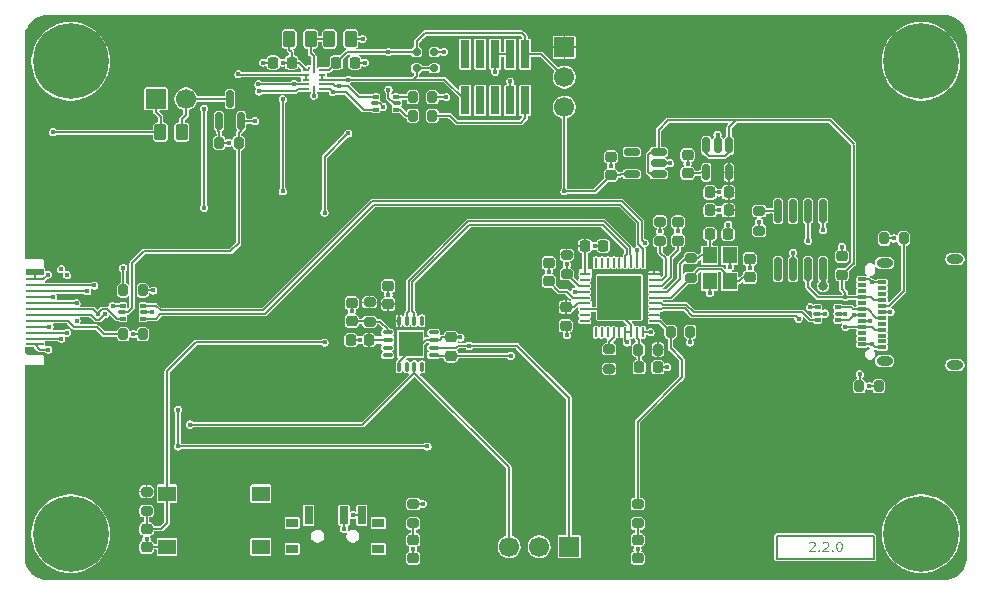
<source format=gbr>
%TF.GenerationSoftware,KiCad,Pcbnew,9.0.1+1*%
%TF.CreationDate,2025-09-07T18:59:13+00:00*%
%TF.ProjectId,ZSWatch-Dock,5a535761-7463-4682-9d44-6f636b2e6b69,2.2.0*%
%TF.SameCoordinates,Original*%
%TF.FileFunction,Copper,L1,Top*%
%TF.FilePolarity,Positive*%
%FSLAX46Y46*%
G04 Gerber Fmt 4.6, Leading zero omitted, Abs format (unit mm)*
G04 Created by KiCad (PCBNEW 9.0.1+1) date 2025-09-07 18:59:13*
%MOMM*%
%LPD*%
G01*
G04 APERTURE LIST*
G04 Aperture macros list*
%AMRoundRect*
0 Rectangle with rounded corners*
0 $1 Rounding radius*
0 $2 $3 $4 $5 $6 $7 $8 $9 X,Y pos of 4 corners*
0 Add a 4 corners polygon primitive as box body*
4,1,4,$2,$3,$4,$5,$6,$7,$8,$9,$2,$3,0*
0 Add four circle primitives for the rounded corners*
1,1,$1+$1,$2,$3*
1,1,$1+$1,$4,$5*
1,1,$1+$1,$6,$7*
1,1,$1+$1,$8,$9*
0 Add four rect primitives between the rounded corners*
20,1,$1+$1,$2,$3,$4,$5,0*
20,1,$1+$1,$4,$5,$6,$7,0*
20,1,$1+$1,$6,$7,$8,$9,0*
20,1,$1+$1,$8,$9,$2,$3,0*%
G04 Aperture macros list end*
%TA.AperFunction,NonConductor*%
%ADD10C,0.200000*%
%TD*%
%ADD11C,0.120000*%
%TA.AperFunction,NonConductor*%
%ADD12C,0.120000*%
%TD*%
%TA.AperFunction,SMDPad,CuDef*%
%ADD13RoundRect,0.075000X0.350000X0.075000X-0.350000X0.075000X-0.350000X-0.075000X0.350000X-0.075000X0*%
%TD*%
%TA.AperFunction,SMDPad,CuDef*%
%ADD14RoundRect,0.075000X0.075000X0.350000X-0.075000X0.350000X-0.075000X-0.350000X0.075000X-0.350000X0*%
%TD*%
%TA.AperFunction,HeatsinkPad*%
%ADD15R,2.100000X2.100000*%
%TD*%
%TA.AperFunction,SMDPad,CuDef*%
%ADD16RoundRect,0.150000X-0.200000X0.150000X-0.200000X-0.150000X0.200000X-0.150000X0.200000X0.150000X0*%
%TD*%
%TA.AperFunction,SMDPad,CuDef*%
%ADD17RoundRect,0.200000X0.275000X-0.200000X0.275000X0.200000X-0.275000X0.200000X-0.275000X-0.200000X0*%
%TD*%
%TA.AperFunction,ComponentPad*%
%ADD18C,0.800000*%
%TD*%
%TA.AperFunction,ComponentPad*%
%ADD19C,6.400000*%
%TD*%
%TA.AperFunction,SMDPad,CuDef*%
%ADD20RoundRect,0.150000X-0.150000X0.512500X-0.150000X-0.512500X0.150000X-0.512500X0.150000X0.512500X0*%
%TD*%
%TA.AperFunction,SMDPad,CuDef*%
%ADD21RoundRect,0.225000X0.250000X-0.225000X0.250000X0.225000X-0.250000X0.225000X-0.250000X-0.225000X0*%
%TD*%
%TA.AperFunction,SMDPad,CuDef*%
%ADD22RoundRect,0.225000X-0.225000X-0.250000X0.225000X-0.250000X0.225000X0.250000X-0.225000X0.250000X0*%
%TD*%
%TA.AperFunction,SMDPad,CuDef*%
%ADD23RoundRect,0.200000X0.200000X0.275000X-0.200000X0.275000X-0.200000X-0.275000X0.200000X-0.275000X0*%
%TD*%
%TA.AperFunction,SMDPad,CuDef*%
%ADD24R,0.700000X0.300000*%
%TD*%
%TA.AperFunction,HeatsinkPad*%
%ADD25O,1.400000X0.800000*%
%TD*%
%TA.AperFunction,ComponentPad*%
%ADD26R,1.700000X1.700000*%
%TD*%
%TA.AperFunction,ComponentPad*%
%ADD27C,1.700000*%
%TD*%
%TA.AperFunction,SMDPad,CuDef*%
%ADD28RoundRect,0.250000X0.262500X0.450000X-0.262500X0.450000X-0.262500X-0.450000X0.262500X-0.450000X0*%
%TD*%
%TA.AperFunction,SMDPad,CuDef*%
%ADD29RoundRect,0.250000X-0.262500X-0.450000X0.262500X-0.450000X0.262500X0.450000X-0.262500X0.450000X0*%
%TD*%
%TA.AperFunction,SMDPad,CuDef*%
%ADD30RoundRect,0.150000X-0.150000X0.825000X-0.150000X-0.825000X0.150000X-0.825000X0.150000X0.825000X0*%
%TD*%
%TA.AperFunction,SMDPad,CuDef*%
%ADD31RoundRect,0.200000X-0.200000X-0.275000X0.200000X-0.275000X0.200000X0.275000X-0.200000X0.275000X0*%
%TD*%
%TA.AperFunction,SMDPad,CuDef*%
%ADD32R,1.500000X1.300000*%
%TD*%
%TA.AperFunction,SMDPad,CuDef*%
%ADD33RoundRect,0.225000X-0.250000X0.225000X-0.250000X-0.225000X0.250000X-0.225000X0.250000X0.225000X0*%
%TD*%
%TA.AperFunction,SMDPad,CuDef*%
%ADD34RoundRect,0.150000X0.200000X-0.150000X0.200000X0.150000X-0.200000X0.150000X-0.200000X-0.150000X0*%
%TD*%
%TA.AperFunction,SMDPad,CuDef*%
%ADD35RoundRect,0.200000X-0.275000X0.200000X-0.275000X-0.200000X0.275000X-0.200000X0.275000X0.200000X0*%
%TD*%
%TA.AperFunction,SMDPad,CuDef*%
%ADD36RoundRect,0.093750X0.156250X0.093750X-0.156250X0.093750X-0.156250X-0.093750X0.156250X-0.093750X0*%
%TD*%
%TA.AperFunction,SMDPad,CuDef*%
%ADD37RoundRect,0.075000X0.250000X0.075000X-0.250000X0.075000X-0.250000X-0.075000X0.250000X-0.075000X0*%
%TD*%
%TA.AperFunction,SMDPad,CuDef*%
%ADD38RoundRect,0.150000X0.150000X-0.587500X0.150000X0.587500X-0.150000X0.587500X-0.150000X-0.587500X0*%
%TD*%
%TA.AperFunction,SMDPad,CuDef*%
%ADD39RoundRect,0.093750X-0.156250X-0.093750X0.156250X-0.093750X0.156250X0.093750X-0.156250X0.093750X0*%
%TD*%
%TA.AperFunction,SMDPad,CuDef*%
%ADD40RoundRect,0.075000X-0.250000X-0.075000X0.250000X-0.075000X0.250000X0.075000X-0.250000X0.075000X0*%
%TD*%
%TA.AperFunction,SMDPad,CuDef*%
%ADD41RoundRect,0.225000X0.225000X0.250000X-0.225000X0.250000X-0.225000X-0.250000X0.225000X-0.250000X0*%
%TD*%
%TA.AperFunction,SMDPad,CuDef*%
%ADD42R,1.200000X1.400000*%
%TD*%
%TA.AperFunction,SMDPad,CuDef*%
%ADD43RoundRect,0.062500X-0.062500X0.350000X-0.062500X-0.350000X0.062500X-0.350000X0.062500X0.350000X0*%
%TD*%
%TA.AperFunction,SMDPad,CuDef*%
%ADD44RoundRect,0.062500X-0.350000X0.062500X-0.350000X-0.062500X0.350000X-0.062500X0.350000X0.062500X0*%
%TD*%
%TA.AperFunction,HeatsinkPad*%
%ADD45R,3.700000X3.700000*%
%TD*%
%TA.AperFunction,SMDPad,CuDef*%
%ADD46RoundRect,0.218750X0.256250X-0.218750X0.256250X0.218750X-0.256250X0.218750X-0.256250X-0.218750X0*%
%TD*%
%TA.AperFunction,SMDPad,CuDef*%
%ADD47R,1.000000X0.800000*%
%TD*%
%TA.AperFunction,SMDPad,CuDef*%
%ADD48R,0.700000X1.500000*%
%TD*%
%TA.AperFunction,SMDPad,CuDef*%
%ADD49R,1.500000X0.250000*%
%TD*%
%TA.AperFunction,SMDPad,CuDef*%
%ADD50R,1.500000X0.500000*%
%TD*%
%TA.AperFunction,SMDPad,CuDef*%
%ADD51R,0.740000X2.400000*%
%TD*%
%TA.AperFunction,SMDPad,CuDef*%
%ADD52R,0.600000X0.200000*%
%TD*%
%TA.AperFunction,SMDPad,CuDef*%
%ADD53R,0.150000X0.250000*%
%TD*%
%TA.AperFunction,SMDPad,CuDef*%
%ADD54R,0.200000X0.600000*%
%TD*%
%TA.AperFunction,SMDPad,CuDef*%
%ADD55RoundRect,0.150000X0.512500X0.150000X-0.512500X0.150000X-0.512500X-0.150000X0.512500X-0.150000X0*%
%TD*%
%TA.AperFunction,ViaPad*%
%ADD56C,0.450000*%
%TD*%
%TA.AperFunction,ViaPad*%
%ADD57C,0.800000*%
%TD*%
%TA.AperFunction,Conductor*%
%ADD58C,0.200000*%
%TD*%
%TA.AperFunction,Conductor*%
%ADD59C,0.170000*%
%TD*%
%TA.AperFunction,Conductor*%
%ADD60C,0.400000*%
%TD*%
G04 APERTURE END LIST*
D10*
X231500000Y-167300000D02*
X239700000Y-167300000D01*
X239700000Y-169200000D01*
X231500000Y-169200000D01*
X231500000Y-167300000D01*
D11*
D12*
X234228571Y-167840045D02*
X234266667Y-167801950D01*
X234266667Y-167801950D02*
X234342857Y-167763855D01*
X234342857Y-167763855D02*
X234533333Y-167763855D01*
X234533333Y-167763855D02*
X234609524Y-167801950D01*
X234609524Y-167801950D02*
X234647619Y-167840045D01*
X234647619Y-167840045D02*
X234685714Y-167916236D01*
X234685714Y-167916236D02*
X234685714Y-167992426D01*
X234685714Y-167992426D02*
X234647619Y-168106712D01*
X234647619Y-168106712D02*
X234190476Y-168563855D01*
X234190476Y-168563855D02*
X234685714Y-168563855D01*
X235028572Y-168487664D02*
X235066667Y-168525760D01*
X235066667Y-168525760D02*
X235028572Y-168563855D01*
X235028572Y-168563855D02*
X234990476Y-168525760D01*
X234990476Y-168525760D02*
X235028572Y-168487664D01*
X235028572Y-168487664D02*
X235028572Y-168563855D01*
X235371428Y-167840045D02*
X235409524Y-167801950D01*
X235409524Y-167801950D02*
X235485714Y-167763855D01*
X235485714Y-167763855D02*
X235676190Y-167763855D01*
X235676190Y-167763855D02*
X235752381Y-167801950D01*
X235752381Y-167801950D02*
X235790476Y-167840045D01*
X235790476Y-167840045D02*
X235828571Y-167916236D01*
X235828571Y-167916236D02*
X235828571Y-167992426D01*
X235828571Y-167992426D02*
X235790476Y-168106712D01*
X235790476Y-168106712D02*
X235333333Y-168563855D01*
X235333333Y-168563855D02*
X235828571Y-168563855D01*
X236171429Y-168487664D02*
X236209524Y-168525760D01*
X236209524Y-168525760D02*
X236171429Y-168563855D01*
X236171429Y-168563855D02*
X236133333Y-168525760D01*
X236133333Y-168525760D02*
X236171429Y-168487664D01*
X236171429Y-168487664D02*
X236171429Y-168563855D01*
X236704762Y-167763855D02*
X236780952Y-167763855D01*
X236780952Y-167763855D02*
X236857143Y-167801950D01*
X236857143Y-167801950D02*
X236895238Y-167840045D01*
X236895238Y-167840045D02*
X236933333Y-167916236D01*
X236933333Y-167916236D02*
X236971428Y-168068617D01*
X236971428Y-168068617D02*
X236971428Y-168259093D01*
X236971428Y-168259093D02*
X236933333Y-168411474D01*
X236933333Y-168411474D02*
X236895238Y-168487664D01*
X236895238Y-168487664D02*
X236857143Y-168525760D01*
X236857143Y-168525760D02*
X236780952Y-168563855D01*
X236780952Y-168563855D02*
X236704762Y-168563855D01*
X236704762Y-168563855D02*
X236628571Y-168525760D01*
X236628571Y-168525760D02*
X236590476Y-168487664D01*
X236590476Y-168487664D02*
X236552381Y-168411474D01*
X236552381Y-168411474D02*
X236514285Y-168259093D01*
X236514285Y-168259093D02*
X236514285Y-168068617D01*
X236514285Y-168068617D02*
X236552381Y-167916236D01*
X236552381Y-167916236D02*
X236590476Y-167840045D01*
X236590476Y-167840045D02*
X236628571Y-167801950D01*
X236628571Y-167801950D02*
X236704762Y-167763855D01*
D13*
%TO.P,IC403,1,VCCIO*%
%TO.N,+1V8*%
X202425000Y-152000000D03*
%TO.P,IC403,2,RXD*%
%TO.N,RxD_{LV}*%
X202425000Y-151350000D03*
%TO.P,IC403,3,GND*%
%TO.N,GND*%
X202425000Y-150700000D03*
%TO.P,IC403,4,~{CTS}*%
%TO.N,unconnected-(IC403-~{CTS}-Pad4)*%
X202425000Y-150050000D03*
D14*
%TO.P,IC403,5,CBUS2*%
%TO.N,unconnected-(IC403-CBUS2-Pad5)*%
X201450000Y-149075000D03*
%TO.P,IC403,6,USBDP*%
%TO.N,USB-1-D+*%
X200800000Y-149075000D03*
%TO.P,IC403,7,USBDM*%
%TO.N,USB-1-D-*%
X200150000Y-149075000D03*
%TO.P,IC403,8,3V3OUT*%
%TO.N,+3V3*%
X199500000Y-149075000D03*
D13*
%TO.P,IC403,9,~{RESET}*%
%TO.N,Net-(IC403-~{RESET})*%
X198525000Y-150050000D03*
%TO.P,IC403,10,VCC*%
%TO.N,+3V3*%
X198525000Y-150700000D03*
%TO.P,IC403,11,CBUS1*%
%TO.N,unconnected-(IC403-CBUS1-Pad11)*%
X198525000Y-151350000D03*
%TO.P,IC403,12,CBUS0*%
%TO.N,unconnected-(IC403-CBUS0-Pad12)*%
X198525000Y-152000000D03*
D14*
%TO.P,IC403,13,GND*%
%TO.N,GND*%
X199500000Y-152975000D03*
%TO.P,IC403,14,CBUS3*%
%TO.N,unconnected-(IC403-CBUS3-Pad14)*%
X200150000Y-152975000D03*
%TO.P,IC403,15,TXD*%
%TO.N,TxD_{LV}*%
X200800000Y-152975000D03*
%TO.P,IC403,16,~{RTS}*%
%TO.N,unconnected-(IC403-~{RTS}-Pad16)*%
X201450000Y-152975000D03*
D15*
%TO.P,IC403,17,GND*%
%TO.N,GND*%
X200475000Y-151025000D03*
%TD*%
D16*
%TO.P,D402,1,K*%
%TO.N,RESETn*%
X202500000Y-127700000D03*
%TO.P,D402,2,A*%
%TO.N,GND*%
X202500000Y-126300000D03*
%TD*%
D17*
%TO.P,R407,1*%
%TO.N,Net-(D403-A)*%
X219700000Y-166225000D03*
%TO.P,R407,2*%
%TO.N,Net-(IC407-SUSP_IND{slash}LOCAL_PWR{slash}NON_REM0)*%
X219700000Y-164575000D03*
%TD*%
D18*
%TO.P,REF\u002A\u002A,1*%
%TO.N,N/C*%
X241300000Y-167100000D03*
X242002944Y-165402944D03*
X242002944Y-168797056D03*
X243700000Y-164700000D03*
D19*
X243700000Y-167100000D03*
D18*
X243700000Y-169500000D03*
X245397056Y-165402944D03*
X245397056Y-168797056D03*
X246100000Y-167100000D03*
%TD*%
D20*
%TO.P,IC404,1,IN*%
%TO.N,V_{BUS}*%
X227425000Y-134225000D03*
%TO.P,IC404,2,GND*%
%TO.N,GND*%
X226475000Y-134225000D03*
%TO.P,IC404,3,EN*%
%TO.N,V_{BUS}*%
X225525000Y-134225000D03*
%TO.P,IC404,4,BP*%
%TO.N,Net-(IC404-BP)*%
X225525000Y-136500000D03*
%TO.P,IC404,5,OUT*%
%TO.N,+3V3*%
X227425000Y-136500000D03*
%TD*%
D21*
%TO.P,C407,1*%
%TO.N,+1V8*%
X203900000Y-152025000D03*
%TO.P,C407,2*%
%TO.N,GND*%
X203900000Y-150475000D03*
%TD*%
D22*
%TO.P,C414,1*%
%TO.N,Net-(IC407-~{RESET})*%
X219850000Y-153000000D03*
%TO.P,C414,2*%
%TO.N,GND*%
X221400000Y-153000000D03*
%TD*%
D23*
%TO.P,R409,1*%
%TO.N,Net-(X403-CC2)*%
X242225000Y-142100000D03*
%TO.P,R409,2*%
%TO.N,GND*%
X240575000Y-142100000D03*
%TD*%
D24*
%TO.P,X403,A1,GND*%
%TO.N,GND*%
X238705000Y-151070000D03*
%TO.P,X403,A2,TX1+*%
%TO.N,unconnected-(X403-TX1+-PadA2)*%
X238705000Y-150570000D03*
%TO.P,X403,A3,TX1-*%
%TO.N,unconnected-(X403-TX1--PadA3)*%
X238705000Y-150070000D03*
%TO.P,X403,A4,VBUS*%
%TO.N,V_{BUS}*%
X238705000Y-149570000D03*
%TO.P,X403,A5,CC1*%
%TO.N,Net-(X403-CC1)*%
X238705000Y-149070000D03*
%TO.P,X403,A6,D+*%
%TO.N,/Project Architecture/Main/D+*%
X238705000Y-148570000D03*
%TO.P,X403,A7,D-*%
%TO.N,/Project Architecture/Main/D-*%
X238705000Y-148070000D03*
%TO.P,X403,A8,SBU1*%
%TO.N,unconnected-(X403-SBU1-PadA8)*%
X238705000Y-147570000D03*
%TO.P,X403,A9,VBUS*%
%TO.N,V_{BUS}*%
X238705000Y-147070000D03*
%TO.P,X403,A10,RX2-*%
%TO.N,unconnected-(X403-RX2--PadA10)*%
X238705000Y-146570000D03*
%TO.P,X403,A11,RX2+*%
%TO.N,unconnected-(X403-RX2+-PadA11)*%
X238705000Y-146070000D03*
%TO.P,X403,A12,GND*%
%TO.N,GND*%
X238705000Y-145570000D03*
%TO.P,X403,B1,GND*%
X240405000Y-145820000D03*
%TO.P,X403,B2,TX2+*%
%TO.N,unconnected-(X403-TX2+-PadB2)*%
X240405000Y-146320000D03*
%TO.P,X403,B3,TX2-*%
%TO.N,unconnected-(X403-TX2--PadB3)*%
X240405000Y-146820000D03*
%TO.P,X403,B4,VBUS*%
%TO.N,V_{BUS}*%
X240405000Y-147320000D03*
%TO.P,X403,B5,CC2*%
%TO.N,Net-(X403-CC2)*%
X240405000Y-147820000D03*
%TO.P,X403,B6,D+*%
%TO.N,/Project Architecture/Main/D+*%
X240405000Y-148320000D03*
%TO.P,X403,B7,D-*%
%TO.N,/Project Architecture/Main/D-*%
X240405000Y-148820000D03*
%TO.P,X403,B8,SBU2*%
%TO.N,unconnected-(X403-SBU2-PadB8)*%
X240405000Y-149320000D03*
%TO.P,X403,B9,VBUS*%
%TO.N,V_{BUS}*%
X240405000Y-149820000D03*
%TO.P,X403,B10,RX1-*%
%TO.N,unconnected-(X403-RX1--PadB10)*%
X240405000Y-150320000D03*
%TO.P,X403,B11,RX1+*%
%TO.N,unconnected-(X403-RX1+-PadB11)*%
X240405000Y-150820000D03*
%TO.P,X403,B12,GND*%
%TO.N,GND*%
X240405000Y-151320000D03*
D25*
%TO.P,X403,S1,SHIELD*%
X246565000Y-152810000D03*
X240615000Y-152450000D03*
X240615000Y-144190000D03*
X246565000Y-143830000D03*
%TD*%
D23*
%TO.P,R410,1*%
%TO.N,GND*%
X240125000Y-154600000D03*
%TO.P,R410,2*%
%TO.N,Net-(X403-CC1)*%
X238475000Y-154600000D03*
%TD*%
D17*
%TO.P,R421,1*%
%TO.N,Net-(D404-A)*%
X200700000Y-166225000D03*
%TO.P,R421,2*%
%TO.N,V_{Watch}*%
X200700000Y-164575000D03*
%TD*%
%TO.P,R413,1*%
%TO.N,+3V3*%
X217300000Y-153125000D03*
%TO.P,R413,2*%
%TO.N,Net-(IC407-SDA{slash}SMBDATA{slash}NON_REM1)*%
X217300000Y-151475000D03*
%TD*%
D26*
%TO.P,X405,1,Pin_1*%
%TO.N,Net-(X405-Pin_1)*%
X178925000Y-130285000D03*
D27*
%TO.P,X405,2,Pin_2*%
%TO.N,Net-(Q401-D)*%
X181465000Y-130285000D03*
%TD*%
D21*
%TO.P,C417,1*%
%TO.N,Net-(IC407-PLLFILT)*%
X223125000Y-142275000D03*
%TO.P,C417,2*%
%TO.N,GND*%
X223125000Y-140725000D03*
%TD*%
D28*
%TO.P,R418,1*%
%TO.N,Net-(Q401-D)*%
X181112500Y-133100000D03*
%TO.P,R418,2*%
%TO.N,Net-(X405-Pin_1)*%
X179287500Y-133100000D03*
%TD*%
D23*
%TO.P,R416,1*%
%TO.N,GND*%
X177800000Y-150200000D03*
%TO.P,R416,2*%
%TO.N,Net-(X404-CC1)*%
X176150000Y-150200000D03*
%TD*%
D29*
%TO.P,R406,1*%
%TO.N,Net-(IC405-OE)*%
X193600000Y-125200000D03*
%TO.P,R406,2*%
%TO.N,GND*%
X195425000Y-125200000D03*
%TD*%
D30*
%TO.P,IC409,1,ENA*%
%TO.N,EN_{OC1}*%
X235405000Y-139750000D03*
%TO.P,IC409,2,FLGA*%
%TO.N,Net-(IC407-OCS_{N1})*%
X234135000Y-139750000D03*
%TO.P,IC409,3,FLGB*%
%TO.N,unconnected-(IC409-FLGB-Pad3)*%
X232865000Y-139750000D03*
%TO.P,IC409,4,ENB*%
%TO.N,Net-(IC409-ENB)*%
X231595000Y-139750000D03*
%TO.P,IC409,5,OUTB*%
%TO.N,unconnected-(IC409-OUTB-Pad5)*%
X231595000Y-144700000D03*
%TO.P,IC409,6,GND*%
%TO.N,GND*%
X232865000Y-144700000D03*
%TO.P,IC409,7,IN*%
%TO.N,V_{BUS}*%
X234135000Y-144700000D03*
%TO.P,IC409,8,OUTA*%
%TO.N,V_{Watch}*%
X235405000Y-144700000D03*
%TD*%
D21*
%TO.P,C408,1*%
%TO.N,Net-(IC404-BP)*%
X223925000Y-136575000D03*
%TO.P,C408,2*%
%TO.N,GND*%
X223925000Y-135025000D03*
%TD*%
D26*
%TO.P,X402,1,Pin_1*%
%TO.N,RxD_{LV}*%
X213900000Y-168200000D03*
D27*
%TO.P,X402,2,Pin_2*%
%TO.N,GND*%
X211360000Y-168200000D03*
%TO.P,X402,3,Pin_3*%
%TO.N,TxD_{LV}*%
X208820000Y-168200000D03*
%TD*%
D31*
%TO.P,R420,1*%
%TO.N,Net-(D404-K)*%
X184275000Y-134000000D03*
%TO.P,R420,2*%
%TO.N,V_{Watch}*%
X185925000Y-134000000D03*
%TD*%
D32*
%TO.P,S401,1,1*%
%TO.N,RESETn*%
X179850000Y-163700000D03*
%TO.P,S401,2,2*%
%TO.N,GND*%
X179850000Y-168200000D03*
%TO.P,S401,3*%
%TO.N,N/C*%
X187800000Y-163700000D03*
%TO.P,S401,4*%
X187800000Y-168200000D03*
%TD*%
D31*
%TO.P,R402,1*%
%TO.N,Net-(IC402-I{slash}O1-Pad6)*%
X200675000Y-130125000D03*
%TO.P,R402,2*%
%TO.N,Net-(X401-SWCLK{slash}TCK)*%
X202325000Y-130125000D03*
%TD*%
D33*
%TO.P,C415,1*%
%TO.N,+3V3*%
X213625000Y-147925000D03*
%TO.P,C415,2*%
%TO.N,GND*%
X213625000Y-149475000D03*
%TD*%
D34*
%TO.P,D401,1,K*%
%TO.N,Net-(D401-K)*%
X201000000Y-126300000D03*
%TO.P,D401,2,A*%
%TO.N,RESETn*%
X201000000Y-127700000D03*
%TD*%
D35*
%TO.P,R419,1*%
%TO.N,Net-(IC409-ENB)*%
X230000000Y-139775000D03*
%TO.P,R419,2*%
%TO.N,GND*%
X230000000Y-141425000D03*
%TD*%
D18*
%TO.P,REF\u002A\u002A,1*%
%TO.N,N/C*%
X241300000Y-127100000D03*
X242002944Y-125402944D03*
X242002944Y-128797056D03*
X243700000Y-124700000D03*
D19*
X243700000Y-127100000D03*
D18*
X243700000Y-129500000D03*
X245397056Y-125402944D03*
X245397056Y-128797056D03*
X246100000Y-127100000D03*
%TD*%
D36*
%TO.P,IC408,1,I/O1*%
%TO.N,USB-2-D-*%
X177829999Y-148875000D03*
D37*
%TO.P,IC408,2,GND*%
%TO.N,GND*%
X177904999Y-148337500D03*
D36*
%TO.P,IC408,3,I/O2*%
%TO.N,USB-2-D+*%
X177829999Y-147800000D03*
%TO.P,IC408,4,I/O2*%
%TO.N,/Project Architecture/Main/D_{2}+*%
X176129999Y-147800000D03*
D37*
%TO.P,IC408,5,VBUS*%
%TO.N,V_{Watch}*%
X176054999Y-148337500D03*
D36*
%TO.P,IC408,6,I/O1*%
%TO.N,/Project Architecture/Main/D_{2}-*%
X176129999Y-148875000D03*
%TD*%
D18*
%TO.P,REF\u002A\u002A,1*%
%TO.N,N/C*%
X169300000Y-167100000D03*
X170002944Y-165402944D03*
X170002944Y-168797056D03*
X171700000Y-164700000D03*
D19*
X171700000Y-167100000D03*
D18*
X171700000Y-169500000D03*
X173397056Y-165402944D03*
X173397056Y-168797056D03*
X174100000Y-167100000D03*
%TD*%
D38*
%TO.P,Q401,1,G*%
%TO.N,Net-(D404-K)*%
X184250000Y-132175000D03*
%TO.P,Q401,2,S*%
%TO.N,V_{Watch}*%
X186150000Y-132175000D03*
%TO.P,Q401,3,D*%
%TO.N,Net-(Q401-D)*%
X185200000Y-130300000D03*
%TD*%
D21*
%TO.P,C418,1*%
%TO.N,Net-(IC407-CRFILT)*%
X212175000Y-145700000D03*
%TO.P,C418,2*%
%TO.N,GND*%
X212175000Y-144150000D03*
%TD*%
D39*
%TO.P,IC402,1,I/O1*%
%TO.N,Net-(IC405-B3)*%
X197550000Y-130125000D03*
D40*
%TO.P,IC402,2,GND*%
%TO.N,GND*%
X197475000Y-130662500D03*
D39*
%TO.P,IC402,3,I/O2*%
%TO.N,Net-(IC405-B4)*%
X197550000Y-131200000D03*
%TO.P,IC402,4,I/O2*%
%TO.N,Net-(IC402-I{slash}O2-Pad4)*%
X199250000Y-131200000D03*
D40*
%TO.P,IC402,5,VBUS*%
%TO.N,Net-(D401-K)*%
X199325000Y-130662500D03*
D39*
%TO.P,IC402,6,I/O1*%
%TO.N,Net-(IC402-I{slash}O1-Pad6)*%
X199250000Y-130125000D03*
%TD*%
D35*
%TO.P,R404,1*%
%TO.N,+3V3*%
X197000000Y-147500000D03*
%TO.P,R404,2*%
%TO.N,Net-(IC403-~{RESET})*%
X197000000Y-149150000D03*
%TD*%
%TO.P,R412,1*%
%TO.N,+3V3*%
X213700000Y-143475000D03*
%TO.P,R412,2*%
%TO.N,EN_{OC1}*%
X213700000Y-145125000D03*
%TD*%
D41*
%TO.P,C409,1*%
%TO.N,+1V8*%
X190400000Y-127200000D03*
%TO.P,C409,2*%
%TO.N,GND*%
X188850000Y-127200000D03*
%TD*%
D39*
%TO.P,IC406,1,I/O1*%
%TO.N,USB-D-*%
X234950000Y-147925000D03*
D40*
%TO.P,IC406,2,GND*%
%TO.N,GND*%
X234875000Y-148462500D03*
D39*
%TO.P,IC406,3,I/O2*%
%TO.N,USB-D+*%
X234950000Y-149000000D03*
%TO.P,IC406,4,I/O2*%
%TO.N,/Project Architecture/Main/D+*%
X236650000Y-149000000D03*
D40*
%TO.P,IC406,5,VBUS*%
%TO.N,V_{BUS}*%
X236725000Y-148462500D03*
D39*
%TO.P,IC406,6,I/O1*%
%TO.N,/Project Architecture/Main/D-*%
X236650000Y-147925000D03*
%TD*%
D35*
%TO.P,R401,1*%
%TO.N,+3V3*%
X178125000Y-163525000D03*
%TO.P,R401,2*%
%TO.N,RESETn*%
X178125000Y-165175000D03*
%TD*%
D42*
%TO.P,Y401,1,1*%
%TO.N,Net-(IC407-XTAL_{IN})*%
X225800000Y-143525000D03*
%TO.P,Y401,2,2*%
%TO.N,GND*%
X225800000Y-145725000D03*
%TO.P,Y401,3,3*%
%TO.N,Net-(IC407-XTAL_{OUT})*%
X227500000Y-145725000D03*
%TO.P,Y401,4,4*%
%TO.N,GND*%
X227500000Y-143525000D03*
%TD*%
D21*
%TO.P,C419,1*%
%TO.N,V_{BUS}*%
X237000000Y-145150000D03*
%TO.P,C419,2*%
%TO.N,GND*%
X237000000Y-143600000D03*
%TD*%
D33*
%TO.P,C401,1*%
%TO.N,RESETn*%
X178125000Y-166675000D03*
%TO.P,C401,2*%
%TO.N,GND*%
X178125000Y-168225000D03*
%TD*%
D43*
%TO.P,IC407,1,USBDM_{N1}*%
%TO.N,USB-2-D-*%
X220162500Y-144162500D03*
%TO.P,IC407,2,USBDP_{N1}*%
%TO.N,USB-2-D+*%
X219662500Y-144162500D03*
%TO.P,IC407,3,USBDM_{N2}*%
%TO.N,USB-1-D-*%
X219162500Y-144162500D03*
%TO.P,IC407,4,USBDP_{N2}*%
%TO.N,USB-1-D+*%
X218662500Y-144162500D03*
%TO.P,IC407,5,VDDA*%
%TO.N,+3V3*%
X218162500Y-144162500D03*
%TO.P,IC407,6*%
%TO.N,N/C*%
X217662500Y-144162500D03*
%TO.P,IC407,7*%
X217162500Y-144162500D03*
%TO.P,IC407,8*%
X216662500Y-144162500D03*
%TO.P,IC407,9*%
X216162500Y-144162500D03*
D44*
%TO.P,IC407,10,VDDA*%
%TO.N,+3V3*%
X215225000Y-145100000D03*
%TO.P,IC407,11,TEST*%
%TO.N,unconnected-(IC407-TEST-Pad11)*%
X215225000Y-145600000D03*
%TO.P,IC407,12,PRTPWR1/BC_EN1*%
%TO.N,EN_{OC1}*%
X215225000Y-146100000D03*
%TO.P,IC407,13,OCS_{N1}*%
%TO.N,Net-(IC407-OCS_{N1})*%
X215225000Y-146600000D03*
%TO.P,IC407,14,CRFILT*%
%TO.N,Net-(IC407-CRFILT)*%
X215225000Y-147100000D03*
%TO.P,IC407,15,VDD*%
%TO.N,+3V3*%
X215225000Y-147600000D03*
%TO.P,IC407,16,PRTPWR2/BC_EN2*%
%TO.N,GND*%
X215225000Y-148100000D03*
%TO.P,IC407,17,OCS_{N2}*%
%TO.N,unconnected-(IC407-OCS_{N2}-Pad17)*%
X215225000Y-148600000D03*
%TO.P,IC407,18*%
%TO.N,N/C*%
X215225000Y-149100000D03*
D43*
%TO.P,IC407,19*%
X216162500Y-150037500D03*
%TO.P,IC407,20*%
X216662500Y-150037500D03*
%TO.P,IC407,21*%
X217162500Y-150037500D03*
%TO.P,IC407,22,SDA/SMBDATA/NON_REM1*%
%TO.N,Net-(IC407-SDA{slash}SMBDATA{slash}NON_REM1)*%
X217662500Y-150037500D03*
%TO.P,IC407,23,VDD*%
%TO.N,+3V3*%
X218162500Y-150037500D03*
%TO.P,IC407,24,SCL/SMBCLK/CFG_SEL0*%
%TO.N,GND*%
X218662500Y-150037500D03*
%TO.P,IC407,25,HS_IND/CFG_SEL1*%
X219162500Y-150037500D03*
%TO.P,IC407,26,~{RESET}*%
%TO.N,Net-(IC407-~{RESET})*%
X219662500Y-150037500D03*
%TO.P,IC407,27,VBUS*%
%TO.N,V_{BUS}*%
X220162500Y-150037500D03*
D44*
%TO.P,IC407,28,SUSP_IND/LOCAL_PWR/NON_REM0*%
%TO.N,Net-(IC407-SUSP_IND{slash}LOCAL_PWR{slash}NON_REM0)*%
X221100000Y-149100000D03*
%TO.P,IC407,29,VDDA*%
%TO.N,+3V3*%
X221100000Y-148600000D03*
%TO.P,IC407,30,USBDM_{UP}*%
%TO.N,USB-D-*%
X221100000Y-148100000D03*
%TO.P,IC407,31,USBDP_{UP}*%
%TO.N,USB-D+*%
X221100000Y-147600000D03*
%TO.P,IC407,32,XTAL_{OUT}*%
%TO.N,Net-(IC407-XTAL_{OUT})*%
X221100000Y-147100000D03*
%TO.P,IC407,33,XTAL_{IN}*%
%TO.N,Net-(IC407-XTAL_{IN})*%
X221100000Y-146600000D03*
%TO.P,IC407,34,PLLFILT*%
%TO.N,Net-(IC407-PLLFILT)*%
X221100000Y-146100000D03*
%TO.P,IC407,35,RBIAS*%
%TO.N,Net-(IC407-RBIAS)*%
X221100000Y-145600000D03*
%TO.P,IC407,36,VDDA*%
%TO.N,+3V3*%
X221100000Y-145100000D03*
D45*
%TO.P,IC407,37,GND*%
%TO.N,GND*%
X218162500Y-147100000D03*
%TD*%
D41*
%TO.P,C410,1*%
%TO.N,+3V3*%
X227400000Y-138200000D03*
%TO.P,C410,2*%
%TO.N,GND*%
X225850000Y-138200000D03*
%TD*%
D46*
%TO.P,D404,1,K*%
%TO.N,Net-(D404-K)*%
X200700000Y-169187500D03*
%TO.P,D404,2,A*%
%TO.N,Net-(D404-A)*%
X200700000Y-167612500D03*
%TD*%
D47*
%TO.P,SW401,*%
%TO.N,*%
X190450000Y-166190000D03*
X190450000Y-168400000D03*
X197750000Y-166190000D03*
X197750000Y-168400000D03*
D48*
%TO.P,SW401,1,A*%
%TO.N,unconnected-(SW401A-A-Pad1)*%
X191850000Y-165540000D03*
%TO.P,SW401,2,B*%
%TO.N,GND*%
X194850000Y-165540000D03*
%TO.P,SW401,3,C*%
%TO.N,Net-(D404-K)*%
X196350000Y-165540000D03*
%TD*%
D31*
%TO.P,R408,1*%
%TO.N,Net-(IC407-SUSP_IND{slash}LOCAL_PWR{slash}NON_REM0)*%
X222500000Y-150000000D03*
%TO.P,R408,2*%
%TO.N,GND*%
X224150000Y-150000000D03*
%TD*%
D41*
%TO.P,C411,1*%
%TO.N,+3V3*%
X227400000Y-139700000D03*
%TO.P,C411,2*%
%TO.N,GND*%
X225850000Y-139700000D03*
%TD*%
D49*
%TO.P,X404,A1,GND*%
%TO.N,GND*%
X168650000Y-151070000D03*
%TO.P,X404,A2,TX1+*%
%TO.N,SWDCLK_{LV}*%
X168650000Y-150570000D03*
%TO.P,X404,A3,TX1-*%
%TO.N,SWDIO_{LV}*%
X168650000Y-150070000D03*
%TO.P,X404,A4,VBUS*%
%TO.N,Net-(X405-Pin_1)*%
X168650000Y-149570000D03*
%TO.P,X404,A5,CC1*%
%TO.N,Net-(X404-CC1)*%
X168650000Y-149070000D03*
%TO.P,X404,A6,D+*%
%TO.N,/Project Architecture/Main/D_{2}+*%
X168650000Y-148570000D03*
%TO.P,X404,A7,D-*%
%TO.N,/Project Architecture/Main/D_{2}-*%
X168650000Y-148070000D03*
%TO.P,X404,A8,SBU1*%
%TO.N,RESETn_{LV}*%
X168650000Y-147570000D03*
%TO.P,X404,A9,VBUS*%
%TO.N,Net-(X405-Pin_1)*%
X168650000Y-147070000D03*
%TO.P,X404,A10,RX2-*%
%TO.N,TxD_{LV}*%
X168650000Y-146570000D03*
%TO.P,X404,A11,RX2+*%
%TO.N,RxD_{LV}*%
X168650000Y-146070000D03*
%TO.P,X404,A12,GND*%
%TO.N,GND*%
X168650000Y-145570000D03*
D50*
%TO.P,X404,S1,SHIELD*%
X168650000Y-144945000D03*
%TD*%
D22*
%TO.P,C416,1*%
%TO.N,+3V3*%
X215250000Y-142725000D03*
%TO.P,C416,2*%
%TO.N,GND*%
X216800000Y-142725000D03*
%TD*%
D33*
%TO.P,C413,1*%
%TO.N,GND*%
X229200000Y-143850000D03*
%TO.P,C413,2*%
%TO.N,Net-(IC407-XTAL_{OUT})*%
X229200000Y-145400000D03*
%TD*%
D51*
%TO.P,X401,1,VTref*%
%TO.N,Net-(D401-K)*%
X210180000Y-126500000D03*
%TO.P,X401,2,SWDIO/TMS*%
%TO.N,Net-(X401-SWDIO{slash}TMS)*%
X210180000Y-130400000D03*
%TO.P,X401,3,GND*%
%TO.N,GND*%
X208910000Y-126500000D03*
%TO.P,X401,4,SWCLK/TCK*%
%TO.N,Net-(X401-SWCLK{slash}TCK)*%
X208910000Y-130400000D03*
%TO.P,X401,5,GND*%
%TO.N,GND*%
X207640000Y-126500000D03*
%TO.P,X401,6,SWO/TDO*%
%TO.N,unconnected-(X401-SWO{slash}TDO-Pad6)*%
X207640000Y-130400000D03*
%TO.P,X401,7,KEY*%
%TO.N,unconnected-(X401-KEY-Pad7)*%
X206370000Y-126500000D03*
%TO.P,X401,8,NC/TDI*%
%TO.N,unconnected-(X401-NC{slash}TDI-Pad8)*%
X206370000Y-130400000D03*
%TO.P,X401,9,GNDDetect*%
%TO.N,unconnected-(X401-GNDDetect-Pad9)*%
X205100000Y-126500000D03*
%TO.P,X401,10,~{RESET}*%
%TO.N,RESETn*%
X205100000Y-130400000D03*
%TD*%
D23*
%TO.P,R414,1*%
%TO.N,+3V3*%
X221425000Y-151500000D03*
%TO.P,R414,2*%
%TO.N,Net-(IC407-~{RESET})*%
X219775000Y-151500000D03*
%TD*%
D26*
%TO.P,J402,1,Pin_1*%
%TO.N,+3V3*%
X213500000Y-125900000D03*
D27*
%TO.P,J402,2,Pin_2*%
%TO.N,Net-(D401-K)*%
X213500000Y-128440000D03*
%TO.P,J402,3,Pin_3*%
%TO.N,+1V8*%
X213500000Y-130980000D03*
%TD*%
D29*
%TO.P,R405,1*%
%TO.N,+1V8*%
X190200000Y-125200000D03*
%TO.P,R405,2*%
%TO.N,Net-(IC405-OE)*%
X192025000Y-125200000D03*
%TD*%
D52*
%TO.P,IC405,1,VCCA*%
%TO.N,+1V8*%
X191637500Y-127842500D03*
D53*
X191862500Y-127667500D03*
D52*
%TO.P,IC405,2,A1*%
%TO.N,RESETn_{LV}*%
X191637500Y-128242500D03*
%TO.P,IC405,3,A2*%
X191637500Y-128642500D03*
%TO.P,IC405,4,A3*%
%TO.N,SWDCLK_{LV}*%
X191637500Y-129042500D03*
%TO.P,IC405,5,A4*%
%TO.N,SWDIO_{LV}*%
X191637500Y-129442500D03*
D54*
%TO.P,IC405,6,GND*%
%TO.N,GND*%
X192287500Y-129442500D03*
D52*
%TO.P,IC405,7,B4*%
%TO.N,Net-(IC405-B4)*%
X192937500Y-129442500D03*
%TO.P,IC405,8,B3*%
%TO.N,Net-(IC405-B3)*%
X192937500Y-129042500D03*
%TO.P,IC405,9,B2*%
%TO.N,RESETn*%
X192937500Y-128642500D03*
%TO.P,IC405,10,B1*%
X192937500Y-128242500D03*
%TO.P,IC405,11,VCCB*%
%TO.N,Net-(D401-K)*%
X192937500Y-127842500D03*
D54*
%TO.P,IC405,12,OE*%
%TO.N,Net-(IC405-OE)*%
X192287500Y-127842500D03*
%TD*%
D46*
%TO.P,D403,1,K*%
%TO.N,GND*%
X219700000Y-169187500D03*
%TO.P,D403,2,A*%
%TO.N,Net-(D403-A)*%
X219700000Y-167612500D03*
%TD*%
D18*
%TO.P,REF\u002A\u002A,1*%
%TO.N,N/C*%
X169300000Y-127100000D03*
X170002944Y-125402944D03*
X170002944Y-128797056D03*
X171700000Y-124700000D03*
D19*
X171700000Y-127100000D03*
D18*
X171700000Y-129500000D03*
X173397056Y-125402944D03*
X173397056Y-128797056D03*
X174100000Y-127100000D03*
%TD*%
D35*
%TO.P,R411,1*%
%TO.N,Net-(IC407-XTAL_{IN})*%
X224200000Y-143775000D03*
%TO.P,R411,2*%
%TO.N,Net-(IC407-XTAL_{OUT})*%
X224200000Y-145425000D03*
%TD*%
D31*
%TO.P,R415,1*%
%TO.N,Net-(X404-CC2)*%
X176150000Y-146500000D03*
%TO.P,R415,2*%
%TO.N,GND*%
X177800000Y-146500000D03*
%TD*%
D22*
%TO.P,C406,1*%
%TO.N,Net-(D401-K)*%
X194200000Y-127200000D03*
%TO.P,C406,2*%
%TO.N,GND*%
X195750000Y-127200000D03*
%TD*%
D21*
%TO.P,C403,1*%
%TO.N,Net-(IC403-~{RESET})*%
X195500000Y-149100000D03*
%TO.P,C403,2*%
%TO.N,GND*%
X195500000Y-147550000D03*
%TD*%
D17*
%TO.P,R417,1*%
%TO.N,Net-(IC407-RBIAS)*%
X221600000Y-142325000D03*
%TO.P,R417,2*%
%TO.N,GND*%
X221600000Y-140675000D03*
%TD*%
D41*
%TO.P,C405,1*%
%TO.N,+3V3*%
X196975000Y-150700000D03*
%TO.P,C405,2*%
%TO.N,GND*%
X195425000Y-150700000D03*
%TD*%
D31*
%TO.P,R403,1*%
%TO.N,Net-(IC402-I{slash}O2-Pad4)*%
X200675000Y-131700000D03*
%TO.P,R403,2*%
%TO.N,Net-(X401-SWDIO{slash}TMS)*%
X202325000Y-131700000D03*
%TD*%
D21*
%TO.P,C404,1*%
%TO.N,+3V3*%
X198600000Y-147650000D03*
%TO.P,C404,2*%
%TO.N,GND*%
X198600000Y-146100000D03*
%TD*%
D41*
%TO.P,C412,1*%
%TO.N,GND*%
X227375000Y-141725000D03*
%TO.P,C412,2*%
%TO.N,Net-(IC407-XTAL_{IN})*%
X225825000Y-141725000D03*
%TD*%
D21*
%TO.P,C402,1*%
%TO.N,+1V8*%
X217450000Y-136725000D03*
%TO.P,C402,2*%
%TO.N,GND*%
X217450000Y-135175000D03*
%TD*%
D55*
%TO.P,IC401,1,IN*%
%TO.N,V_{BUS}*%
X221487500Y-136675000D03*
%TO.P,IC401,2,GND*%
%TO.N,GND*%
X221487500Y-135725000D03*
%TO.P,IC401,3,EN*%
%TO.N,V_{BUS}*%
X221487500Y-134775000D03*
%TO.P,IC401,4,NC*%
%TO.N,unconnected-(IC401-NC-Pad4)*%
X219212500Y-134775000D03*
%TO.P,IC401,5,OUT*%
%TO.N,+1V8*%
X219212500Y-136675000D03*
%TD*%
D56*
%TO.N,GND*%
X227375000Y-140925000D03*
X237000000Y-142800000D03*
X232865000Y-143300000D03*
X235562500Y-148462500D03*
X196600000Y-127200000D03*
X222200000Y-153000000D03*
X178700000Y-146500000D03*
X198600000Y-146850000D03*
X207640000Y-128000000D03*
X223925000Y-135775000D03*
X178125000Y-167525000D03*
X225800000Y-146725000D03*
X196175000Y-150700000D03*
X218825000Y-150900000D03*
X196412500Y-125200000D03*
X223125000Y-141475000D03*
X198150000Y-130950000D03*
X230000000Y-140700000D03*
X217450000Y-135925000D03*
X203300000Y-126300000D03*
X222450000Y-135725000D03*
X226600000Y-139700000D03*
X212175000Y-144900000D03*
X226600000Y-138200000D03*
X192287500Y-130000000D03*
X229200000Y-144600000D03*
X216050000Y-142725000D03*
X213725000Y-150300000D03*
X169750000Y-145150000D03*
X224150000Y-150900000D03*
X239520000Y-145820000D03*
X204700000Y-150475000D03*
X221600000Y-141500000D03*
X188000000Y-127200000D03*
X219700000Y-168412500D03*
X241400000Y-142100000D03*
X169800000Y-151500000D03*
X226475000Y-133300000D03*
X177000000Y-150200000D03*
X178605000Y-148337500D03*
X239325000Y-154600000D03*
X227500000Y-144525000D03*
X195500000Y-148250000D03*
X239570000Y-151070000D03*
X194850000Y-166700000D03*
%TO.N,+1V8*%
X189650000Y-138100000D03*
X189650000Y-130300000D03*
X189650000Y-127200000D03*
X213500000Y-138100000D03*
X208975000Y-152025000D03*
%TO.N,RESETn*%
X195200000Y-133200000D03*
X195200000Y-128642500D03*
X193200000Y-150900000D03*
X193200000Y-139900000D03*
%TO.N,USB-D-*%
X233325000Y-148900000D03*
X234300000Y-147925000D03*
%TO.N,SWDIO_{LV}*%
X187650000Y-129650000D03*
X171400000Y-145200000D03*
X171400000Y-150070000D03*
%TO.N,SWDCLK_{LV}*%
X170900000Y-144700000D03*
X190600000Y-129042500D03*
X170900000Y-150570000D03*
X187600000Y-129042500D03*
%TO.N,V_{Watch}*%
X187300000Y-132175000D03*
X201500000Y-164575000D03*
D57*
X235405000Y-146105000D03*
D56*
%TO.N,V_{BUS}*%
X237300000Y-147070000D03*
X237300000Y-148462500D03*
X220800000Y-150037500D03*
X237300000Y-149570000D03*
%TO.N,RESETn_{LV}*%
X172200000Y-149070000D03*
X172200000Y-147570000D03*
X183000000Y-131100000D03*
X185900000Y-128200000D03*
X183000000Y-139500000D03*
%TO.N,USB-2-D+*%
X220288842Y-142473658D03*
X219662500Y-143100000D03*
%TO.N,EN_{OC1}*%
X213700000Y-144300000D03*
X235400000Y-141400000D03*
%TO.N,TxD_{LV}*%
X173100000Y-146570000D03*
X181800000Y-157850000D03*
%TO.N,RxD_{LV}*%
X180800000Y-156600000D03*
X201900000Y-159700000D03*
X180800000Y-159700000D03*
X173700000Y-146070000D03*
X205425000Y-151175000D03*
%TO.N,Net-(D401-K)*%
X198600000Y-126300000D03*
X198600000Y-129500000D03*
%TO.N,Net-(D404-K)*%
X195600000Y-165540000D03*
X185100000Y-134000000D03*
X200700000Y-168412500D03*
%TO.N,Net-(IC405-B3)*%
X194400000Y-129200000D03*
%TO.N,Net-(IC405-B4)*%
X193900000Y-129700000D03*
%TO.N,Net-(IC407-OCS_{N1})*%
X234135000Y-142300000D03*
X214400000Y-146600000D03*
%TO.N,Net-(X401-SWCLK{slash}TCK)*%
X203500000Y-130125000D03*
X208910000Y-128800000D03*
%TO.N,Net-(X403-CC1)*%
X238500000Y-153600000D03*
X239370000Y-149070000D03*
%TO.N,Net-(X404-CC2)*%
X176150000Y-144600000D03*
%TO.N,Net-(X405-Pin_1)*%
X170200000Y-133100000D03*
X170200000Y-147070000D03*
X169900000Y-149570000D03*
%TO.N,/Project Architecture/Main/D+*%
X238000000Y-148570000D03*
X241100000Y-148320000D03*
%TO.N,/Project Architecture/Main/D_{2}+*%
X174622407Y-148507592D03*
X175262499Y-147800000D03*
%TO.N,/Project Architecture/Main/D_{2}-*%
X174007223Y-148507592D03*
%TD*%
D58*
%TO.N,GND*%
X198150000Y-130950000D02*
X197862500Y-130662500D01*
X217162500Y-148100000D02*
X218162500Y-147100000D01*
X223925000Y-135025000D02*
X223925000Y-135775000D01*
X212175000Y-144150000D02*
X212175000Y-144900000D01*
X213625000Y-149475000D02*
X213725000Y-149575000D01*
X192287500Y-130000000D02*
X192287500Y-129442500D01*
X201750000Y-150700000D02*
X201425000Y-151025000D01*
X199500000Y-152550000D02*
X200475000Y-151575000D01*
X240125000Y-154600000D02*
X239325000Y-154600000D01*
X178605000Y-148337500D02*
X177904999Y-148337500D01*
X168650000Y-144945000D02*
X168650000Y-145570000D01*
X177800000Y-150200000D02*
X177000000Y-150200000D01*
X213725000Y-149575000D02*
X213725000Y-150300000D01*
X218662500Y-150037500D02*
X218662500Y-150737500D01*
X202425000Y-150700000D02*
X201750000Y-150700000D01*
X208910000Y-126500000D02*
X207640000Y-126500000D01*
X237000000Y-142800000D02*
X237000000Y-143600000D01*
X201425000Y-151025000D02*
X200475000Y-151025000D01*
X169800000Y-151500000D02*
X169080000Y-151500000D01*
X203175000Y-150475000D02*
X203900000Y-150475000D01*
X225800000Y-145725000D02*
X225800000Y-146725000D01*
X240575000Y-142100000D02*
X241400000Y-142100000D01*
X225850000Y-138200000D02*
X226600000Y-138200000D01*
X218162500Y-148437500D02*
X218162500Y-147100000D01*
X218162500Y-147100000D02*
X216725000Y-147100000D01*
X227500000Y-143525000D02*
X227500000Y-144525000D01*
X188850000Y-127200000D02*
X188000000Y-127200000D01*
X204700000Y-150475000D02*
X203900000Y-150475000D01*
X215225000Y-148100000D02*
X217162500Y-148100000D01*
X217450000Y-135175000D02*
X217450000Y-135925000D01*
X230000000Y-141425000D02*
X230000000Y-140700000D01*
X223125000Y-140725000D02*
X223125000Y-141475000D01*
X169750000Y-145150000D02*
X169330000Y-145570000D01*
X235562500Y-148462500D02*
X234875000Y-148462500D01*
X198600000Y-146100000D02*
X198600000Y-146850000D01*
X207640000Y-126500000D02*
X207640000Y-128000000D01*
X238705000Y-151070000D02*
X239570000Y-151070000D01*
X202950000Y-150700000D02*
X203175000Y-150475000D01*
X218662500Y-150737500D02*
X218825000Y-150900000D01*
X200475000Y-151575000D02*
X200475000Y-151025000D01*
X178150000Y-168200000D02*
X178125000Y-168225000D01*
X226475000Y-133300000D02*
X226475000Y-134225000D01*
X239270000Y-145570000D02*
X239520000Y-145820000D01*
X219700000Y-169200000D02*
X219700000Y-168412500D01*
X178125000Y-167525000D02*
X178125000Y-168225000D01*
X177800000Y-146500000D02*
X178700000Y-146500000D01*
X202425000Y-150700000D02*
X202950000Y-150700000D01*
X196600000Y-127200000D02*
X195750000Y-127200000D01*
X222450000Y-135725000D02*
X221550000Y-135725000D01*
X169080000Y-151500000D02*
X168650000Y-151070000D01*
X197862500Y-130662500D02*
X197475000Y-130662500D01*
X199500000Y-152975000D02*
X199500000Y-152550000D01*
X229200000Y-143850000D02*
X229200000Y-144600000D01*
X238705000Y-145570000D02*
X239270000Y-145570000D01*
X239820000Y-151320000D02*
X240405000Y-151320000D01*
X195500000Y-147550000D02*
X195500000Y-148250000D01*
X194850000Y-166700000D02*
X194850000Y-165540000D01*
X202500000Y-126300000D02*
X203300000Y-126300000D01*
X179850000Y-168200000D02*
X178150000Y-168200000D01*
X216800000Y-142725000D02*
X216050000Y-142725000D01*
X221600000Y-140675000D02*
X221600000Y-141500000D01*
X219162500Y-150037500D02*
X219162500Y-149437500D01*
X218662500Y-150037500D02*
X219162500Y-150037500D01*
X239520000Y-145820000D02*
X240405000Y-145820000D01*
X195425000Y-150700000D02*
X196175000Y-150700000D01*
X219162500Y-149437500D02*
X218162500Y-148437500D01*
X227375000Y-140925000D02*
X227375000Y-141725000D01*
X221400000Y-153000000D02*
X222200000Y-153000000D01*
X195425000Y-125200000D02*
X196412500Y-125200000D01*
X224150000Y-150900000D02*
X224150000Y-150000000D01*
X232865000Y-144700000D02*
X232865000Y-143300000D01*
X225850000Y-139700000D02*
X226600000Y-139700000D01*
X169330000Y-145570000D02*
X168650000Y-145570000D01*
X239570000Y-151070000D02*
X239820000Y-151320000D01*
%TO.N,+1V8*%
X189650000Y-138100000D02*
X189650000Y-130300000D01*
X190995000Y-127200000D02*
X191637500Y-127842500D01*
X190200000Y-126100000D02*
X190400000Y-126300000D01*
X190400000Y-126300000D02*
X190400000Y-127200000D01*
X202450000Y-152025000D02*
X202425000Y-152000000D01*
X219212500Y-136675000D02*
X218225000Y-136675000D01*
X203900000Y-152025000D02*
X208950000Y-152025000D01*
X208950000Y-152025000D02*
X208975000Y-152000000D01*
X213500000Y-130980000D02*
X213500000Y-138100000D01*
X216075000Y-138100000D02*
X217450000Y-136725000D01*
X190400000Y-127200000D02*
X190995000Y-127200000D01*
X203900000Y-152025000D02*
X202450000Y-152025000D01*
X218225000Y-136675000D02*
X218175000Y-136725000D01*
X218175000Y-136725000D02*
X217450000Y-136725000D01*
X213500000Y-138100000D02*
X216075000Y-138100000D01*
X190200000Y-125200000D02*
X190200000Y-126100000D01*
X190400000Y-127200000D02*
X189650000Y-127200000D01*
%TO.N,RESETn*%
X203342500Y-128642500D02*
X205100000Y-130400000D01*
X201000000Y-127700000D02*
X201000000Y-128342500D01*
X179850000Y-166200000D02*
X179375000Y-166675000D01*
X179850000Y-163700000D02*
X179850000Y-166200000D01*
X195200000Y-133200000D02*
X193200000Y-135200000D01*
X195200000Y-128642500D02*
X192937500Y-128642500D01*
X192937500Y-128242500D02*
X192937500Y-128642500D01*
X193200000Y-150900000D02*
X182300000Y-150900000D01*
X179850000Y-153350000D02*
X179850000Y-163700000D01*
X201000000Y-127700000D02*
X201700000Y-127700000D01*
X201000000Y-128342500D02*
X200700000Y-128642500D01*
X179375000Y-166675000D02*
X178125000Y-166675000D01*
X201700000Y-127700000D02*
X202500000Y-127700000D01*
X195200000Y-128642500D02*
X200700000Y-128642500D01*
X182300000Y-150900000D02*
X179850000Y-153350000D01*
X193200000Y-135200000D02*
X193200000Y-139900000D01*
X178125000Y-165175000D02*
X178125000Y-166675000D01*
X200700000Y-128642500D02*
X203342500Y-128642500D01*
D59*
%TO.N,USB-D-*%
X223688902Y-147997500D02*
X221821251Y-147997500D01*
X233072500Y-148647500D02*
X224338902Y-148647500D01*
X221718751Y-148100000D02*
X221100000Y-148100000D01*
X234300000Y-147925000D02*
X234950000Y-147925000D01*
X221821251Y-147997500D02*
X221718751Y-148100000D01*
X224338902Y-148647500D02*
X223688902Y-147997500D01*
X233325000Y-148900000D02*
X233072500Y-148647500D01*
%TO.N,USB-D+*%
X223811098Y-147702500D02*
X224461098Y-148352500D01*
X221821251Y-147702500D02*
X223811098Y-147702500D01*
X234300000Y-149000000D02*
X234950000Y-149000000D01*
X233652500Y-148352500D02*
X234300000Y-149000000D01*
X221718751Y-147600000D02*
X221821251Y-147702500D01*
X221100000Y-147600000D02*
X221718751Y-147600000D01*
X224461098Y-148352500D02*
X233652500Y-148352500D01*
D58*
%TO.N,SWDIO_{LV}*%
X187700000Y-129600000D02*
X190750000Y-129600000D01*
X190750000Y-129600000D02*
X190907500Y-129442500D01*
X187650000Y-129650000D02*
X187700000Y-129600000D01*
X190907500Y-129442500D02*
X191637500Y-129442500D01*
X171400000Y-150070000D02*
X168650000Y-150070000D01*
%TO.N,SWDCLK_{LV}*%
X187600000Y-129042500D02*
X190600000Y-129042500D01*
X170900000Y-150570000D02*
X168650000Y-150570000D01*
X190600000Y-129042500D02*
X191637500Y-129042500D01*
%TO.N,V_{Watch}*%
X176905000Y-144195000D02*
X177900000Y-143200000D01*
X186100000Y-132975000D02*
X185925000Y-133150000D01*
X176542500Y-148337500D02*
X176905000Y-147975000D01*
X185225000Y-143200000D02*
X185925000Y-142500000D01*
X176905000Y-147975000D02*
X176905000Y-144195000D01*
X185925000Y-133150000D02*
X185925000Y-134000000D01*
X185925000Y-142500000D02*
X185925000Y-134000000D01*
X186100000Y-132175000D02*
X186100000Y-132975000D01*
X177900000Y-143200000D02*
X185225000Y-143200000D01*
D60*
X235405000Y-146105000D02*
X235405000Y-144700000D01*
D58*
X201500000Y-164575000D02*
X200700000Y-164575000D01*
X176054999Y-148337500D02*
X176542500Y-148337500D01*
X187300000Y-132175000D02*
X186100000Y-132175000D01*
%TO.N,+3V3*%
X215250000Y-142550000D02*
X215250000Y-142725000D01*
X215225000Y-147600000D02*
X214625000Y-147600000D01*
X198525000Y-150700000D02*
X196975000Y-150700000D01*
X214300000Y-147925000D02*
X213625000Y-147925000D01*
X227400000Y-138200000D02*
X227400000Y-139700000D01*
X227425000Y-138175000D02*
X227400000Y-138200000D01*
X198600000Y-148800000D02*
X198600000Y-147650000D01*
X214625000Y-147600000D02*
X214300000Y-147925000D01*
X198875000Y-149075000D02*
X198600000Y-148800000D01*
X215225000Y-145100000D02*
X215225000Y-142750000D01*
X215225000Y-142750000D02*
X215250000Y-142725000D01*
X227425000Y-136500000D02*
X227425000Y-138175000D01*
X199500000Y-149075000D02*
X198875000Y-149075000D01*
%TO.N,V_{BUS}*%
X236000000Y-132100000D02*
X238000000Y-134100000D01*
X238705000Y-149570000D02*
X237300000Y-149570000D01*
X221550000Y-134775000D02*
X221224000Y-134775000D01*
X220875000Y-134775000D02*
X221487500Y-134775000D01*
X225751001Y-135113500D02*
X225525000Y-134887499D01*
X234135000Y-146235000D02*
X234970000Y-147070000D01*
X234135000Y-144700000D02*
X234135000Y-146235000D01*
X227425000Y-134225000D02*
X227425000Y-134800000D01*
X227425000Y-134800000D02*
X227111500Y-135113500D01*
X227111500Y-135113500D02*
X225751001Y-135113500D01*
X239720000Y-147320000D02*
X239470000Y-147070000D01*
X220599000Y-136449000D02*
X220599000Y-135051000D01*
X237300000Y-147070000D02*
X238705000Y-147070000D01*
X236725000Y-148462500D02*
X237300000Y-148462500D01*
X237300000Y-146700000D02*
X237000000Y-146400000D01*
X237000000Y-146400000D02*
X237000000Y-145200000D01*
X237300000Y-147070000D02*
X237300000Y-146700000D01*
X238000000Y-134175000D02*
X238000000Y-144225000D01*
X220599000Y-135051000D02*
X220875000Y-134775000D01*
X239570000Y-149570000D02*
X238705000Y-149570000D01*
X225525000Y-134887499D02*
X225525000Y-134225000D01*
X221487500Y-136675000D02*
X220825000Y-136675000D01*
X227425000Y-134225000D02*
X227425000Y-132675000D01*
X221550000Y-136675000D02*
X221198000Y-136675000D01*
X220825000Y-136675000D02*
X220599000Y-136449000D01*
X221487500Y-132912500D02*
X222300000Y-132100000D01*
X228000000Y-132100000D02*
X236000000Y-132100000D01*
X240405000Y-149820000D02*
X239820000Y-149820000D01*
X221487500Y-134775000D02*
X221487500Y-132912500D01*
X238000000Y-144150000D02*
X237000000Y-145150000D01*
X239820000Y-149820000D02*
X239570000Y-149570000D01*
X234970000Y-147070000D02*
X237300000Y-147070000D01*
X227425000Y-132675000D02*
X228000000Y-132100000D01*
X239470000Y-147070000D02*
X238705000Y-147070000D01*
X222300000Y-132100000D02*
X228000000Y-132100000D01*
X240405000Y-147320000D02*
X239720000Y-147320000D01*
X220800000Y-150037500D02*
X220162500Y-150037500D01*
%TO.N,Net-(IC403-~{RESET})*%
X196950000Y-149100000D02*
X197000000Y-149150000D01*
X198525000Y-150050000D02*
X198525000Y-149775000D01*
X198525000Y-149775000D02*
X197900000Y-149150000D01*
X195500000Y-149100000D02*
X196950000Y-149100000D01*
X197900000Y-149150000D02*
X197000000Y-149150000D01*
D59*
%TO.N,USB-1-D-*%
X219060000Y-142851402D02*
X219060000Y-143441249D01*
X200327500Y-145663902D02*
X200327500Y-148259999D01*
X205338902Y-140652500D02*
X200327500Y-145663902D01*
X219162500Y-143543749D02*
X219162500Y-144162500D01*
X200150000Y-148437499D02*
X200150000Y-149075000D01*
X200327500Y-148259999D02*
X200150000Y-148437499D01*
X219060000Y-143441249D02*
X219162500Y-143543749D01*
X216861098Y-140652500D02*
X205338902Y-140652500D01*
X216861098Y-140652500D02*
X219060000Y-142851402D01*
%TO.N,USB-1-D+*%
X216738902Y-140947500D02*
X205461098Y-140947500D01*
X218765000Y-142973598D02*
X218765000Y-143441249D01*
X200622500Y-148259999D02*
X200800000Y-148437499D01*
X200800000Y-148437499D02*
X200800000Y-149075000D01*
X205461098Y-140947500D02*
X200622500Y-145786098D01*
X216738902Y-140947500D02*
X218765000Y-142973598D01*
X218765000Y-143441249D02*
X218662500Y-143543749D01*
X218662500Y-143543749D02*
X218662500Y-144162500D01*
X200622500Y-145786098D02*
X200622500Y-148259999D01*
D58*
%TO.N,RESETn_{LV}*%
X183000000Y-139500000D02*
X183000000Y-131100000D01*
X191637500Y-128242500D02*
X191637500Y-128642500D01*
X185900000Y-128200000D02*
X185942500Y-128242500D01*
X172200000Y-147570000D02*
X168650000Y-147570000D01*
X185942500Y-128242500D02*
X191637500Y-128242500D01*
D59*
%TO.N,USB-2-D+*%
X179320000Y-148190000D02*
X188001402Y-148190000D01*
X220060000Y-140651402D02*
X220060000Y-142244816D01*
X220060000Y-142244816D02*
X220288842Y-142473658D01*
X178930000Y-147800000D02*
X179320000Y-148190000D01*
X219662500Y-143100000D02*
X219662500Y-144162500D01*
X197238902Y-138952500D02*
X218361098Y-138952500D01*
X188001402Y-148190000D02*
X197238902Y-138952500D01*
X177829999Y-147800000D02*
X178930000Y-147800000D01*
X218361098Y-138952500D02*
X220060000Y-140651402D01*
D58*
%TO.N,EN_{OC1}*%
X214700000Y-146100000D02*
X213725000Y-145125000D01*
X215225000Y-146100000D02*
X214700000Y-146100000D01*
X213700000Y-145125000D02*
X213700000Y-144300000D01*
X235405000Y-141395000D02*
X235405000Y-139750000D01*
X235400000Y-141400000D02*
X235405000Y-141395000D01*
X213725000Y-145125000D02*
X213700000Y-145125000D01*
D59*
%TO.N,USB-2-D-*%
X220162500Y-142962500D02*
X220162500Y-144162500D01*
X177829999Y-148875000D02*
X178905000Y-148875000D01*
X219765000Y-140773598D02*
X219765000Y-142565000D01*
X219765000Y-142565000D02*
X220162500Y-142962500D01*
X178905000Y-148875000D02*
X179295000Y-148485000D01*
X188123598Y-148485000D02*
X197361098Y-139247500D01*
X197361098Y-139247500D02*
X218238902Y-139247500D01*
X188123598Y-148485000D02*
X179295000Y-148485000D01*
X218238902Y-139247500D02*
X219765000Y-140773598D01*
D58*
%TO.N,TxD_{LV}*%
X200800000Y-153450000D02*
X208820000Y-161470000D01*
X200800000Y-153450000D02*
X196400000Y-157850000D01*
X200800000Y-153450000D02*
X200800000Y-152975000D01*
X196400000Y-157850000D02*
X181800000Y-157850000D01*
X173100000Y-146570000D02*
X168650000Y-146570000D01*
X208820000Y-161470000D02*
X208820000Y-168200000D01*
%TO.N,RxD_{LV}*%
X173700000Y-146070000D02*
X168650000Y-146070000D01*
X213900000Y-155575000D02*
X209500000Y-151175000D01*
X209500000Y-151175000D02*
X205425000Y-151175000D01*
X202425000Y-151350000D02*
X204300000Y-151350000D01*
X213900000Y-168200000D02*
X213900000Y-155575000D01*
X204300000Y-151350000D02*
X204475000Y-151175000D01*
X180800000Y-159700000D02*
X201900000Y-159700000D01*
X204475000Y-151175000D02*
X205425000Y-151175000D01*
X180800000Y-156600000D02*
X180800000Y-159700000D01*
%TO.N,Net-(D401-K)*%
X199062500Y-130662500D02*
X199325000Y-130662500D01*
X201000000Y-126300000D02*
X199000000Y-126300000D01*
X198600000Y-130200000D02*
X199062500Y-130662500D01*
X198600000Y-126300000D02*
X195100000Y-126300000D01*
X193557500Y-127842500D02*
X194200000Y-127200000D01*
X210180000Y-126500000D02*
X211560000Y-126500000D01*
X201700000Y-124700000D02*
X209900000Y-124700000D01*
X201000000Y-125400000D02*
X201700000Y-124700000D01*
X192937500Y-127842500D02*
X193557500Y-127842500D01*
X211560000Y-126500000D02*
X213500000Y-128440000D01*
X195100000Y-126300000D02*
X194200000Y-127200000D01*
X210180000Y-124980000D02*
X210180000Y-126500000D01*
X209900000Y-124700000D02*
X210180000Y-124980000D01*
X198600000Y-129500000D02*
X198600000Y-130200000D01*
X201000000Y-126300000D02*
X201000000Y-125400000D01*
X198600000Y-126300000D02*
X199000000Y-126300000D01*
%TO.N,Net-(IC404-BP)*%
X224950000Y-136575000D02*
X223925000Y-136575000D01*
X225525000Y-136500000D02*
X225025000Y-136500000D01*
X225025000Y-136500000D02*
X224950000Y-136575000D01*
%TO.N,Net-(IC407-XTAL_{IN})*%
X224200000Y-143775000D02*
X224850000Y-143775000D01*
X223825000Y-143775000D02*
X223300000Y-144300000D01*
X224200000Y-143775000D02*
X223825000Y-143775000D01*
X225800000Y-142425000D02*
X225800000Y-143525000D01*
X225100000Y-143525000D02*
X225800000Y-143525000D01*
X224850000Y-143775000D02*
X225100000Y-143525000D01*
X222225000Y-146600000D02*
X221100000Y-146600000D01*
X225825000Y-141725000D02*
X225825000Y-142400000D01*
X225825000Y-142400000D02*
X225800000Y-142425000D01*
X223300000Y-144300000D02*
X223300000Y-145525000D01*
X223300000Y-145525000D02*
X222225000Y-146600000D01*
%TO.N,Net-(IC407-XTAL_{OUT})*%
X221100000Y-147100000D02*
X222525000Y-147100000D01*
X222525000Y-147100000D02*
X224200000Y-145425000D01*
X227500000Y-145425000D02*
X227500000Y-145725000D01*
X224200000Y-145425000D02*
X224900000Y-144725000D01*
X228625000Y-145400000D02*
X229200000Y-145400000D01*
X224900000Y-144725000D02*
X226800000Y-144725000D01*
X228300000Y-145725000D02*
X228625000Y-145400000D01*
X226800000Y-144725000D02*
X227500000Y-145425000D01*
X227500000Y-145725000D02*
X228300000Y-145725000D01*
%TO.N,Net-(IC407-~{RESET})*%
X219662500Y-150537500D02*
X219662500Y-150037500D01*
X219800000Y-152175000D02*
X219850000Y-152225000D01*
X219800000Y-150675000D02*
X219662500Y-150537500D01*
X219800000Y-151500000D02*
X219800000Y-150675000D01*
X219800000Y-151500000D02*
X219800000Y-152175000D01*
X219850000Y-152225000D02*
X219850000Y-153000000D01*
%TO.N,Net-(IC407-PLLFILT)*%
X221100000Y-146100000D02*
X221725000Y-146100000D01*
X222500000Y-145325000D02*
X222500000Y-143700000D01*
X223125000Y-143075000D02*
X223125000Y-142275000D01*
X221725000Y-146100000D02*
X222500000Y-145325000D01*
X222500000Y-143700000D02*
X223125000Y-143075000D01*
%TO.N,Net-(IC407-CRFILT)*%
X214200000Y-147100000D02*
X213700000Y-146600000D01*
X213075000Y-146600000D02*
X212175000Y-145700000D01*
X215225000Y-147100000D02*
X214200000Y-147100000D01*
X213700000Y-146600000D02*
X213075000Y-146600000D01*
%TO.N,Net-(D403-A)*%
X219700000Y-166237500D02*
X219700000Y-167625000D01*
%TO.N,Net-(D404-A)*%
X200700000Y-166225000D02*
X200700000Y-167625000D01*
%TO.N,Net-(D404-K)*%
X195600000Y-165540000D02*
X196350000Y-165540000D01*
X200700000Y-168412500D02*
X200700000Y-169200000D01*
X184275000Y-134000000D02*
X184275000Y-133100000D01*
X184200000Y-133025000D02*
X184200000Y-132175000D01*
X184275000Y-134000000D02*
X185100000Y-134000000D01*
X184275000Y-133100000D02*
X184200000Y-133025000D01*
%TO.N,Net-(IC402-I{slash}O2-Pad4)*%
X199600000Y-131200000D02*
X200100000Y-131700000D01*
X200100000Y-131700000D02*
X200675000Y-131700000D01*
X200475000Y-131900000D02*
X200675000Y-131700000D01*
X199250000Y-131200000D02*
X199600000Y-131200000D01*
%TO.N,Net-(IC405-B3)*%
X194057500Y-129200000D02*
X193900000Y-129042500D01*
X195200000Y-129200000D02*
X196125000Y-130125000D01*
X194400000Y-129200000D02*
X194057500Y-129200000D01*
X194400000Y-129200000D02*
X195200000Y-129200000D01*
X193900000Y-129042500D02*
X192937500Y-129042500D01*
X196125000Y-130125000D02*
X197550000Y-130125000D01*
%TO.N,Net-(IC405-B4)*%
X193642500Y-129442500D02*
X192937500Y-129442500D01*
X193900000Y-129700000D02*
X193642500Y-129442500D01*
X193900000Y-129700000D02*
X195000000Y-129700000D01*
X196500000Y-131200000D02*
X197550000Y-131200000D01*
X195000000Y-129700000D02*
X196500000Y-131200000D01*
%TO.N,Net-(IC402-I{slash}O1-Pad6)*%
X200675000Y-130125000D02*
X199250000Y-130125000D01*
%TO.N,Net-(IC405-OE)*%
X192287500Y-126687500D02*
X192287500Y-127842500D01*
X193600000Y-125200000D02*
X192025000Y-125200000D01*
X192025000Y-125200000D02*
X192025000Y-126425000D01*
X192025000Y-126425000D02*
X192287500Y-126687500D01*
%TO.N,Net-(IC407-OCS_{N1})*%
X214400000Y-146600000D02*
X215225000Y-146600000D01*
X234135000Y-142300000D02*
X234135000Y-139750000D01*
%TO.N,Net-(IC407-SDA{slash}SMBDATA{slash}NON_REM1)*%
X217300000Y-150825000D02*
X217300000Y-151475000D01*
X217662500Y-150037500D02*
X217662500Y-150462500D01*
X217662500Y-150462500D02*
X217300000Y-150825000D01*
%TO.N,Net-(IC407-RBIAS)*%
X222100000Y-143787500D02*
X222100000Y-145250000D01*
X222100000Y-145250000D02*
X221750000Y-145600000D01*
X221600000Y-142325000D02*
X221600000Y-143287500D01*
X221750000Y-145600000D02*
X221100000Y-145600000D01*
X221600000Y-143287500D02*
X222100000Y-143787500D01*
%TO.N,Net-(IC407-SUSP_IND{slash}LOCAL_PWR{slash}NON_REM0)*%
X221100000Y-149100000D02*
X221600000Y-149100000D01*
X223450000Y-153850000D02*
X223450000Y-152350000D01*
X219700000Y-157600000D02*
X223450000Y-153850000D01*
X221600000Y-149100000D02*
X222500000Y-150000000D01*
X222500000Y-151400000D02*
X222500000Y-150000000D01*
X219700000Y-164575000D02*
X219700000Y-157600000D01*
X223450000Y-152350000D02*
X222500000Y-151400000D01*
%TO.N,Net-(IC409-ENB)*%
X230000000Y-139775000D02*
X230825000Y-139775000D01*
X230825000Y-139775000D02*
X230850000Y-139750000D01*
X230850000Y-139750000D02*
X231595000Y-139750000D01*
%TO.N,Net-(Q401-D)*%
X181465000Y-131660000D02*
X181465000Y-130285000D01*
X185200000Y-130300000D02*
X181480000Y-130300000D01*
X181112500Y-132012500D02*
X181465000Y-131660000D01*
X181112500Y-133100000D02*
X181112500Y-132012500D01*
X181480000Y-130300000D02*
X181465000Y-130285000D01*
%TO.N,Net-(X401-SWCLK{slash}TCK)*%
X208910000Y-128800000D02*
X208910000Y-130400000D01*
X203500000Y-130125000D02*
X202325000Y-130125000D01*
%TO.N,Net-(X401-SWDIO{slash}TMS)*%
X202325000Y-131700000D02*
X203800000Y-131700000D01*
X209800000Y-132300000D02*
X210180000Y-131920000D01*
X203800000Y-131700000D02*
X204400000Y-132300000D01*
X204400000Y-132300000D02*
X209800000Y-132300000D01*
X210180000Y-131920000D02*
X210180000Y-130400000D01*
%TO.N,Net-(X403-CC2)*%
X240955000Y-147820000D02*
X242225000Y-146550000D01*
X242225000Y-146550000D02*
X242225000Y-142100000D01*
X240405000Y-147820000D02*
X240955000Y-147820000D01*
%TO.N,Net-(X403-CC1)*%
X239370000Y-149070000D02*
X238705000Y-149070000D01*
X238500000Y-154575000D02*
X238500000Y-153600000D01*
X238475000Y-154600000D02*
X238500000Y-154575000D01*
%TO.N,Net-(X404-CC2)*%
X176150000Y-144600000D02*
X176150000Y-146500000D01*
%TO.N,Net-(X404-CC1)*%
X168650000Y-149070000D02*
X171470000Y-149070000D01*
X171470000Y-149070000D02*
X172000000Y-149600000D01*
X173900000Y-149600000D02*
X174500000Y-150200000D01*
X174500000Y-150200000D02*
X176150000Y-150200000D01*
X172000000Y-149600000D02*
X173900000Y-149600000D01*
%TO.N,Net-(X405-Pin_1)*%
X178925000Y-130285000D02*
X178925000Y-131400000D01*
X178925000Y-131400000D02*
X179312500Y-131787500D01*
X179312500Y-131787500D02*
X179312500Y-133075000D01*
X179312500Y-133125000D02*
X179287500Y-133100000D01*
X179312500Y-133075000D02*
X179287500Y-133100000D01*
X179287500Y-133100000D02*
X170200000Y-133100000D01*
X169900000Y-149570000D02*
X168650000Y-149570000D01*
X170200000Y-147070000D02*
X168650000Y-147070000D01*
D59*
%TO.N,/Project Architecture/Main/D+*%
X237570000Y-149000000D02*
X238000000Y-148570000D01*
X240405000Y-148320000D02*
X241100000Y-148320000D01*
X236650000Y-149000000D02*
X237570000Y-149000000D01*
X238705000Y-148570000D02*
X238000000Y-148570000D01*
%TO.N,/Project Architecture/Main/D-*%
X237970000Y-148070000D02*
X238705000Y-148070000D01*
X237825000Y-147925000D02*
X237970000Y-148070000D01*
X239920000Y-148820000D02*
X240405000Y-148820000D01*
X236650000Y-147925000D02*
X237825000Y-147925000D01*
X239170000Y-148070000D02*
X239920000Y-148820000D01*
X238705000Y-148070000D02*
X239170000Y-148070000D01*
%TO.N,/Project Architecture/Main/D_{2}+*%
X173399999Y-148570000D02*
X173829999Y-149000000D01*
X168650000Y-148570000D02*
X173399999Y-148570000D01*
X173829999Y-149000000D02*
X174129999Y-149000000D01*
X174129999Y-149000000D02*
X174622407Y-148507592D01*
X175262499Y-147800000D02*
X176129999Y-147800000D01*
%TO.N,/Project Architecture/Main/D_{2}-*%
X174007223Y-148392776D02*
X174329999Y-148070000D01*
X174799999Y-148070000D02*
X175604999Y-148875000D01*
X173569631Y-148070000D02*
X174007223Y-148507592D01*
X175604999Y-148875000D02*
X176129999Y-148875000D01*
X168650000Y-148070000D02*
X173569631Y-148070000D01*
X174007223Y-148507592D02*
X174007223Y-148392776D01*
X174329999Y-148070000D02*
X174799999Y-148070000D01*
%TD*%
%TA.AperFunction,Conductor*%
%TO.N,+3V3*%
G36*
X245702013Y-123200631D02*
G01*
X245943916Y-123216486D01*
X245951883Y-123217535D01*
X246187671Y-123264437D01*
X246195441Y-123266518D01*
X246423090Y-123343795D01*
X246430515Y-123346870D01*
X246646147Y-123453208D01*
X246653096Y-123457221D01*
X246852990Y-123590785D01*
X246859372Y-123595682D01*
X247040118Y-123754193D01*
X247045806Y-123759881D01*
X247204317Y-123940627D01*
X247209214Y-123947009D01*
X247342773Y-124146894D01*
X247346796Y-124153861D01*
X247453127Y-124369480D01*
X247456205Y-124376912D01*
X247533480Y-124604557D01*
X247535562Y-124612328D01*
X247582463Y-124848111D01*
X247583513Y-124856087D01*
X247599368Y-125097986D01*
X247599500Y-125102008D01*
X247599500Y-169097991D01*
X247599368Y-169102013D01*
X247583513Y-169343912D01*
X247582463Y-169351888D01*
X247535562Y-169587671D01*
X247533480Y-169595442D01*
X247456205Y-169823087D01*
X247453127Y-169830519D01*
X247346796Y-170046138D01*
X247342773Y-170053105D01*
X247209214Y-170252990D01*
X247204317Y-170259372D01*
X247045806Y-170440118D01*
X247040118Y-170445806D01*
X246859372Y-170604317D01*
X246852990Y-170609214D01*
X246653105Y-170742773D01*
X246646138Y-170746796D01*
X246430519Y-170853127D01*
X246423087Y-170856205D01*
X246195442Y-170933480D01*
X246187671Y-170935562D01*
X245951888Y-170982463D01*
X245943912Y-170983513D01*
X245702014Y-170999368D01*
X245697992Y-170999500D01*
X169702008Y-170999500D01*
X169697986Y-170999368D01*
X169456087Y-170983513D01*
X169448111Y-170982463D01*
X169212328Y-170935562D01*
X169204557Y-170933480D01*
X168976912Y-170856205D01*
X168969480Y-170853127D01*
X168858815Y-170798553D01*
X168753858Y-170746794D01*
X168746898Y-170742775D01*
X168547009Y-170609214D01*
X168540627Y-170604317D01*
X168359881Y-170445806D01*
X168354193Y-170440118D01*
X168300889Y-170379337D01*
X168195680Y-170259369D01*
X168190785Y-170252990D01*
X168057221Y-170053096D01*
X168053208Y-170046147D01*
X167946870Y-169830515D01*
X167943794Y-169823087D01*
X167927229Y-169774289D01*
X167866518Y-169595441D01*
X167864437Y-169587671D01*
X167860326Y-169567005D01*
X167817535Y-169351883D01*
X167816486Y-169343912D01*
X167800632Y-169102013D01*
X167800500Y-169097991D01*
X167800500Y-166936628D01*
X168374500Y-166936628D01*
X168374500Y-167263371D01*
X168406525Y-167588536D01*
X168406528Y-167588554D01*
X168470267Y-167908996D01*
X168565116Y-168221670D01*
X168565118Y-168221675D01*
X168565119Y-168221678D01*
X168595938Y-168296081D01*
X168690158Y-168523550D01*
X168844174Y-168811696D01*
X168844185Y-168811714D01*
X169025710Y-169083385D01*
X169232992Y-169335960D01*
X169464039Y-169567007D01*
X169716614Y-169774289D01*
X169800768Y-169830519D01*
X169988289Y-169955817D01*
X169988296Y-169955820D01*
X169988303Y-169955825D01*
X170164026Y-170049750D01*
X170276451Y-170109842D01*
X170578322Y-170234881D01*
X170890995Y-170329730D01*
X170890999Y-170329730D01*
X170891003Y-170329732D01*
X171100904Y-170371483D01*
X171211459Y-170393474D01*
X171471595Y-170419094D01*
X171536628Y-170425500D01*
X171536629Y-170425500D01*
X171863372Y-170425500D01*
X171917566Y-170420162D01*
X172188541Y-170393474D01*
X172401250Y-170351163D01*
X172508996Y-170329732D01*
X172508998Y-170329731D01*
X172509005Y-170329730D01*
X172821678Y-170234881D01*
X173123549Y-170109842D01*
X173411711Y-169955817D01*
X173683387Y-169774288D01*
X173935963Y-169567005D01*
X174167005Y-169335963D01*
X174374288Y-169083387D01*
X174555817Y-168811711D01*
X174709842Y-168523549D01*
X174834881Y-168221678D01*
X174929730Y-167909005D01*
X174935146Y-167881780D01*
X174963246Y-167740509D01*
X174993474Y-167588541D01*
X175025500Y-167263371D01*
X175025500Y-166936629D01*
X174993474Y-166611459D01*
X174963973Y-166463146D01*
X174929732Y-166291003D01*
X174915327Y-166243517D01*
X174834881Y-165978322D01*
X174709842Y-165676451D01*
X174703454Y-165664500D01*
X174555825Y-165388303D01*
X174555820Y-165388296D01*
X174555817Y-165388289D01*
X174374288Y-165116613D01*
X174257137Y-164973863D01*
X174226765Y-164936855D01*
X177524500Y-164936855D01*
X177524500Y-165413133D01*
X177524501Y-165413146D01*
X177530740Y-165460544D01*
X177530741Y-165460546D01*
X177579252Y-165564578D01*
X177579253Y-165564579D01*
X177660421Y-165645747D01*
X177764455Y-165694259D01*
X177811861Y-165700500D01*
X177837999Y-165700499D01*
X177881486Y-165718510D01*
X177899500Y-165761997D01*
X177899500Y-166038109D01*
X177881487Y-166081596D01*
X177843886Y-166098797D01*
X177843942Y-166099179D01*
X177842637Y-166099369D01*
X177842467Y-166099447D01*
X177841738Y-166099500D01*
X177773607Y-166109426D01*
X177668515Y-166160802D01*
X177585802Y-166243515D01*
X177534426Y-166348607D01*
X177524500Y-166416734D01*
X177524500Y-166933265D01*
X177534426Y-167001392D01*
X177585802Y-167106484D01*
X177668515Y-167189197D01*
X177668516Y-167189197D01*
X177668517Y-167189198D01*
X177773607Y-167240573D01*
X177786152Y-167242400D01*
X177826587Y-167266494D01*
X177838144Y-167312123D01*
X177830547Y-167334008D01*
X177798386Y-167389712D01*
X177798384Y-167389716D01*
X177774500Y-167478853D01*
X177774500Y-167478856D01*
X177774500Y-167571144D01*
X177779165Y-167588554D01*
X177782203Y-167599892D01*
X177776058Y-167646560D01*
X177749809Y-167671060D01*
X177668515Y-167710802D01*
X177585802Y-167793515D01*
X177534426Y-167898607D01*
X177524500Y-167966734D01*
X177524500Y-168483265D01*
X177534426Y-168551392D01*
X177585802Y-168656484D01*
X177668515Y-168739197D01*
X177668516Y-168739197D01*
X177668517Y-168739198D01*
X177773607Y-168790573D01*
X177841740Y-168800500D01*
X177841743Y-168800500D01*
X178408257Y-168800500D01*
X178408260Y-168800500D01*
X178476393Y-168790573D01*
X178581483Y-168739198D01*
X178664198Y-168656483D01*
X178715573Y-168551393D01*
X178725500Y-168483260D01*
X178725500Y-168483250D01*
X178725551Y-168482554D01*
X178725624Y-168482407D01*
X178725821Y-168481058D01*
X178726268Y-168481123D01*
X178746660Y-168440483D01*
X178786890Y-168425500D01*
X178913001Y-168425500D01*
X178956488Y-168443513D01*
X178974501Y-168487000D01*
X178974501Y-168862362D01*
X178974502Y-168862366D01*
X178981781Y-168898969D01*
X178981782Y-168898970D01*
X179009519Y-168940481D01*
X179051032Y-168968219D01*
X179087637Y-168975500D01*
X180612362Y-168975499D01*
X180648968Y-168968219D01*
X180690481Y-168940481D01*
X180718219Y-168898968D01*
X180725500Y-168862363D01*
X180725499Y-167537638D01*
X180725498Y-167537633D01*
X186924500Y-167537633D01*
X186924500Y-168862360D01*
X186931781Y-168898969D01*
X186931782Y-168898970D01*
X186959519Y-168940481D01*
X187001032Y-168968219D01*
X187037637Y-168975500D01*
X188562362Y-168975499D01*
X188598968Y-168968219D01*
X188640481Y-168940481D01*
X188668219Y-168898968D01*
X188675500Y-168862363D01*
X188675499Y-167987633D01*
X189824500Y-167987633D01*
X189824500Y-168812360D01*
X189831781Y-168848969D01*
X189831782Y-168848970D01*
X189859519Y-168890481D01*
X189901032Y-168918219D01*
X189937637Y-168925500D01*
X190962362Y-168925499D01*
X190998968Y-168918219D01*
X191040481Y-168890481D01*
X191068219Y-168848968D01*
X191075500Y-168812363D01*
X191075499Y-167987638D01*
X191075498Y-167987633D01*
X197124500Y-167987633D01*
X197124500Y-168812360D01*
X197131781Y-168848969D01*
X197131782Y-168848970D01*
X197159519Y-168890481D01*
X197201032Y-168918219D01*
X197237637Y-168925500D01*
X198262362Y-168925499D01*
X198298968Y-168918219D01*
X198340481Y-168890481D01*
X198368219Y-168848968D01*
X198375500Y-168812363D01*
X198375499Y-167987638D01*
X198368219Y-167951032D01*
X198340481Y-167909519D01*
X198312742Y-167890984D01*
X198298967Y-167881780D01*
X198262366Y-167874500D01*
X197237639Y-167874500D01*
X197201030Y-167881781D01*
X197201029Y-167881782D01*
X197159519Y-167909519D01*
X197131780Y-167951032D01*
X197124500Y-167987633D01*
X191075498Y-167987633D01*
X191068219Y-167951032D01*
X191040481Y-167909519D01*
X191012742Y-167890984D01*
X190998967Y-167881780D01*
X190962366Y-167874500D01*
X189937639Y-167874500D01*
X189901030Y-167881781D01*
X189901029Y-167881782D01*
X189859519Y-167909519D01*
X189831780Y-167951032D01*
X189824500Y-167987633D01*
X188675499Y-167987633D01*
X188675499Y-167537638D01*
X188668219Y-167501032D01*
X188640481Y-167459519D01*
X188612742Y-167440984D01*
X188598967Y-167431780D01*
X188562366Y-167424500D01*
X187037639Y-167424500D01*
X187001030Y-167431781D01*
X187001029Y-167431782D01*
X186959519Y-167459519D01*
X186931780Y-167501032D01*
X186924500Y-167537633D01*
X180725498Y-167537633D01*
X180718219Y-167501032D01*
X180690481Y-167459519D01*
X180662742Y-167440984D01*
X180648967Y-167431780D01*
X180612366Y-167424500D01*
X179087639Y-167424500D01*
X179051030Y-167431781D01*
X179051029Y-167431782D01*
X179009519Y-167459519D01*
X178981780Y-167501032D01*
X178974500Y-167537633D01*
X178974500Y-167913000D01*
X178956487Y-167956487D01*
X178913000Y-167974500D01*
X178779819Y-167974500D01*
X178736332Y-167956487D01*
X178718962Y-167921868D01*
X178715573Y-167898607D01*
X178664198Y-167793517D01*
X178664197Y-167793516D01*
X178664197Y-167793515D01*
X178581484Y-167710802D01*
X178500190Y-167671060D01*
X178469033Y-167635778D01*
X178467797Y-167599890D01*
X178475500Y-167571144D01*
X178475500Y-167478853D01*
X178451615Y-167389716D01*
X178451614Y-167389712D01*
X178419452Y-167334008D01*
X178413308Y-167287341D01*
X178441962Y-167249998D01*
X178463843Y-167242401D01*
X178476393Y-167240573D01*
X178503089Y-167227522D01*
X192049500Y-167227522D01*
X192049500Y-167372477D01*
X192087014Y-167512480D01*
X192087015Y-167512482D01*
X192087016Y-167512485D01*
X192159491Y-167638015D01*
X192261985Y-167740509D01*
X192387515Y-167812984D01*
X192387519Y-167812985D01*
X192527523Y-167850500D01*
X192527525Y-167850500D01*
X192672476Y-167850500D01*
X192734206Y-167833958D01*
X192812485Y-167812984D01*
X192938015Y-167740509D01*
X193040509Y-167638015D01*
X193112984Y-167512485D01*
X193136560Y-167424500D01*
X193150500Y-167372477D01*
X193150500Y-167227522D01*
X193112985Y-167087519D01*
X193112984Y-167087515D01*
X193040509Y-166961985D01*
X192938015Y-166859491D01*
X192812485Y-166787016D01*
X192812482Y-166787015D01*
X192812480Y-166787014D01*
X192672477Y-166749500D01*
X192672475Y-166749500D01*
X192527525Y-166749500D01*
X192527523Y-166749500D01*
X192387519Y-166787014D01*
X192387515Y-166787016D01*
X192261986Y-166859490D01*
X192261981Y-166859494D01*
X192159494Y-166961981D01*
X192159490Y-166961986D01*
X192087016Y-167087515D01*
X192087014Y-167087519D01*
X192049500Y-167227522D01*
X178503089Y-167227522D01*
X178581483Y-167189198D01*
X178581484Y-167189197D01*
X178590675Y-167180007D01*
X178664197Y-167106484D01*
X178664198Y-167106483D01*
X178715573Y-167001393D01*
X178721315Y-166961985D01*
X178722605Y-166953133D01*
X178746699Y-166912697D01*
X178783462Y-166900500D01*
X179322980Y-166900500D01*
X179322988Y-166900501D01*
X179330145Y-166900501D01*
X179419852Y-166900501D01*
X179419855Y-166900501D01*
X179494846Y-166869438D01*
X179502736Y-166866170D01*
X179566170Y-166802736D01*
X179566170Y-166802735D01*
X179574817Y-166794088D01*
X179574818Y-166794085D01*
X180041170Y-166327736D01*
X180075500Y-166244855D01*
X180075500Y-166155146D01*
X180075500Y-165777633D01*
X189824500Y-165777633D01*
X189824500Y-166602360D01*
X189831781Y-166638969D01*
X189831782Y-166638970D01*
X189859519Y-166680481D01*
X189901032Y-166708219D01*
X189937637Y-166715500D01*
X190962362Y-166715499D01*
X190998968Y-166708219D01*
X191040481Y-166680481D01*
X191068219Y-166638968D01*
X191075500Y-166602363D01*
X191075499Y-165777638D01*
X191068219Y-165741032D01*
X191040481Y-165699519D01*
X191005954Y-165676449D01*
X190998967Y-165671780D01*
X190962366Y-165664500D01*
X189937639Y-165664500D01*
X189901030Y-165671781D01*
X189901029Y-165671782D01*
X189859519Y-165699519D01*
X189831780Y-165741032D01*
X189824500Y-165777633D01*
X180075500Y-165777633D01*
X180075500Y-164777633D01*
X191374500Y-164777633D01*
X191374500Y-166302360D01*
X191381781Y-166338969D01*
X191381782Y-166338970D01*
X191391069Y-166352869D01*
X191409519Y-166380481D01*
X191451032Y-166408219D01*
X191487637Y-166415500D01*
X192212362Y-166415499D01*
X192248968Y-166408219D01*
X192290481Y-166380481D01*
X192318219Y-166338968D01*
X192325500Y-166302363D01*
X192325499Y-164777638D01*
X192325498Y-164777633D01*
X194374500Y-164777633D01*
X194374500Y-166302360D01*
X194381781Y-166338969D01*
X194381782Y-166338970D01*
X194391069Y-166352869D01*
X194409519Y-166380481D01*
X194451029Y-166408217D01*
X194451032Y-166408219D01*
X194451033Y-166408220D01*
X194487632Y-166415499D01*
X194487637Y-166415500D01*
X194503012Y-166415499D01*
X194546498Y-166433510D01*
X194564513Y-166476996D01*
X194556274Y-166507749D01*
X194523386Y-166564712D01*
X194523384Y-166564716D01*
X194499500Y-166653853D01*
X194499500Y-166746146D01*
X194523384Y-166835283D01*
X194523388Y-166835293D01*
X194569526Y-166915205D01*
X194569529Y-166915209D01*
X194569531Y-166915212D01*
X194634788Y-166980469D01*
X194634791Y-166980471D01*
X194634794Y-166980473D01*
X194714706Y-167026611D01*
X194714708Y-167026612D01*
X194714712Y-167026614D01*
X194714716Y-167026615D01*
X194803854Y-167050500D01*
X194803856Y-167050500D01*
X194896145Y-167050500D01*
X194935448Y-167039968D01*
X194985288Y-167026614D01*
X194996355Y-167020223D01*
X195043022Y-167014079D01*
X195080366Y-167042733D01*
X195086511Y-167089400D01*
X195086510Y-167089402D01*
X195049500Y-167227522D01*
X195049500Y-167372477D01*
X195087014Y-167512480D01*
X195087015Y-167512482D01*
X195087016Y-167512485D01*
X195159491Y-167638015D01*
X195261985Y-167740509D01*
X195387515Y-167812984D01*
X195387519Y-167812985D01*
X195527523Y-167850500D01*
X195527525Y-167850500D01*
X195672476Y-167850500D01*
X195734206Y-167833958D01*
X195812485Y-167812984D01*
X195938015Y-167740509D01*
X196040509Y-167638015D01*
X196112984Y-167512485D01*
X196136560Y-167424500D01*
X196150500Y-167372477D01*
X196150500Y-167227522D01*
X196112985Y-167087519D01*
X196112984Y-167087515D01*
X196040509Y-166961985D01*
X195938015Y-166859491D01*
X195812485Y-166787016D01*
X195812482Y-166787015D01*
X195812480Y-166787014D01*
X195672477Y-166749500D01*
X195672475Y-166749500D01*
X195527525Y-166749500D01*
X195527523Y-166749500D01*
X195387519Y-166787014D01*
X195387515Y-166787016D01*
X195281900Y-166847993D01*
X195235232Y-166854136D01*
X195197889Y-166825482D01*
X195191746Y-166778814D01*
X195200500Y-166746145D01*
X195200500Y-166653853D01*
X195176615Y-166564716D01*
X195176614Y-166564712D01*
X195143725Y-166507749D01*
X195137581Y-166461082D01*
X195166235Y-166423739D01*
X195196986Y-166415499D01*
X195212361Y-166415499D01*
X195212362Y-166415499D01*
X195248968Y-166408219D01*
X195290481Y-166380481D01*
X195318219Y-166338968D01*
X195325500Y-166302363D01*
X195325499Y-165892759D01*
X195343512Y-165849273D01*
X195386999Y-165831260D01*
X195417749Y-165839500D01*
X195464706Y-165866611D01*
X195464708Y-165866612D01*
X195464712Y-165866614D01*
X195464716Y-165866615D01*
X195553854Y-165890500D01*
X195553856Y-165890500D01*
X195646145Y-165890500D01*
X195685448Y-165879968D01*
X195735288Y-165866614D01*
X195782252Y-165839498D01*
X195828917Y-165833354D01*
X195866261Y-165862008D01*
X195874501Y-165892759D01*
X195874501Y-166302362D01*
X195874502Y-166302366D01*
X195881781Y-166338969D01*
X195881782Y-166338970D01*
X195891069Y-166352869D01*
X195909519Y-166380481D01*
X195951032Y-166408219D01*
X195987637Y-166415500D01*
X196712362Y-166415499D01*
X196748968Y-166408219D01*
X196790481Y-166380481D01*
X196818219Y-166338968D01*
X196825499Y-166302366D01*
X196825500Y-166302366D01*
X196825500Y-165777633D01*
X197124500Y-165777633D01*
X197124500Y-166602360D01*
X197131781Y-166638969D01*
X197131782Y-166638970D01*
X197159519Y-166680481D01*
X197201032Y-166708219D01*
X197237637Y-166715500D01*
X198262362Y-166715499D01*
X198298968Y-166708219D01*
X198340481Y-166680481D01*
X198368219Y-166638968D01*
X198375500Y-166602363D01*
X198375499Y-165986855D01*
X200099500Y-165986855D01*
X200099500Y-166463133D01*
X200099501Y-166463146D01*
X200105740Y-166510544D01*
X200105741Y-166510546D01*
X200154252Y-166614578D01*
X200154253Y-166614579D01*
X200235421Y-166695747D01*
X200339455Y-166744259D01*
X200386861Y-166750500D01*
X200412999Y-166750499D01*
X200456486Y-166768510D01*
X200474500Y-166811997D01*
X200474500Y-166988000D01*
X200456487Y-167031487D01*
X200413005Y-167049500D01*
X200403417Y-167049500D01*
X200403401Y-167049501D01*
X200353277Y-167056099D01*
X200353275Y-167056100D01*
X200243251Y-167107405D01*
X200243247Y-167107408D01*
X200157408Y-167193247D01*
X200157405Y-167193251D01*
X200106099Y-167303278D01*
X200099500Y-167353403D01*
X200099500Y-167871585D01*
X200099501Y-167871598D01*
X200106099Y-167921722D01*
X200106100Y-167921724D01*
X200130710Y-167974500D01*
X200157406Y-168031750D01*
X200243250Y-168117594D01*
X200353277Y-168168900D01*
X200357541Y-168170888D01*
X200356276Y-168173600D01*
X200385498Y-168197062D01*
X200390614Y-168243853D01*
X200384834Y-168257383D01*
X200373388Y-168277206D01*
X200373384Y-168277216D01*
X200349500Y-168366353D01*
X200349500Y-168458646D01*
X200366891Y-168523549D01*
X200373386Y-168547788D01*
X200373452Y-168547903D01*
X200373459Y-168547914D01*
X200373468Y-168547987D01*
X200374930Y-168551516D01*
X200373984Y-168551907D01*
X200379604Y-168594582D01*
X200350951Y-168631926D01*
X200346190Y-168634404D01*
X200243251Y-168682405D01*
X200243247Y-168682408D01*
X200157408Y-168768247D01*
X200157405Y-168768251D01*
X200106099Y-168878278D01*
X200099500Y-168928403D01*
X200099500Y-169446585D01*
X200099501Y-169446598D01*
X200106099Y-169496722D01*
X200106100Y-169496724D01*
X200148509Y-169587671D01*
X200157406Y-169606750D01*
X200243250Y-169692594D01*
X200353277Y-169743900D01*
X200403409Y-169750500D01*
X200996590Y-169750499D01*
X201046723Y-169743900D01*
X201156750Y-169692594D01*
X201242594Y-169606750D01*
X201293900Y-169496723D01*
X201300500Y-169446591D01*
X201300499Y-168928410D01*
X201299157Y-168918218D01*
X201293900Y-168878277D01*
X201293899Y-168878275D01*
X201280234Y-168848970D01*
X201242594Y-168768250D01*
X201156750Y-168682406D01*
X201113156Y-168662078D01*
X201053809Y-168634404D01*
X201022009Y-168599700D01*
X201024062Y-168552675D01*
X201026541Y-168547913D01*
X201026614Y-168547788D01*
X201043560Y-168484544D01*
X201050500Y-168458646D01*
X201050500Y-168366353D01*
X201026615Y-168277216D01*
X201026614Y-168277212D01*
X201015166Y-168257383D01*
X201009021Y-168210716D01*
X201037676Y-168173373D01*
X201042662Y-168171326D01*
X201042458Y-168170889D01*
X201063838Y-168160919D01*
X201156750Y-168117594D01*
X201242594Y-168031750D01*
X201293900Y-167921723D01*
X201300500Y-167871591D01*
X201300499Y-167353410D01*
X201293900Y-167303277D01*
X201242594Y-167193250D01*
X201156750Y-167107406D01*
X201046723Y-167056100D01*
X201046721Y-167056099D01*
X200996596Y-167049500D01*
X200996591Y-167049500D01*
X200987000Y-167049500D01*
X200943513Y-167031487D01*
X200925500Y-166988000D01*
X200925500Y-166811999D01*
X200943513Y-166768512D01*
X200987000Y-166750499D01*
X201013134Y-166750499D01*
X201013138Y-166750499D01*
X201060545Y-166744259D01*
X201164579Y-166695747D01*
X201245747Y-166614579D01*
X201294259Y-166510545D01*
X201300500Y-166463139D01*
X201300499Y-165986862D01*
X201294259Y-165939455D01*
X201245747Y-165835421D01*
X201164579Y-165754253D01*
X201164578Y-165754252D01*
X201060543Y-165705740D01*
X201013140Y-165699500D01*
X200386866Y-165699500D01*
X200386853Y-165699501D01*
X200339455Y-165705740D01*
X200339453Y-165705741D01*
X200235421Y-165754252D01*
X200154252Y-165835421D01*
X200105740Y-165939456D01*
X200099500Y-165986855D01*
X198375499Y-165986855D01*
X198375499Y-165777638D01*
X198368219Y-165741032D01*
X198340481Y-165699519D01*
X198305954Y-165676449D01*
X198298967Y-165671780D01*
X198262366Y-165664500D01*
X197237639Y-165664500D01*
X197201030Y-165671781D01*
X197201029Y-165671782D01*
X197159519Y-165699519D01*
X197131780Y-165741032D01*
X197124500Y-165777633D01*
X196825500Y-165777633D01*
X196825500Y-165774616D01*
X196825499Y-164777639D01*
X196825498Y-164777633D01*
X196818219Y-164741032D01*
X196790481Y-164699519D01*
X196762742Y-164680984D01*
X196748967Y-164671780D01*
X196712366Y-164664500D01*
X195987639Y-164664500D01*
X195951030Y-164671781D01*
X195951029Y-164671782D01*
X195909519Y-164699519D01*
X195881780Y-164741032D01*
X195874500Y-164777633D01*
X195874500Y-165187239D01*
X195856487Y-165230726D01*
X195813000Y-165248739D01*
X195782250Y-165240500D01*
X195765321Y-165230726D01*
X195735288Y-165213386D01*
X195735285Y-165213385D01*
X195735283Y-165213384D01*
X195646146Y-165189500D01*
X195646144Y-165189500D01*
X195553856Y-165189500D01*
X195553854Y-165189500D01*
X195464716Y-165213384D01*
X195464706Y-165213388D01*
X195417749Y-165240500D01*
X195371082Y-165246645D01*
X195333739Y-165217990D01*
X195325499Y-165187240D01*
X195325499Y-164777639D01*
X195325498Y-164777633D01*
X195318219Y-164741032D01*
X195290481Y-164699519D01*
X195262742Y-164680984D01*
X195248967Y-164671780D01*
X195212366Y-164664500D01*
X194487639Y-164664500D01*
X194451030Y-164671781D01*
X194451029Y-164671782D01*
X194409519Y-164699519D01*
X194381780Y-164741032D01*
X194374500Y-164777633D01*
X192325498Y-164777633D01*
X192318219Y-164741032D01*
X192290481Y-164699519D01*
X192262742Y-164680984D01*
X192248967Y-164671780D01*
X192212366Y-164664500D01*
X191487639Y-164664500D01*
X191451030Y-164671781D01*
X191451029Y-164671782D01*
X191409519Y-164699519D01*
X191381780Y-164741032D01*
X191374500Y-164777633D01*
X180075500Y-164777633D01*
X180075500Y-164536999D01*
X180093513Y-164493512D01*
X180137000Y-164475499D01*
X180612361Y-164475499D01*
X180612362Y-164475499D01*
X180648968Y-164468219D01*
X180690481Y-164440481D01*
X180718219Y-164398968D01*
X180725500Y-164362363D01*
X180725499Y-163037638D01*
X180725498Y-163037633D01*
X186924500Y-163037633D01*
X186924500Y-164362360D01*
X186931781Y-164398969D01*
X186931782Y-164398970D01*
X186959519Y-164440481D01*
X187001032Y-164468219D01*
X187037637Y-164475500D01*
X188562362Y-164475499D01*
X188598968Y-164468219D01*
X188640481Y-164440481D01*
X188668219Y-164398968D01*
X188675499Y-164362366D01*
X188675500Y-164362366D01*
X188675500Y-164336855D01*
X200099500Y-164336855D01*
X200099500Y-164813133D01*
X200099501Y-164813146D01*
X200105740Y-164860544D01*
X200105741Y-164860546D01*
X200154252Y-164964578D01*
X200154253Y-164964579D01*
X200235421Y-165045747D01*
X200339455Y-165094259D01*
X200386861Y-165100500D01*
X201013138Y-165100499D01*
X201060545Y-165094259D01*
X201164579Y-165045747D01*
X201245747Y-164964579D01*
X201265750Y-164921679D01*
X201300451Y-164889881D01*
X201347477Y-164891933D01*
X201352230Y-164894407D01*
X201364712Y-164901614D01*
X201394426Y-164909576D01*
X201453854Y-164925500D01*
X201453856Y-164925500D01*
X201546145Y-164925500D01*
X201585448Y-164914968D01*
X201635288Y-164901614D01*
X201715212Y-164855469D01*
X201780469Y-164790212D01*
X201826614Y-164710288D01*
X201847325Y-164632995D01*
X201850500Y-164621146D01*
X201850500Y-164528853D01*
X201826615Y-164439716D01*
X201826614Y-164439712D01*
X201818530Y-164425710D01*
X201780473Y-164359794D01*
X201780471Y-164359791D01*
X201780469Y-164359788D01*
X201715212Y-164294531D01*
X201715209Y-164294529D01*
X201715205Y-164294526D01*
X201635293Y-164248388D01*
X201635283Y-164248384D01*
X201546146Y-164224500D01*
X201546144Y-164224500D01*
X201453856Y-164224500D01*
X201453854Y-164224500D01*
X201364716Y-164248384D01*
X201364709Y-164248387D01*
X201352235Y-164255589D01*
X201305567Y-164261731D01*
X201268225Y-164233075D01*
X201265749Y-164228317D01*
X201263969Y-164224500D01*
X201245747Y-164185421D01*
X201164579Y-164104253D01*
X201164578Y-164104252D01*
X201060543Y-164055740D01*
X201013140Y-164049500D01*
X200386866Y-164049500D01*
X200386853Y-164049501D01*
X200339455Y-164055740D01*
X200339453Y-164055741D01*
X200235421Y-164104252D01*
X200154252Y-164185421D01*
X200105740Y-164289456D01*
X200099500Y-164336855D01*
X188675500Y-164336855D01*
X188675500Y-164334847D01*
X188675499Y-163037639D01*
X188675498Y-163037633D01*
X188668219Y-163001032D01*
X188640481Y-162959519D01*
X188612742Y-162940984D01*
X188598967Y-162931780D01*
X188562366Y-162924500D01*
X187037639Y-162924500D01*
X187001030Y-162931781D01*
X187001029Y-162931782D01*
X186959519Y-162959519D01*
X186931780Y-163001032D01*
X186924500Y-163037633D01*
X180725498Y-163037633D01*
X180718219Y-163001032D01*
X180690481Y-162959519D01*
X180662742Y-162940984D01*
X180648967Y-162931780D01*
X180612366Y-162924500D01*
X180612363Y-162924500D01*
X180137000Y-162924500D01*
X180093513Y-162906487D01*
X180075500Y-162863000D01*
X180075500Y-156553853D01*
X180449500Y-156553853D01*
X180449500Y-156646146D01*
X180473384Y-156735283D01*
X180473388Y-156735293D01*
X180519526Y-156815205D01*
X180519529Y-156815209D01*
X180519531Y-156815212D01*
X180519534Y-156815215D01*
X180556487Y-156852168D01*
X180574500Y-156895655D01*
X180574500Y-159404345D01*
X180556487Y-159447832D01*
X180519534Y-159484784D01*
X180519526Y-159484794D01*
X180473388Y-159564706D01*
X180473384Y-159564716D01*
X180449500Y-159653853D01*
X180449500Y-159746146D01*
X180473384Y-159835283D01*
X180473388Y-159835293D01*
X180519526Y-159915205D01*
X180519529Y-159915209D01*
X180519531Y-159915212D01*
X180584788Y-159980469D01*
X180584791Y-159980471D01*
X180584794Y-159980473D01*
X180664706Y-160026611D01*
X180664708Y-160026612D01*
X180664712Y-160026614D01*
X180664716Y-160026615D01*
X180753854Y-160050500D01*
X180753856Y-160050500D01*
X180846145Y-160050500D01*
X180885448Y-160039968D01*
X180935288Y-160026614D01*
X181015212Y-159980469D01*
X181052168Y-159943513D01*
X181095655Y-159925500D01*
X201604345Y-159925500D01*
X201647832Y-159943513D01*
X201684788Y-159980469D01*
X201684791Y-159980471D01*
X201684794Y-159980473D01*
X201764706Y-160026611D01*
X201764708Y-160026612D01*
X201764712Y-160026614D01*
X201764716Y-160026615D01*
X201853854Y-160050500D01*
X201853856Y-160050500D01*
X201946145Y-160050500D01*
X201985448Y-160039968D01*
X202035288Y-160026614D01*
X202115212Y-159980469D01*
X202180469Y-159915212D01*
X202226614Y-159835288D01*
X202235882Y-159800698D01*
X202250500Y-159746146D01*
X202250500Y-159653853D01*
X202226615Y-159564716D01*
X202226614Y-159564712D01*
X202226611Y-159564706D01*
X202180473Y-159484794D01*
X202180471Y-159484791D01*
X202180469Y-159484788D01*
X202115212Y-159419531D01*
X202115209Y-159419529D01*
X202115205Y-159419526D01*
X202035293Y-159373388D01*
X202035283Y-159373384D01*
X201946146Y-159349500D01*
X201946144Y-159349500D01*
X201853856Y-159349500D01*
X201853854Y-159349500D01*
X201764716Y-159373384D01*
X201764706Y-159373388D01*
X201684794Y-159419526D01*
X201684784Y-159419534D01*
X201647832Y-159456487D01*
X201604345Y-159474500D01*
X181095655Y-159474500D01*
X181052168Y-159456487D01*
X181043513Y-159447832D01*
X181025500Y-159404345D01*
X181025500Y-157803853D01*
X181449500Y-157803853D01*
X181449500Y-157896146D01*
X181473384Y-157985283D01*
X181473388Y-157985293D01*
X181519526Y-158065205D01*
X181519529Y-158065209D01*
X181519531Y-158065212D01*
X181584788Y-158130469D01*
X181584791Y-158130471D01*
X181584794Y-158130473D01*
X181664706Y-158176611D01*
X181664708Y-158176612D01*
X181664712Y-158176614D01*
X181664716Y-158176615D01*
X181753854Y-158200500D01*
X181753856Y-158200500D01*
X181846145Y-158200500D01*
X181885448Y-158189968D01*
X181935288Y-158176614D01*
X182015212Y-158130469D01*
X182052168Y-158093513D01*
X182095655Y-158075500D01*
X196347980Y-158075500D01*
X196347988Y-158075501D01*
X196355145Y-158075501D01*
X196444854Y-158075501D01*
X196444855Y-158075501D01*
X196503460Y-158051225D01*
X196527736Y-158041170D01*
X196591170Y-157977736D01*
X196591170Y-157977735D01*
X196599817Y-157969088D01*
X196599818Y-157969085D01*
X200756515Y-153812389D01*
X200799999Y-153794378D01*
X200843486Y-153812391D01*
X208576487Y-161545392D01*
X208594500Y-161588879D01*
X208594500Y-167199771D01*
X208576487Y-167243258D01*
X208545001Y-167260089D01*
X208535458Y-167261987D01*
X208535457Y-167261987D01*
X208420057Y-167309788D01*
X208357927Y-167335523D01*
X208357924Y-167335524D01*
X208357921Y-167335526D01*
X208198157Y-167442277D01*
X208062277Y-167578157D01*
X207955526Y-167737921D01*
X207955524Y-167737924D01*
X207955523Y-167737927D01*
X207954454Y-167740509D01*
X207881988Y-167915455D01*
X207881986Y-167915462D01*
X207844500Y-168103918D01*
X207844500Y-168296081D01*
X207881986Y-168484537D01*
X207881988Y-168484544D01*
X207898145Y-168523549D01*
X207955523Y-168662073D01*
X207955525Y-168662076D01*
X207955526Y-168662078D01*
X208062277Y-168821842D01*
X208198157Y-168957722D01*
X208224764Y-168975500D01*
X208357927Y-169064477D01*
X208535457Y-169138012D01*
X208723918Y-169175499D01*
X208723919Y-169175500D01*
X208723922Y-169175500D01*
X208916081Y-169175500D01*
X208916081Y-169175499D01*
X209104543Y-169138012D01*
X209282073Y-169064477D01*
X209441845Y-168957720D01*
X209577720Y-168821845D01*
X209684477Y-168662073D01*
X209758012Y-168484543D01*
X209795499Y-168296081D01*
X209795500Y-168296081D01*
X209795500Y-168103919D01*
X209795499Y-168103918D01*
X210384500Y-168103918D01*
X210384500Y-168296081D01*
X210421986Y-168484537D01*
X210421988Y-168484544D01*
X210438145Y-168523549D01*
X210495523Y-168662073D01*
X210495525Y-168662076D01*
X210495526Y-168662078D01*
X210602277Y-168821842D01*
X210738157Y-168957722D01*
X210764764Y-168975500D01*
X210897927Y-169064477D01*
X211075457Y-169138012D01*
X211263918Y-169175499D01*
X211263919Y-169175500D01*
X211263922Y-169175500D01*
X211456081Y-169175500D01*
X211456081Y-169175499D01*
X211644543Y-169138012D01*
X211822073Y-169064477D01*
X211981845Y-168957720D01*
X212117720Y-168821845D01*
X212224477Y-168662073D01*
X212298012Y-168484543D01*
X212335499Y-168296081D01*
X212335500Y-168296081D01*
X212335500Y-168103919D01*
X212335499Y-168103918D01*
X212321144Y-168031752D01*
X212298012Y-167915457D01*
X212224477Y-167737927D01*
X212163427Y-167646560D01*
X212117722Y-167578157D01*
X211981842Y-167442277D01*
X211822078Y-167335526D01*
X211822076Y-167335525D01*
X211822073Y-167335523D01*
X211676148Y-167275079D01*
X211644544Y-167261988D01*
X211644537Y-167261986D01*
X211456081Y-167224500D01*
X211456078Y-167224500D01*
X211263922Y-167224500D01*
X211263919Y-167224500D01*
X211075462Y-167261986D01*
X211075455Y-167261988D01*
X210965956Y-167307344D01*
X210897927Y-167335523D01*
X210897924Y-167335524D01*
X210897921Y-167335526D01*
X210738157Y-167442277D01*
X210602277Y-167578157D01*
X210495526Y-167737921D01*
X210495524Y-167737924D01*
X210495523Y-167737927D01*
X210494454Y-167740509D01*
X210421988Y-167915455D01*
X210421986Y-167915462D01*
X210384500Y-168103918D01*
X209795499Y-168103918D01*
X209781144Y-168031752D01*
X209758012Y-167915457D01*
X209684477Y-167737927D01*
X209623427Y-167646560D01*
X209577722Y-167578157D01*
X209441842Y-167442277D01*
X209282078Y-167335526D01*
X209282076Y-167335525D01*
X209282073Y-167335523D01*
X209136148Y-167275079D01*
X209104542Y-167261987D01*
X209094999Y-167260089D01*
X209055863Y-167233936D01*
X209045500Y-167199771D01*
X209045500Y-161522020D01*
X209045501Y-161522011D01*
X209045501Y-161425146D01*
X209045500Y-161425142D01*
X209015852Y-161353568D01*
X209015852Y-161353566D01*
X209011170Y-161342264D01*
X208944238Y-161275331D01*
X208944223Y-161275318D01*
X201297824Y-153628919D01*
X201279811Y-153585432D01*
X201297824Y-153541945D01*
X201341311Y-153523932D01*
X201353311Y-153525114D01*
X201355251Y-153525500D01*
X201355252Y-153525500D01*
X201544751Y-153525500D01*
X201544751Y-153525499D01*
X201603231Y-153513867D01*
X201669552Y-153469552D01*
X201713867Y-153403231D01*
X201725499Y-153344751D01*
X201725500Y-153344751D01*
X201725500Y-152605249D01*
X201725499Y-152605248D01*
X201724554Y-152600499D01*
X201713867Y-152546769D01*
X201669552Y-152480448D01*
X201603231Y-152436133D01*
X201603228Y-152436132D01*
X201603224Y-152436131D01*
X201544751Y-152424500D01*
X201544748Y-152424500D01*
X201355252Y-152424500D01*
X201355249Y-152424500D01*
X201296775Y-152436131D01*
X201296769Y-152436133D01*
X201230448Y-152480448D01*
X201186133Y-152546769D01*
X201186131Y-152546774D01*
X201185318Y-152550863D01*
X201159167Y-152590000D01*
X201113001Y-152599182D01*
X201073864Y-152573031D01*
X201064682Y-152550863D01*
X201063868Y-152546774D01*
X201063867Y-152546773D01*
X201063867Y-152546769D01*
X201019552Y-152480448D01*
X200953231Y-152436133D01*
X200953228Y-152436132D01*
X200953224Y-152436131D01*
X200894751Y-152424500D01*
X200894748Y-152424500D01*
X200705252Y-152424500D01*
X200705249Y-152424500D01*
X200646775Y-152436131D01*
X200646769Y-152436133D01*
X200580448Y-152480448D01*
X200536133Y-152546769D01*
X200536131Y-152546774D01*
X200535318Y-152550863D01*
X200509167Y-152590000D01*
X200463001Y-152599182D01*
X200423864Y-152573031D01*
X200414682Y-152550863D01*
X200413868Y-152546774D01*
X200413867Y-152546773D01*
X200413867Y-152546769D01*
X200369552Y-152480448D01*
X200303231Y-152436133D01*
X200303228Y-152436132D01*
X200303224Y-152436131D01*
X200244751Y-152424500D01*
X200244748Y-152424500D01*
X200092878Y-152424500D01*
X200049391Y-152406487D01*
X200031378Y-152363000D01*
X200049391Y-152319513D01*
X200150392Y-152218512D01*
X200193879Y-152200499D01*
X201537361Y-152200499D01*
X201537362Y-152200499D01*
X201573968Y-152193219D01*
X201615481Y-152165481D01*
X201643219Y-152123968D01*
X201650500Y-152087363D01*
X201650499Y-151143878D01*
X201668512Y-151100392D01*
X201698905Y-151070000D01*
X201785645Y-150983260D01*
X201825393Y-150943513D01*
X201868880Y-150925500D01*
X201920694Y-150925500D01*
X201954861Y-150935864D01*
X201996769Y-150963867D01*
X201997726Y-150964057D01*
X202000863Y-150964682D01*
X202040000Y-150990833D01*
X202049182Y-151036999D01*
X202023031Y-151076136D01*
X202000863Y-151085318D01*
X201996774Y-151086131D01*
X201996769Y-151086133D01*
X201930448Y-151130448D01*
X201886133Y-151196769D01*
X201886131Y-151196775D01*
X201874500Y-151255248D01*
X201874500Y-151444751D01*
X201886131Y-151503224D01*
X201886132Y-151503228D01*
X201886133Y-151503231D01*
X201930448Y-151569552D01*
X201996769Y-151613867D01*
X201996773Y-151613867D01*
X201996774Y-151613868D01*
X202000863Y-151614682D01*
X202040000Y-151640833D01*
X202049182Y-151686999D01*
X202023031Y-151726136D01*
X202013087Y-151731529D01*
X202007171Y-151734063D01*
X201996769Y-151736133D01*
X201986803Y-151742792D01*
X201981583Y-151745029D01*
X201973420Y-151745128D01*
X201957360Y-151750000D01*
X201900000Y-151750000D01*
X201900000Y-151807359D01*
X201889636Y-151841526D01*
X201886132Y-151846770D01*
X201874500Y-151905248D01*
X201874500Y-152094751D01*
X201886131Y-152153228D01*
X201886132Y-152153230D01*
X201886133Y-152153231D01*
X201889634Y-152158471D01*
X201900000Y-152192639D01*
X201900000Y-152250000D01*
X201957360Y-152250000D01*
X201991528Y-152260365D01*
X201996770Y-152263868D01*
X202043362Y-152273135D01*
X202055248Y-152275499D01*
X202055249Y-152275500D01*
X202055252Y-152275500D01*
X202794751Y-152275500D01*
X202794751Y-152275499D01*
X202829874Y-152268513D01*
X202853228Y-152263868D01*
X202853228Y-152263867D01*
X202853231Y-152263867D01*
X202857724Y-152260864D01*
X202891892Y-152250500D01*
X203241538Y-152250500D01*
X203285025Y-152268513D01*
X203302395Y-152303133D01*
X203309426Y-152351392D01*
X203360802Y-152456484D01*
X203443515Y-152539197D01*
X203443516Y-152539197D01*
X203443517Y-152539198D01*
X203548607Y-152590573D01*
X203616740Y-152600500D01*
X203616743Y-152600500D01*
X204183257Y-152600500D01*
X204183260Y-152600500D01*
X204251393Y-152590573D01*
X204356483Y-152539198D01*
X204439198Y-152456483D01*
X204490573Y-152351393D01*
X204495218Y-152319513D01*
X204497605Y-152303133D01*
X204521699Y-152262697D01*
X204558462Y-152250500D01*
X208679345Y-152250500D01*
X208722832Y-152268513D01*
X208759788Y-152305469D01*
X208759791Y-152305471D01*
X208759794Y-152305473D01*
X208839706Y-152351611D01*
X208839708Y-152351612D01*
X208839712Y-152351614D01*
X208839716Y-152351615D01*
X208928854Y-152375500D01*
X208928856Y-152375500D01*
X209021145Y-152375500D01*
X209086033Y-152358113D01*
X209110288Y-152351614D01*
X209190212Y-152305469D01*
X209255469Y-152240212D01*
X209301614Y-152160288D01*
X209317634Y-152100500D01*
X209325500Y-152071146D01*
X209325500Y-151978853D01*
X209303573Y-151897024D01*
X209301614Y-151889712D01*
X209300891Y-151888459D01*
X209255473Y-151809794D01*
X209255471Y-151809791D01*
X209255469Y-151809788D01*
X209190212Y-151744531D01*
X209190209Y-151744529D01*
X209190205Y-151744526D01*
X209110293Y-151698388D01*
X209110283Y-151698384D01*
X209021146Y-151674500D01*
X209021144Y-151674500D01*
X208928856Y-151674500D01*
X208928854Y-151674500D01*
X208839716Y-151698384D01*
X208839706Y-151698388D01*
X208759794Y-151744526D01*
X208759784Y-151744534D01*
X208722832Y-151781487D01*
X208679345Y-151799500D01*
X204558462Y-151799500D01*
X204514975Y-151781487D01*
X204497605Y-151746867D01*
X204490573Y-151698607D01*
X204472419Y-151661473D01*
X204439198Y-151593517D01*
X204439197Y-151593516D01*
X204437531Y-151590108D01*
X204436660Y-151576081D01*
X204431282Y-151563098D01*
X204435257Y-151553499D01*
X204434614Y-151543128D01*
X204449293Y-151519612D01*
X204491170Y-151477736D01*
X204491170Y-151477734D01*
X204524157Y-151444748D01*
X204550395Y-151418512D01*
X204593881Y-151400500D01*
X205129345Y-151400500D01*
X205172832Y-151418513D01*
X205209788Y-151455469D01*
X205209791Y-151455471D01*
X205209794Y-151455473D01*
X205289706Y-151501611D01*
X205289708Y-151501612D01*
X205289712Y-151501614D01*
X205289716Y-151501615D01*
X205378854Y-151525500D01*
X205378856Y-151525500D01*
X205471145Y-151525500D01*
X205524624Y-151511170D01*
X205560288Y-151501614D01*
X205640212Y-151455469D01*
X205677168Y-151418513D01*
X205720655Y-151400500D01*
X209381121Y-151400500D01*
X209424608Y-151418513D01*
X213656487Y-155650392D01*
X213674500Y-155693879D01*
X213674500Y-167163000D01*
X213656487Y-167206487D01*
X213613000Y-167224500D01*
X213037639Y-167224500D01*
X213001030Y-167231781D01*
X213001029Y-167231782D01*
X212959519Y-167259519D01*
X212931780Y-167301032D01*
X212924500Y-167337633D01*
X212924500Y-169062360D01*
X212931781Y-169098969D01*
X212931782Y-169098970D01*
X212941069Y-169112869D01*
X212959519Y-169140481D01*
X213001032Y-169168219D01*
X213037637Y-169175500D01*
X214762362Y-169175499D01*
X214798968Y-169168219D01*
X214840481Y-169140481D01*
X214868219Y-169098968D01*
X214875500Y-169062363D01*
X214875499Y-167337638D01*
X214868219Y-167301032D01*
X214840481Y-167259519D01*
X214812125Y-167240572D01*
X214798967Y-167231780D01*
X214762366Y-167224500D01*
X214762363Y-167224500D01*
X214187000Y-167224500D01*
X214143513Y-167206487D01*
X214125500Y-167163000D01*
X214125500Y-165986855D01*
X219099500Y-165986855D01*
X219099500Y-166463133D01*
X219099501Y-166463146D01*
X219105740Y-166510544D01*
X219105741Y-166510546D01*
X219154252Y-166614578D01*
X219154253Y-166614579D01*
X219235421Y-166695747D01*
X219339455Y-166744259D01*
X219386861Y-166750500D01*
X219412999Y-166750499D01*
X219456486Y-166768510D01*
X219474500Y-166811997D01*
X219474500Y-166988000D01*
X219456487Y-167031487D01*
X219413005Y-167049500D01*
X219403417Y-167049500D01*
X219403401Y-167049501D01*
X219353277Y-167056099D01*
X219353275Y-167056100D01*
X219243251Y-167107405D01*
X219243247Y-167107408D01*
X219157408Y-167193247D01*
X219157405Y-167193251D01*
X219106099Y-167303278D01*
X219099500Y-167353403D01*
X219099500Y-167871585D01*
X219099501Y-167871598D01*
X219106099Y-167921722D01*
X219106100Y-167921724D01*
X219130710Y-167974500D01*
X219157406Y-168031750D01*
X219243250Y-168117594D01*
X219353277Y-168168900D01*
X219357541Y-168170888D01*
X219356276Y-168173600D01*
X219385498Y-168197062D01*
X219390614Y-168243853D01*
X219384834Y-168257383D01*
X219373388Y-168277206D01*
X219373384Y-168277216D01*
X219349500Y-168366353D01*
X219349500Y-168458646D01*
X219366891Y-168523549D01*
X219373386Y-168547788D01*
X219373452Y-168547903D01*
X219373459Y-168547914D01*
X219373468Y-168547987D01*
X219374930Y-168551516D01*
X219373984Y-168551907D01*
X219379604Y-168594582D01*
X219350951Y-168631926D01*
X219346190Y-168634404D01*
X219243251Y-168682405D01*
X219243247Y-168682408D01*
X219157408Y-168768247D01*
X219157405Y-168768251D01*
X219106099Y-168878278D01*
X219099500Y-168928403D01*
X219099500Y-169446585D01*
X219099501Y-169446598D01*
X219106099Y-169496722D01*
X219106100Y-169496724D01*
X219148509Y-169587671D01*
X219157406Y-169606750D01*
X219243250Y-169692594D01*
X219353277Y-169743900D01*
X219403409Y-169750500D01*
X219996590Y-169750499D01*
X220046723Y-169743900D01*
X220156750Y-169692594D01*
X220242594Y-169606750D01*
X220293900Y-169496723D01*
X220300500Y-169446591D01*
X220300499Y-168928410D01*
X220299157Y-168918218D01*
X220293900Y-168878277D01*
X220293899Y-168878275D01*
X220280234Y-168848970D01*
X220242594Y-168768250D01*
X220156750Y-168682406D01*
X220113156Y-168662078D01*
X220053809Y-168634404D01*
X220022009Y-168599700D01*
X220024062Y-168552675D01*
X220026541Y-168547913D01*
X220026614Y-168547788D01*
X220043560Y-168484544D01*
X220050500Y-168458646D01*
X220050500Y-168366353D01*
X220026615Y-168277216D01*
X220026614Y-168277212D01*
X220015166Y-168257383D01*
X220009021Y-168210716D01*
X220037676Y-168173373D01*
X220042662Y-168171326D01*
X220042458Y-168170889D01*
X220063838Y-168160919D01*
X220156750Y-168117594D01*
X220242594Y-168031750D01*
X220293900Y-167921723D01*
X220300500Y-167871591D01*
X220300499Y-167353410D01*
X220293900Y-167303277D01*
X220271456Y-167255145D01*
X231274500Y-167255145D01*
X231274500Y-169244855D01*
X231308830Y-169327736D01*
X231372264Y-169391170D01*
X231455145Y-169425500D01*
X231455146Y-169425500D01*
X239744854Y-169425500D01*
X239744855Y-169425500D01*
X239827736Y-169391170D01*
X239891170Y-169327736D01*
X239925500Y-169244855D01*
X239925500Y-167255145D01*
X239891170Y-167172264D01*
X239827736Y-167108830D01*
X239744855Y-167074500D01*
X231544855Y-167074500D01*
X231455145Y-167074500D01*
X231455144Y-167074500D01*
X231372263Y-167108830D01*
X231308830Y-167172263D01*
X231279424Y-167243258D01*
X231274500Y-167255145D01*
X220271456Y-167255145D01*
X220242594Y-167193250D01*
X220156750Y-167107406D01*
X220046723Y-167056100D01*
X220046721Y-167056099D01*
X219996596Y-167049500D01*
X219996591Y-167049500D01*
X219987000Y-167049500D01*
X219943513Y-167031487D01*
X219925500Y-166988000D01*
X219925500Y-166936628D01*
X240374500Y-166936628D01*
X240374500Y-167263371D01*
X240406525Y-167588536D01*
X240406528Y-167588554D01*
X240470267Y-167908996D01*
X240565116Y-168221670D01*
X240565118Y-168221675D01*
X240565119Y-168221678D01*
X240595938Y-168296081D01*
X240690158Y-168523550D01*
X240844174Y-168811696D01*
X240844185Y-168811714D01*
X241025710Y-169083385D01*
X241232992Y-169335960D01*
X241464039Y-169567007D01*
X241716614Y-169774289D01*
X241800768Y-169830519D01*
X241988289Y-169955817D01*
X241988296Y-169955820D01*
X241988303Y-169955825D01*
X242164026Y-170049750D01*
X242276451Y-170109842D01*
X242578322Y-170234881D01*
X242890995Y-170329730D01*
X242890999Y-170329730D01*
X242891003Y-170329732D01*
X243100904Y-170371483D01*
X243211459Y-170393474D01*
X243471595Y-170419094D01*
X243536628Y-170425500D01*
X243536629Y-170425500D01*
X243863372Y-170425500D01*
X243917566Y-170420162D01*
X244188541Y-170393474D01*
X244401250Y-170351163D01*
X244508996Y-170329732D01*
X244508998Y-170329731D01*
X244509005Y-170329730D01*
X244821678Y-170234881D01*
X245123549Y-170109842D01*
X245411711Y-169955817D01*
X245683387Y-169774288D01*
X245935963Y-169567005D01*
X246167005Y-169335963D01*
X246374288Y-169083387D01*
X246555817Y-168811711D01*
X246709842Y-168523549D01*
X246834881Y-168221678D01*
X246929730Y-167909005D01*
X246935146Y-167881780D01*
X246963246Y-167740509D01*
X246993474Y-167588541D01*
X247025500Y-167263371D01*
X247025500Y-166936629D01*
X246993474Y-166611459D01*
X246963973Y-166463146D01*
X246929732Y-166291003D01*
X246915327Y-166243517D01*
X246834881Y-165978322D01*
X246709842Y-165676451D01*
X246703454Y-165664500D01*
X246555825Y-165388303D01*
X246555820Y-165388296D01*
X246555817Y-165388289D01*
X246374288Y-165116613D01*
X246167007Y-164864039D01*
X245935960Y-164632992D01*
X245683385Y-164425710D01*
X245411714Y-164244185D01*
X245411696Y-164244174D01*
X245123550Y-164090158D01*
X244951769Y-164019004D01*
X244821678Y-163965119D01*
X244821675Y-163965118D01*
X244821670Y-163965116D01*
X244508996Y-163870267D01*
X244188554Y-163806528D01*
X244188536Y-163806525D01*
X243863372Y-163774500D01*
X243863371Y-163774500D01*
X243536629Y-163774500D01*
X243536628Y-163774500D01*
X243211463Y-163806525D01*
X243211445Y-163806528D01*
X242891003Y-163870267D01*
X242578329Y-163965116D01*
X242276449Y-164090158D01*
X241988303Y-164244174D01*
X241988285Y-164244185D01*
X241716614Y-164425710D01*
X241464039Y-164632992D01*
X241232992Y-164864039D01*
X241025710Y-165116614D01*
X240844185Y-165388285D01*
X240844174Y-165388303D01*
X240690158Y-165676449D01*
X240565116Y-165978329D01*
X240470267Y-166291003D01*
X240406528Y-166611445D01*
X240406525Y-166611463D01*
X240374500Y-166936628D01*
X219925500Y-166936628D01*
X219925500Y-166811999D01*
X219943513Y-166768512D01*
X219987000Y-166750499D01*
X220013134Y-166750499D01*
X220013138Y-166750499D01*
X220060545Y-166744259D01*
X220164579Y-166695747D01*
X220245747Y-166614579D01*
X220294259Y-166510545D01*
X220300500Y-166463139D01*
X220300499Y-165986862D01*
X220294259Y-165939455D01*
X220245747Y-165835421D01*
X220164579Y-165754253D01*
X220164578Y-165754252D01*
X220060543Y-165705740D01*
X220013140Y-165699500D01*
X219386866Y-165699500D01*
X219386853Y-165699501D01*
X219339455Y-165705740D01*
X219339453Y-165705741D01*
X219235421Y-165754252D01*
X219154252Y-165835421D01*
X219105740Y-165939456D01*
X219099500Y-165986855D01*
X214125500Y-165986855D01*
X214125500Y-164336855D01*
X219099500Y-164336855D01*
X219099500Y-164813133D01*
X219099501Y-164813146D01*
X219105740Y-164860544D01*
X219105741Y-164860546D01*
X219154252Y-164964578D01*
X219154253Y-164964579D01*
X219235421Y-165045747D01*
X219339455Y-165094259D01*
X219386861Y-165100500D01*
X220013138Y-165100499D01*
X220060545Y-165094259D01*
X220164579Y-165045747D01*
X220245747Y-164964579D01*
X220294259Y-164860545D01*
X220300500Y-164813139D01*
X220300499Y-164336862D01*
X220294259Y-164289455D01*
X220245747Y-164185421D01*
X220164579Y-164104253D01*
X220164578Y-164104252D01*
X220060543Y-164055740D01*
X220013144Y-164049500D01*
X220013139Y-164049500D01*
X219987000Y-164049500D01*
X219943513Y-164031487D01*
X219925500Y-163988000D01*
X219925500Y-157718878D01*
X219943512Y-157675392D01*
X223332048Y-154286855D01*
X237949500Y-154286855D01*
X237949500Y-154913133D01*
X237949501Y-154913146D01*
X237955740Y-154960544D01*
X237955741Y-154960546D01*
X238004252Y-155064578D01*
X238004253Y-155064579D01*
X238085421Y-155145747D01*
X238189455Y-155194259D01*
X238236861Y-155200500D01*
X238713138Y-155200499D01*
X238760545Y-155194259D01*
X238864579Y-155145747D01*
X238945747Y-155064579D01*
X238994259Y-154960545D01*
X239000500Y-154913139D01*
X239000500Y-154913138D01*
X239000737Y-154911339D01*
X239024272Y-154870575D01*
X239069738Y-154858392D01*
X239105198Y-154875879D01*
X239109788Y-154880469D01*
X239109791Y-154880471D01*
X239109794Y-154880473D01*
X239189706Y-154926611D01*
X239189708Y-154926612D01*
X239189712Y-154926614D01*
X239189716Y-154926615D01*
X239278854Y-154950500D01*
X239278856Y-154950500D01*
X239371145Y-154950500D01*
X239410448Y-154939968D01*
X239460288Y-154926614D01*
X239511604Y-154896985D01*
X239558270Y-154890841D01*
X239595614Y-154919495D01*
X239603328Y-154942218D01*
X239605741Y-154960544D01*
X239605741Y-154960546D01*
X239654252Y-155064578D01*
X239654253Y-155064579D01*
X239735421Y-155145747D01*
X239839455Y-155194259D01*
X239886861Y-155200500D01*
X240363138Y-155200499D01*
X240410545Y-155194259D01*
X240514579Y-155145747D01*
X240595747Y-155064579D01*
X240644259Y-154960545D01*
X240650500Y-154913139D01*
X240650499Y-154286862D01*
X240648725Y-154273388D01*
X240644259Y-154239455D01*
X240644258Y-154239453D01*
X240595747Y-154135421D01*
X240514578Y-154054252D01*
X240410543Y-154005740D01*
X240363140Y-153999500D01*
X239886866Y-153999500D01*
X239886853Y-153999501D01*
X239839455Y-154005740D01*
X239839453Y-154005741D01*
X239735421Y-154054252D01*
X239654252Y-154135421D01*
X239605740Y-154239456D01*
X239603328Y-154257781D01*
X239579792Y-154298545D01*
X239534326Y-154310727D01*
X239511604Y-154303013D01*
X239460293Y-154273388D01*
X239460283Y-154273384D01*
X239371146Y-154249500D01*
X239371144Y-154249500D01*
X239278856Y-154249500D01*
X239278854Y-154249500D01*
X239189716Y-154273384D01*
X239189706Y-154273388D01*
X239109794Y-154319526D01*
X239109783Y-154319535D01*
X239105194Y-154324124D01*
X239061706Y-154342134D01*
X239018220Y-154324118D01*
X239000736Y-154288660D01*
X238994259Y-154239455D01*
X238994258Y-154239453D01*
X238945747Y-154135421D01*
X238864578Y-154054252D01*
X238761009Y-154005957D01*
X238753618Y-153997892D01*
X238743513Y-153993706D01*
X238738340Y-153981218D01*
X238729209Y-153971253D01*
X238725500Y-153950219D01*
X238725500Y-153895655D01*
X238743513Y-153852168D01*
X238780469Y-153815212D01*
X238826614Y-153735288D01*
X238835882Y-153700698D01*
X238850500Y-153646146D01*
X238850500Y-153553853D01*
X238826615Y-153464716D01*
X238826614Y-153464712D01*
X238826611Y-153464706D01*
X238780473Y-153384794D01*
X238780471Y-153384791D01*
X238780469Y-153384788D01*
X238715212Y-153319531D01*
X238715209Y-153319529D01*
X238715205Y-153319526D01*
X238635293Y-153273388D01*
X238635283Y-153273384D01*
X238546146Y-153249500D01*
X238546144Y-153249500D01*
X238453856Y-153249500D01*
X238453854Y-153249500D01*
X238364716Y-153273384D01*
X238364706Y-153273388D01*
X238284794Y-153319526D01*
X238284784Y-153319534D01*
X238219534Y-153384784D01*
X238219526Y-153384794D01*
X238173388Y-153464706D01*
X238173384Y-153464716D01*
X238149500Y-153553853D01*
X238149500Y-153646146D01*
X238173384Y-153735283D01*
X238173388Y-153735293D01*
X238219526Y-153815205D01*
X238219529Y-153815209D01*
X238219531Y-153815212D01*
X238219534Y-153815215D01*
X238256487Y-153852168D01*
X238274500Y-153895655D01*
X238274500Y-153940611D01*
X238256487Y-153984098D01*
X238221026Y-154001585D01*
X238189455Y-154005740D01*
X238189453Y-154005741D01*
X238085421Y-154054252D01*
X238004252Y-154135421D01*
X237955740Y-154239456D01*
X237949500Y-154286855D01*
X223332048Y-154286855D01*
X223569085Y-154049818D01*
X223569088Y-154049817D01*
X223577735Y-154041170D01*
X223577736Y-154041170D01*
X223641170Y-153977736D01*
X223652451Y-153950500D01*
X223675501Y-153894855D01*
X223675501Y-153805145D01*
X223675501Y-153800194D01*
X223675500Y-153800180D01*
X223675500Y-152402020D01*
X223675501Y-152402011D01*
X223675501Y-152380813D01*
X239789500Y-152380813D01*
X239789500Y-152519186D01*
X239825309Y-152652829D01*
X239825311Y-152652833D01*
X239825312Y-152652836D01*
X239894495Y-152772665D01*
X239992335Y-152870505D01*
X240112164Y-152939688D01*
X240112168Y-152939689D01*
X240112170Y-152939690D01*
X240245813Y-152975499D01*
X240245815Y-152975500D01*
X240245817Y-152975500D01*
X240984185Y-152975500D01*
X240984185Y-152975499D01*
X241117836Y-152939688D01*
X241237665Y-152870505D01*
X241335505Y-152772665D01*
X241337879Y-152768551D01*
X241353894Y-152740813D01*
X245739500Y-152740813D01*
X245739500Y-152879186D01*
X245775309Y-153012829D01*
X245775311Y-153012833D01*
X245775312Y-153012836D01*
X245844495Y-153132665D01*
X245942335Y-153230505D01*
X246062164Y-153299688D01*
X246062168Y-153299689D01*
X246062170Y-153299690D01*
X246195813Y-153335499D01*
X246195815Y-153335500D01*
X246195817Y-153335500D01*
X246934185Y-153335500D01*
X246934185Y-153335499D01*
X247047470Y-153305145D01*
X247067829Y-153299690D01*
X247067829Y-153299689D01*
X247067836Y-153299688D01*
X247187665Y-153230505D01*
X247285505Y-153132665D01*
X247354688Y-153012836D01*
X247390499Y-152879185D01*
X247390500Y-152879185D01*
X247390500Y-152740814D01*
X247390499Y-152740813D01*
X247354690Y-152607170D01*
X247354689Y-152607168D01*
X247354688Y-152607164D01*
X247285505Y-152487335D01*
X247187665Y-152389495D01*
X247067836Y-152320312D01*
X247067833Y-152320311D01*
X247067829Y-152320309D01*
X246934186Y-152284500D01*
X246934183Y-152284500D01*
X246195817Y-152284500D01*
X246195814Y-152284500D01*
X246062170Y-152320309D01*
X246062164Y-152320312D01*
X245942336Y-152389494D01*
X245942331Y-152389498D01*
X245844498Y-152487331D01*
X245844494Y-152487336D01*
X245775312Y-152607164D01*
X245775309Y-152607170D01*
X245739500Y-152740813D01*
X241353894Y-152740813D01*
X241373972Y-152706039D01*
X241373973Y-152706036D01*
X241377453Y-152700009D01*
X241404688Y-152652836D01*
X241440499Y-152519185D01*
X241440500Y-152519185D01*
X241440500Y-152380814D01*
X241440499Y-152380813D01*
X241404690Y-152247170D01*
X241404689Y-152247168D01*
X241404688Y-152247164D01*
X241335505Y-152127335D01*
X241237665Y-152029495D01*
X241117836Y-151960312D01*
X241117833Y-151960311D01*
X241117829Y-151960309D01*
X240984186Y-151924500D01*
X240984183Y-151924500D01*
X240245817Y-151924500D01*
X240245814Y-151924500D01*
X240112170Y-151960309D01*
X240112164Y-151960312D01*
X239992336Y-152029494D01*
X239992331Y-152029498D01*
X239894498Y-152127331D01*
X239894494Y-152127336D01*
X239825312Y-152247164D01*
X239825309Y-152247170D01*
X239789500Y-152380813D01*
X223675501Y-152380813D01*
X223675501Y-152305148D01*
X223675501Y-152305145D01*
X223652866Y-152250500D01*
X223648604Y-152240211D01*
X223648603Y-152240209D01*
X223641170Y-152222264D01*
X223574238Y-152155331D01*
X223574223Y-152155318D01*
X222743513Y-151324608D01*
X222725500Y-151281121D01*
X222725500Y-150656098D01*
X222743513Y-150612611D01*
X222778974Y-150595124D01*
X222781546Y-150594785D01*
X222785545Y-150594259D01*
X222889579Y-150545747D01*
X222970747Y-150464579D01*
X223019259Y-150360545D01*
X223025500Y-150313139D01*
X223025499Y-149686862D01*
X223025498Y-149686855D01*
X223624500Y-149686855D01*
X223624500Y-150313133D01*
X223624501Y-150313146D01*
X223630740Y-150360544D01*
X223630741Y-150360546D01*
X223679252Y-150464578D01*
X223679253Y-150464579D01*
X223760421Y-150545747D01*
X223850055Y-150587544D01*
X223881854Y-150622246D01*
X223879801Y-150669272D01*
X223871461Y-150681189D01*
X223871985Y-150681591D01*
X223869526Y-150684794D01*
X223823388Y-150764706D01*
X223823384Y-150764716D01*
X223799500Y-150853853D01*
X223799500Y-150946146D01*
X223823384Y-151035283D01*
X223823388Y-151035293D01*
X223869526Y-151115205D01*
X223869529Y-151115209D01*
X223869531Y-151115212D01*
X223934788Y-151180469D01*
X223934791Y-151180471D01*
X223934794Y-151180473D01*
X224014706Y-151226611D01*
X224014708Y-151226612D01*
X224014712Y-151226614D01*
X224014716Y-151226615D01*
X224103854Y-151250500D01*
X224103856Y-151250500D01*
X224196145Y-151250500D01*
X224247042Y-151236862D01*
X224285288Y-151226614D01*
X224365212Y-151180469D01*
X224430469Y-151115212D01*
X224476614Y-151035288D01*
X224490402Y-150983830D01*
X224500500Y-150946146D01*
X224500500Y-150853853D01*
X224477754Y-150768968D01*
X224476614Y-150764712D01*
X224476317Y-150764197D01*
X224430473Y-150684794D01*
X224430470Y-150684791D01*
X224430469Y-150684788D01*
X224430465Y-150684784D01*
X224428015Y-150681591D01*
X224429752Y-150680257D01*
X224414436Y-150643281D01*
X224432449Y-150599794D01*
X224449943Y-150587545D01*
X224539577Y-150545748D01*
X224539578Y-150545748D01*
X224577971Y-150507355D01*
X224620747Y-150464579D01*
X224669259Y-150360545D01*
X224675500Y-150313139D01*
X224675499Y-149686862D01*
X224674003Y-149675500D01*
X224669259Y-149639455D01*
X224669258Y-149639453D01*
X224662518Y-149625000D01*
X224620747Y-149535421D01*
X224539579Y-149454253D01*
X224539578Y-149454252D01*
X224435543Y-149405740D01*
X224388140Y-149399500D01*
X223911866Y-149399500D01*
X223911853Y-149399501D01*
X223864455Y-149405740D01*
X223864453Y-149405741D01*
X223760421Y-149454252D01*
X223679252Y-149535421D01*
X223630740Y-149639456D01*
X223624500Y-149686855D01*
X223025498Y-149686855D01*
X223024003Y-149675500D01*
X223019259Y-149639455D01*
X223019258Y-149639453D01*
X223012518Y-149625000D01*
X222970747Y-149535421D01*
X222889579Y-149454253D01*
X222889578Y-149454252D01*
X222785543Y-149405740D01*
X222738140Y-149399500D01*
X222261867Y-149399500D01*
X222261857Y-149399501D01*
X222253523Y-149400598D01*
X222208058Y-149388410D01*
X222202015Y-149383110D01*
X221799820Y-148980915D01*
X221799820Y-148980914D01*
X221727736Y-148908830D01*
X221698002Y-148896513D01*
X221697986Y-148896507D01*
X221696839Y-148896032D01*
X221644855Y-148874499D01*
X221637987Y-148874499D01*
X221627731Y-148870737D01*
X221617842Y-148861630D01*
X221605423Y-148856486D01*
X221601208Y-148846310D01*
X221593107Y-148838850D01*
X221592554Y-148825418D01*
X221587410Y-148812999D01*
X221591490Y-148799549D01*
X221591172Y-148791820D01*
X221595142Y-148787508D01*
X221597775Y-148778832D01*
X221626620Y-148735660D01*
X221626621Y-148735658D01*
X221637499Y-148680969D01*
X221637500Y-148680969D01*
X221637500Y-148662500D01*
X220562500Y-148662500D01*
X220562500Y-148680969D01*
X220573378Y-148735658D01*
X220614819Y-148797678D01*
X220616140Y-148798561D01*
X220617024Y-148799884D01*
X220619103Y-148801963D01*
X220618689Y-148802376D01*
X220642293Y-148837697D01*
X220633114Y-148883863D01*
X220616148Y-148900831D01*
X220614462Y-148901957D01*
X220614460Y-148901959D01*
X220572908Y-148964146D01*
X220572906Y-148964152D01*
X220562000Y-149018980D01*
X220562000Y-149181019D01*
X220572906Y-149235847D01*
X220572907Y-149235851D01*
X220572908Y-149235854D01*
X220614460Y-149298040D01*
X220676646Y-149339592D01*
X220731480Y-149350499D01*
X220731481Y-149350500D01*
X220731484Y-149350500D01*
X221468515Y-149350500D01*
X221468516Y-149350500D01*
X221488887Y-149346447D01*
X221535051Y-149355628D01*
X221544373Y-149363278D01*
X221956487Y-149775392D01*
X221974500Y-149818879D01*
X221974500Y-150313133D01*
X221974501Y-150313146D01*
X221980740Y-150360544D01*
X221980741Y-150360546D01*
X222029252Y-150464578D01*
X222029253Y-150464579D01*
X222110421Y-150545747D01*
X222214455Y-150594259D01*
X222218980Y-150594854D01*
X222221025Y-150595124D01*
X222261790Y-150618658D01*
X222274500Y-150656098D01*
X222274500Y-151350180D01*
X222274499Y-151350194D01*
X222274499Y-151444856D01*
X222290035Y-151482361D01*
X222290035Y-151482363D01*
X222290036Y-151482363D01*
X222308830Y-151527736D01*
X222380913Y-151599819D01*
X222380915Y-151599820D01*
X223206487Y-152425392D01*
X223224500Y-152468879D01*
X223224500Y-153731120D01*
X223206487Y-153774607D01*
X219508830Y-157472264D01*
X219474500Y-157555142D01*
X219474499Y-157555148D01*
X219474499Y-157652011D01*
X219474500Y-157652020D01*
X219474500Y-163988000D01*
X219456487Y-164031487D01*
X219413002Y-164049500D01*
X219386867Y-164049500D01*
X219386853Y-164049501D01*
X219339455Y-164055740D01*
X219339453Y-164055741D01*
X219235421Y-164104252D01*
X219154252Y-164185421D01*
X219105740Y-164289456D01*
X219099500Y-164336855D01*
X214125500Y-164336855D01*
X214125500Y-155627020D01*
X214125501Y-155627011D01*
X214125501Y-155530146D01*
X214125500Y-155530142D01*
X214095852Y-155458568D01*
X214095852Y-155458566D01*
X214091170Y-155447264D01*
X214024238Y-155380331D01*
X214024223Y-155380318D01*
X212006997Y-153363092D01*
X216700001Y-153363092D01*
X216706230Y-153410413D01*
X216706231Y-153410415D01*
X216754667Y-153514286D01*
X216754670Y-153514290D01*
X216835709Y-153595329D01*
X216835713Y-153595332D01*
X216939587Y-153643769D01*
X216986913Y-153649999D01*
X217237500Y-153649999D01*
X217362500Y-153649999D01*
X217613080Y-153649999D01*
X217613092Y-153649998D01*
X217660413Y-153643769D01*
X217660415Y-153643768D01*
X217764286Y-153595332D01*
X217764290Y-153595329D01*
X217845329Y-153514290D01*
X217845332Y-153514286D01*
X217893769Y-153410412D01*
X217899999Y-153363090D01*
X217900000Y-153363082D01*
X217900000Y-153187500D01*
X217362500Y-153187500D01*
X217362500Y-153649999D01*
X217237500Y-153649999D01*
X217237500Y-153187500D01*
X216700001Y-153187500D01*
X216700001Y-153363092D01*
X212006997Y-153363092D01*
X211530814Y-152886909D01*
X216700000Y-152886909D01*
X216700000Y-153062500D01*
X217237500Y-153062500D01*
X217362500Y-153062500D01*
X217899999Y-153062500D01*
X217899999Y-152886920D01*
X217899998Y-152886907D01*
X217893769Y-152839586D01*
X217893768Y-152839584D01*
X217845332Y-152735713D01*
X217845329Y-152735709D01*
X217764290Y-152654670D01*
X217764286Y-152654667D01*
X217660412Y-152606230D01*
X217613090Y-152600000D01*
X217362500Y-152600000D01*
X217362500Y-153062500D01*
X217237500Y-153062500D01*
X217237500Y-152600000D01*
X216986920Y-152600000D01*
X216986907Y-152600001D01*
X216939586Y-152606230D01*
X216939584Y-152606231D01*
X216835713Y-152654667D01*
X216835709Y-152654670D01*
X216754670Y-152735709D01*
X216754667Y-152735713D01*
X216706230Y-152839587D01*
X216700000Y-152886909D01*
X211530814Y-152886909D01*
X209699820Y-151055915D01*
X209699820Y-151055914D01*
X209627735Y-150983829D01*
X209603460Y-150973774D01*
X209544858Y-150949499D01*
X209544855Y-150949499D01*
X209455145Y-150949499D01*
X209447988Y-150949499D01*
X209447980Y-150949500D01*
X205720655Y-150949500D01*
X205677168Y-150931487D01*
X205640215Y-150894534D01*
X205640212Y-150894531D01*
X205640209Y-150894529D01*
X205640205Y-150894526D01*
X205560293Y-150848388D01*
X205560283Y-150848384D01*
X205471146Y-150824500D01*
X205471144Y-150824500D01*
X205378856Y-150824500D01*
X205378854Y-150824500D01*
X205289716Y-150848384D01*
X205289706Y-150848388D01*
X205209794Y-150894526D01*
X205209784Y-150894534D01*
X205172832Y-150931487D01*
X205129345Y-150949500D01*
X204516690Y-150949500D01*
X204473203Y-150931487D01*
X204455190Y-150888000D01*
X204461438Y-150860991D01*
X204468353Y-150846845D01*
X204477869Y-150827378D01*
X204513149Y-150796222D01*
X204560129Y-150799137D01*
X204563869Y-150801128D01*
X204564707Y-150801612D01*
X204564710Y-150801613D01*
X204564712Y-150801614D01*
X204580577Y-150805865D01*
X204653854Y-150825500D01*
X204653856Y-150825500D01*
X204746145Y-150825500D01*
X204791977Y-150813219D01*
X204835288Y-150801614D01*
X204915212Y-150755469D01*
X204980469Y-150690212D01*
X205026614Y-150610288D01*
X205038858Y-150564592D01*
X205050500Y-150521146D01*
X205050500Y-150428853D01*
X205026615Y-150339716D01*
X205026614Y-150339712D01*
X205026570Y-150339635D01*
X204980473Y-150259794D01*
X204980471Y-150259791D01*
X204980469Y-150259788D01*
X204915212Y-150194531D01*
X204915209Y-150194529D01*
X204915205Y-150194526D01*
X204835293Y-150148388D01*
X204835283Y-150148384D01*
X204746146Y-150124500D01*
X204746144Y-150124500D01*
X204653856Y-150124500D01*
X204653854Y-150124500D01*
X204564716Y-150148384D01*
X204564708Y-150148388D01*
X204563870Y-150148872D01*
X204563386Y-150148935D01*
X204560988Y-150149929D01*
X204560721Y-150149286D01*
X204517203Y-150155015D01*
X204479860Y-150126360D01*
X204477870Y-150122622D01*
X204439197Y-150043515D01*
X204356484Y-149960802D01*
X204251391Y-149909426D01*
X204251392Y-149909426D01*
X204183265Y-149899500D01*
X204183260Y-149899500D01*
X203616740Y-149899500D01*
X203616734Y-149899500D01*
X203548607Y-149909426D01*
X203443515Y-149960802D01*
X203360802Y-150043515D01*
X203309426Y-150148607D01*
X203302395Y-150196867D01*
X203292455Y-150213547D01*
X203285025Y-150231487D01*
X203280698Y-150233279D01*
X203278301Y-150237303D01*
X203241538Y-150249500D01*
X203227020Y-150249500D01*
X203227012Y-150249499D01*
X203219855Y-150249499D01*
X203130145Y-150249499D01*
X203077442Y-150271330D01*
X203077441Y-150271330D01*
X203043466Y-150285402D01*
X202996396Y-150285401D01*
X202963113Y-150252117D01*
X202963113Y-150209257D01*
X202962686Y-150209172D01*
X202963113Y-150207020D01*
X202963114Y-150205047D01*
X202963117Y-150205039D01*
X202963864Y-150203234D01*
X202963867Y-150203231D01*
X202963867Y-150203226D01*
X202963869Y-150203224D01*
X202974667Y-150148935D01*
X202975499Y-150144751D01*
X202975500Y-150144751D01*
X202975500Y-149955249D01*
X202975499Y-149955248D01*
X202972890Y-149942134D01*
X202963867Y-149896769D01*
X202919552Y-149830448D01*
X202853231Y-149786133D01*
X202853228Y-149786132D01*
X202853224Y-149786131D01*
X202794751Y-149774500D01*
X202794748Y-149774500D01*
X202055252Y-149774500D01*
X202055249Y-149774500D01*
X201996775Y-149786131D01*
X201996769Y-149786133D01*
X201930448Y-149830448D01*
X201886133Y-149896769D01*
X201886131Y-149896775D01*
X201874500Y-149955248D01*
X201874500Y-150144751D01*
X201886131Y-150203224D01*
X201886132Y-150203228D01*
X201886133Y-150203231D01*
X201930448Y-150269552D01*
X201996769Y-150313867D01*
X201996773Y-150313867D01*
X201996774Y-150313868D01*
X202000863Y-150314682D01*
X202040000Y-150340833D01*
X202049182Y-150386999D01*
X202023031Y-150426136D01*
X202018808Y-150428718D01*
X202010353Y-150433430D01*
X201996769Y-150436133D01*
X201952799Y-150465513D01*
X201950638Y-150466718D01*
X201943677Y-150467527D01*
X201920694Y-150474500D01*
X201711999Y-150474500D01*
X201668512Y-150456487D01*
X201650499Y-150413000D01*
X201650499Y-149962639D01*
X201650134Y-149960802D01*
X201643219Y-149926032D01*
X201615481Y-149884519D01*
X201574296Y-149857000D01*
X201573967Y-149856780D01*
X201537366Y-149849500D01*
X199412639Y-149849500D01*
X199376030Y-149856781D01*
X199376029Y-149856782D01*
X199334519Y-149884519D01*
X199306780Y-149926032D01*
X199299500Y-149962633D01*
X199299500Y-152087360D01*
X199306781Y-152123969D01*
X199306782Y-152123970D01*
X199309031Y-152127336D01*
X199334519Y-152165481D01*
X199375164Y-152192639D01*
X199376032Y-152193219D01*
X199398175Y-152197624D01*
X199413091Y-152207590D01*
X199429664Y-152214455D01*
X199432074Y-152220274D01*
X199437312Y-152223774D01*
X199440811Y-152241366D01*
X199447677Y-152257941D01*
X199445266Y-152263761D01*
X199446495Y-152269940D01*
X199429664Y-152301429D01*
X199372265Y-152358829D01*
X199308830Y-152422263D01*
X199308828Y-152422265D01*
X199298774Y-152446539D01*
X199298773Y-152446542D01*
X199292434Y-152461843D01*
X199283505Y-152475207D01*
X199283812Y-152475412D01*
X199236134Y-152546766D01*
X199236131Y-152546775D01*
X199224500Y-152605248D01*
X199224500Y-153344751D01*
X199236131Y-153403224D01*
X199236132Y-153403228D01*
X199236133Y-153403231D01*
X199280448Y-153469552D01*
X199346769Y-153513867D01*
X199405248Y-153525499D01*
X199405249Y-153525500D01*
X199405252Y-153525500D01*
X199594751Y-153525500D01*
X199594751Y-153525499D01*
X199653231Y-153513867D01*
X199719552Y-153469552D01*
X199763867Y-153403231D01*
X199764110Y-153402011D01*
X199764682Y-153399137D01*
X199790832Y-153360000D01*
X199836998Y-153350817D01*
X199876135Y-153376967D01*
X199885318Y-153399137D01*
X199886131Y-153403225D01*
X199886132Y-153403229D01*
X199886133Y-153403231D01*
X199930448Y-153469552D01*
X199996769Y-153513867D01*
X200055248Y-153525499D01*
X200055249Y-153525500D01*
X200055252Y-153525500D01*
X200244749Y-153525500D01*
X200246236Y-153525204D01*
X200246683Y-153525115D01*
X200247338Y-153525245D01*
X200247758Y-153525204D01*
X200247770Y-153525331D01*
X200292849Y-153534293D01*
X200319004Y-153573428D01*
X200309826Y-153619594D01*
X200302174Y-153628919D01*
X196324608Y-157606487D01*
X196281121Y-157624500D01*
X182095655Y-157624500D01*
X182052168Y-157606487D01*
X182015215Y-157569534D01*
X182015212Y-157569531D01*
X182015209Y-157569529D01*
X182015205Y-157569526D01*
X181935293Y-157523388D01*
X181935283Y-157523384D01*
X181846146Y-157499500D01*
X181846144Y-157499500D01*
X181753856Y-157499500D01*
X181753854Y-157499500D01*
X181664716Y-157523384D01*
X181664706Y-157523388D01*
X181584794Y-157569526D01*
X181584784Y-157569534D01*
X181519534Y-157634784D01*
X181519526Y-157634794D01*
X181473388Y-157714706D01*
X181473384Y-157714716D01*
X181449500Y-157803853D01*
X181025500Y-157803853D01*
X181025500Y-156895655D01*
X181043513Y-156852168D01*
X181080469Y-156815212D01*
X181126614Y-156735288D01*
X181135882Y-156700698D01*
X181150500Y-156646146D01*
X181150500Y-156553853D01*
X181126615Y-156464716D01*
X181126614Y-156464712D01*
X181126611Y-156464706D01*
X181080473Y-156384794D01*
X181080471Y-156384791D01*
X181080469Y-156384788D01*
X181015212Y-156319531D01*
X181015209Y-156319529D01*
X181015205Y-156319526D01*
X180935293Y-156273388D01*
X180935283Y-156273384D01*
X180846146Y-156249500D01*
X180846144Y-156249500D01*
X180753856Y-156249500D01*
X180753854Y-156249500D01*
X180664716Y-156273384D01*
X180664706Y-156273388D01*
X180584794Y-156319526D01*
X180584784Y-156319534D01*
X180519534Y-156384784D01*
X180519526Y-156384794D01*
X180473388Y-156464706D01*
X180473384Y-156464716D01*
X180449500Y-156553853D01*
X180075500Y-156553853D01*
X180075500Y-153468879D01*
X180093513Y-153425392D01*
X182375392Y-151143513D01*
X182418879Y-151125500D01*
X192904345Y-151125500D01*
X192947832Y-151143513D01*
X192984788Y-151180469D01*
X192984791Y-151180471D01*
X192984794Y-151180473D01*
X193064706Y-151226611D01*
X193064708Y-151226612D01*
X193064712Y-151226614D01*
X193064716Y-151226615D01*
X193153854Y-151250500D01*
X193153856Y-151250500D01*
X193246145Y-151250500D01*
X193297042Y-151236862D01*
X193335288Y-151226614D01*
X193415212Y-151180469D01*
X193480469Y-151115212D01*
X193526614Y-151035288D01*
X193540402Y-150983830D01*
X193550500Y-150946146D01*
X193550500Y-150853853D01*
X193527754Y-150768968D01*
X193526614Y-150764712D01*
X193526317Y-150764197D01*
X193480473Y-150684794D01*
X193480471Y-150684791D01*
X193480469Y-150684788D01*
X193415212Y-150619531D01*
X193415209Y-150619529D01*
X193415205Y-150619526D01*
X193335293Y-150573388D01*
X193335283Y-150573384D01*
X193246146Y-150549500D01*
X193246144Y-150549500D01*
X193153856Y-150549500D01*
X193153854Y-150549500D01*
X193064716Y-150573384D01*
X193064706Y-150573388D01*
X192984794Y-150619526D01*
X192984784Y-150619534D01*
X192947832Y-150656487D01*
X192904345Y-150674500D01*
X182255144Y-150674500D01*
X182172263Y-150708830D01*
X179658832Y-153222261D01*
X179658827Y-153222268D01*
X179657493Y-153225492D01*
X179657490Y-153225499D01*
X179624500Y-153305142D01*
X179624499Y-153305148D01*
X179624499Y-153402011D01*
X179624500Y-153402020D01*
X179624500Y-162863000D01*
X179606487Y-162906487D01*
X179563000Y-162924500D01*
X179087639Y-162924500D01*
X179051030Y-162931781D01*
X179051029Y-162931782D01*
X179009519Y-162959519D01*
X178981780Y-163001032D01*
X178974500Y-163037633D01*
X178974500Y-164362360D01*
X178981781Y-164398969D01*
X178981782Y-164398970D01*
X179009519Y-164440481D01*
X179051032Y-164468219D01*
X179087637Y-164475500D01*
X179563000Y-164475499D01*
X179606487Y-164493512D01*
X179624500Y-164536999D01*
X179624500Y-166081120D01*
X179606487Y-166124607D01*
X179299608Y-166431487D01*
X179256121Y-166449500D01*
X178783462Y-166449500D01*
X178739975Y-166431487D01*
X178722605Y-166396867D01*
X178715573Y-166348607D01*
X178664197Y-166243515D01*
X178581484Y-166160802D01*
X178476391Y-166109426D01*
X178476392Y-166109426D01*
X178408261Y-166099500D01*
X178407533Y-166099447D01*
X178407384Y-166099372D01*
X178406058Y-166099179D01*
X178406122Y-166098738D01*
X178365469Y-166078323D01*
X178350500Y-166038109D01*
X178350500Y-165761999D01*
X178368513Y-165718512D01*
X178412000Y-165700499D01*
X178438134Y-165700499D01*
X178438138Y-165700499D01*
X178445584Y-165699519D01*
X178451754Y-165698706D01*
X178485545Y-165694259D01*
X178589579Y-165645747D01*
X178670747Y-165564579D01*
X178719259Y-165460545D01*
X178725500Y-165413139D01*
X178725499Y-164936862D01*
X178724003Y-164925500D01*
X178719259Y-164889455D01*
X178719258Y-164889453D01*
X178705777Y-164860544D01*
X178670747Y-164785421D01*
X178589579Y-164704253D01*
X178589578Y-164704252D01*
X178485543Y-164655740D01*
X178438140Y-164649500D01*
X177811866Y-164649500D01*
X177811853Y-164649501D01*
X177764455Y-164655740D01*
X177764453Y-164655741D01*
X177660421Y-164704252D01*
X177579252Y-164785421D01*
X177530740Y-164889456D01*
X177524500Y-164936855D01*
X174226765Y-164936855D01*
X174167007Y-164864039D01*
X173935960Y-164632992D01*
X173683385Y-164425710D01*
X173411714Y-164244185D01*
X173411696Y-164244174D01*
X173123550Y-164090158D01*
X172951769Y-164019004D01*
X172821678Y-163965119D01*
X172821675Y-163965118D01*
X172821670Y-163965116D01*
X172508996Y-163870267D01*
X172188554Y-163806528D01*
X172188536Y-163806525D01*
X171863372Y-163774500D01*
X171863371Y-163774500D01*
X171536629Y-163774500D01*
X171536628Y-163774500D01*
X171211463Y-163806525D01*
X171211445Y-163806528D01*
X170891003Y-163870267D01*
X170578329Y-163965116D01*
X170276449Y-164090158D01*
X169988303Y-164244174D01*
X169988285Y-164244185D01*
X169716614Y-164425710D01*
X169464039Y-164632992D01*
X169232992Y-164864039D01*
X169025710Y-165116614D01*
X168844185Y-165388285D01*
X168844174Y-165388303D01*
X168690158Y-165676449D01*
X168565116Y-165978329D01*
X168470267Y-166291003D01*
X168406528Y-166611445D01*
X168406525Y-166611463D01*
X168374500Y-166936628D01*
X167800500Y-166936628D01*
X167800500Y-163763092D01*
X177525001Y-163763092D01*
X177531230Y-163810413D01*
X177531231Y-163810415D01*
X177579667Y-163914286D01*
X177579670Y-163914290D01*
X177660709Y-163995329D01*
X177660713Y-163995332D01*
X177764587Y-164043769D01*
X177811913Y-164049999D01*
X178062500Y-164049999D01*
X178187500Y-164049999D01*
X178438080Y-164049999D01*
X178438092Y-164049998D01*
X178485413Y-164043769D01*
X178485415Y-164043768D01*
X178589286Y-163995332D01*
X178589290Y-163995329D01*
X178670329Y-163914290D01*
X178670332Y-163914286D01*
X178718769Y-163810412D01*
X178724999Y-163763090D01*
X178725000Y-163763082D01*
X178725000Y-163587500D01*
X178187500Y-163587500D01*
X178187500Y-164049999D01*
X178062500Y-164049999D01*
X178062500Y-163587500D01*
X177525001Y-163587500D01*
X177525001Y-163763092D01*
X167800500Y-163763092D01*
X167800500Y-163286909D01*
X177525000Y-163286909D01*
X177525000Y-163462500D01*
X178062500Y-163462500D01*
X178187500Y-163462500D01*
X178724999Y-163462500D01*
X178724999Y-163286920D01*
X178724998Y-163286907D01*
X178718769Y-163239586D01*
X178718768Y-163239584D01*
X178670332Y-163135713D01*
X178670329Y-163135709D01*
X178589290Y-163054670D01*
X178589286Y-163054667D01*
X178485412Y-163006230D01*
X178438090Y-163000000D01*
X178187500Y-163000000D01*
X178187500Y-163462500D01*
X178062500Y-163462500D01*
X178062500Y-163000000D01*
X177811920Y-163000000D01*
X177811907Y-163000001D01*
X177764586Y-163006230D01*
X177764584Y-163006231D01*
X177660713Y-163054667D01*
X177660709Y-163054670D01*
X177579670Y-163135709D01*
X177579667Y-163135713D01*
X177531230Y-163239587D01*
X177525000Y-163286909D01*
X167800500Y-163286909D01*
X167800500Y-152882000D01*
X167818513Y-152838513D01*
X167862000Y-152820500D01*
X169319990Y-152820500D01*
X169319991Y-152820500D01*
X169356929Y-152805200D01*
X169385200Y-152776929D01*
X169400500Y-152739991D01*
X169400500Y-152055009D01*
X169385200Y-152018071D01*
X169356929Y-151989800D01*
X169319991Y-151974500D01*
X168093022Y-151974500D01*
X168062509Y-151966397D01*
X167831487Y-151834383D01*
X167802667Y-151797167D01*
X167800500Y-151780986D01*
X167800500Y-151378105D01*
X167818513Y-151334618D01*
X167862000Y-151316605D01*
X167873995Y-151317786D01*
X167887637Y-151320500D01*
X168556120Y-151320499D01*
X168599607Y-151338512D01*
X168885318Y-151624223D01*
X168885331Y-151624238D01*
X168919827Y-151658733D01*
X168952264Y-151691170D01*
X168970219Y-151698607D01*
X169010314Y-151715215D01*
X169035143Y-151725500D01*
X169035144Y-151725500D01*
X169035146Y-151725501D01*
X169035147Y-151725501D01*
X169132012Y-151725501D01*
X169132020Y-151725500D01*
X169504345Y-151725500D01*
X169547832Y-151743513D01*
X169584788Y-151780469D01*
X169584791Y-151780471D01*
X169584794Y-151780473D01*
X169664706Y-151826611D01*
X169664708Y-151826612D01*
X169664712Y-151826614D01*
X169664716Y-151826615D01*
X169753854Y-151850500D01*
X169753856Y-151850500D01*
X169846145Y-151850500D01*
X169885448Y-151839968D01*
X169935288Y-151826614D01*
X170015212Y-151780469D01*
X170080469Y-151715212D01*
X170126614Y-151635288D01*
X170137275Y-151595499D01*
X170150500Y-151546146D01*
X170150500Y-151453853D01*
X170126615Y-151364716D01*
X170126614Y-151364712D01*
X170126611Y-151364706D01*
X170080473Y-151284794D01*
X170080471Y-151284791D01*
X170080469Y-151284788D01*
X170015212Y-151219531D01*
X170015209Y-151219529D01*
X170015205Y-151219526D01*
X169935293Y-151173388D01*
X169935283Y-151173384D01*
X169846146Y-151149500D01*
X169846144Y-151149500D01*
X169753856Y-151149500D01*
X169753854Y-151149500D01*
X169664716Y-151173384D01*
X169664711Y-151173386D01*
X169617749Y-151200500D01*
X169571081Y-151206643D01*
X169533738Y-151177989D01*
X169525499Y-151147241D01*
X169525499Y-150932638D01*
X169518219Y-150896032D01*
X169514968Y-150891167D01*
X169505785Y-150845003D01*
X169531935Y-150805865D01*
X169566104Y-150795500D01*
X170604345Y-150795500D01*
X170647832Y-150813513D01*
X170684788Y-150850469D01*
X170684791Y-150850471D01*
X170684794Y-150850473D01*
X170764706Y-150896611D01*
X170764708Y-150896612D01*
X170764712Y-150896614D01*
X170764716Y-150896615D01*
X170853854Y-150920500D01*
X170853856Y-150920500D01*
X170946145Y-150920500D01*
X170994164Y-150907633D01*
X171035288Y-150896614D01*
X171115212Y-150850469D01*
X171180469Y-150785212D01*
X171226614Y-150705288D01*
X171237522Y-150664578D01*
X171250500Y-150616146D01*
X171250500Y-150523853D01*
X171240239Y-150485561D01*
X171246382Y-150438894D01*
X171283725Y-150410239D01*
X171315561Y-150410239D01*
X171353854Y-150420500D01*
X171353856Y-150420500D01*
X171446145Y-150420500D01*
X171500199Y-150406016D01*
X171535288Y-150396614D01*
X171615212Y-150350469D01*
X171680469Y-150285212D01*
X171726614Y-150205288D01*
X171738534Y-150160802D01*
X171750500Y-150116146D01*
X171750500Y-150023853D01*
X171726615Y-149934716D01*
X171726614Y-149934712D01*
X171721603Y-149926032D01*
X171680473Y-149854794D01*
X171680471Y-149854791D01*
X171680469Y-149854788D01*
X171615212Y-149789531D01*
X171615209Y-149789529D01*
X171615205Y-149789526D01*
X171535293Y-149743388D01*
X171535283Y-149743384D01*
X171446146Y-149719500D01*
X171446144Y-149719500D01*
X171353856Y-149719500D01*
X171353854Y-149719500D01*
X171264716Y-149743384D01*
X171264706Y-149743388D01*
X171184794Y-149789526D01*
X171184784Y-149789534D01*
X171147832Y-149826487D01*
X171104345Y-149844500D01*
X170252760Y-149844500D01*
X170209273Y-149826487D01*
X170191260Y-149783000D01*
X170199499Y-149752250D01*
X170226614Y-149705288D01*
X170237256Y-149665573D01*
X170250500Y-149616146D01*
X170250500Y-149523853D01*
X170226615Y-149434716D01*
X170226614Y-149434712D01*
X170199499Y-149387749D01*
X170193355Y-149341083D01*
X170222009Y-149303740D01*
X170252760Y-149295500D01*
X171351121Y-149295500D01*
X171394608Y-149313513D01*
X171805318Y-149724223D01*
X171805331Y-149724238D01*
X171853077Y-149771983D01*
X171872264Y-149791170D01*
X171955145Y-149825500D01*
X173781121Y-149825500D01*
X173824608Y-149843513D01*
X174305318Y-150324223D01*
X174305331Y-150324238D01*
X174341637Y-150360543D01*
X174372264Y-150391170D01*
X174455145Y-150425500D01*
X175563001Y-150425500D01*
X175606488Y-150443513D01*
X175624501Y-150487000D01*
X175624501Y-150513146D01*
X175630740Y-150560544D01*
X175630741Y-150560546D01*
X175679252Y-150664578D01*
X175679253Y-150664579D01*
X175760421Y-150745747D01*
X175864455Y-150794259D01*
X175911861Y-150800500D01*
X176388138Y-150800499D01*
X176398486Y-150799137D01*
X176401754Y-150798706D01*
X176435545Y-150794259D01*
X176539579Y-150745747D01*
X176620747Y-150664579D01*
X176669259Y-150560545D01*
X176675500Y-150513139D01*
X176675500Y-150513136D01*
X176675737Y-150511339D01*
X176699272Y-150470575D01*
X176744738Y-150458392D01*
X176780198Y-150475879D01*
X176784788Y-150480469D01*
X176784791Y-150480471D01*
X176784794Y-150480473D01*
X176864706Y-150526611D01*
X176864708Y-150526612D01*
X176864712Y-150526614D01*
X176870056Y-150528046D01*
X176953854Y-150550500D01*
X176953856Y-150550500D01*
X177046145Y-150550500D01*
X177085448Y-150539968D01*
X177135288Y-150526614D01*
X177186604Y-150496985D01*
X177233270Y-150490841D01*
X177270614Y-150519495D01*
X177278328Y-150542218D01*
X177280741Y-150560544D01*
X177280741Y-150560546D01*
X177329252Y-150664578D01*
X177329253Y-150664579D01*
X177410421Y-150745747D01*
X177514455Y-150794259D01*
X177561861Y-150800500D01*
X178038138Y-150800499D01*
X178048486Y-150799137D01*
X178051754Y-150798706D01*
X178085545Y-150794259D01*
X178189579Y-150745747D01*
X178270747Y-150664579D01*
X178319259Y-150560545D01*
X178325500Y-150513139D01*
X178325500Y-150416734D01*
X194849500Y-150416734D01*
X194849500Y-150983265D01*
X194859426Y-151051392D01*
X194910802Y-151156484D01*
X194993515Y-151239197D01*
X194993516Y-151239197D01*
X194993517Y-151239198D01*
X195098607Y-151290573D01*
X195166740Y-151300500D01*
X195166743Y-151300500D01*
X195683257Y-151300500D01*
X195683260Y-151300500D01*
X195751393Y-151290573D01*
X195856483Y-151239198D01*
X195939198Y-151156483D01*
X195984730Y-151063344D01*
X196020012Y-151032187D01*
X196055898Y-151030951D01*
X196081063Y-151037693D01*
X196128854Y-151050500D01*
X196128856Y-151050500D01*
X196221145Y-151050500D01*
X196260448Y-151039968D01*
X196310288Y-151026614D01*
X196321616Y-151020073D01*
X196368280Y-151013928D01*
X196405625Y-151042580D01*
X196407587Y-151047068D01*
X196407814Y-151046958D01*
X196461213Y-151156189D01*
X196543809Y-151238785D01*
X196648752Y-151290088D01*
X196648751Y-151290088D01*
X196716779Y-151299999D01*
X196912500Y-151299999D01*
X196912500Y-150100000D01*
X196716787Y-150100000D01*
X196648748Y-150109912D01*
X196543810Y-150161213D01*
X196461214Y-150243809D01*
X196407814Y-150353042D01*
X196405334Y-150351829D01*
X196381015Y-150381086D01*
X196334143Y-150385404D01*
X196321615Y-150379926D01*
X196310290Y-150373387D01*
X196310283Y-150373384D01*
X196221146Y-150349500D01*
X196221144Y-150349500D01*
X196128856Y-150349500D01*
X196128853Y-150349500D01*
X196055898Y-150369048D01*
X196009231Y-150362905D01*
X195984730Y-150336654D01*
X195939198Y-150243516D01*
X195856484Y-150160802D01*
X195751391Y-150109426D01*
X195751392Y-150109426D01*
X195683265Y-150099500D01*
X195683260Y-150099500D01*
X195166740Y-150099500D01*
X195166734Y-150099500D01*
X195098607Y-150109426D01*
X194993515Y-150160802D01*
X194910802Y-150243515D01*
X194859426Y-150348607D01*
X194849500Y-150416734D01*
X178325500Y-150416734D01*
X178325499Y-150196867D01*
X178325499Y-149886866D01*
X178325498Y-149886853D01*
X178319259Y-149839455D01*
X178319258Y-149839453D01*
X178292933Y-149783000D01*
X178270747Y-149735421D01*
X178189579Y-149654253D01*
X178189578Y-149654252D01*
X178085543Y-149605740D01*
X178038140Y-149599500D01*
X177561866Y-149599500D01*
X177561853Y-149599501D01*
X177514455Y-149605740D01*
X177514453Y-149605741D01*
X177410421Y-149654252D01*
X177329252Y-149735421D01*
X177280740Y-149839456D01*
X177278328Y-149857781D01*
X177254792Y-149898545D01*
X177209326Y-149910727D01*
X177186604Y-149903013D01*
X177135293Y-149873388D01*
X177135283Y-149873384D01*
X177046146Y-149849500D01*
X177046144Y-149849500D01*
X176953856Y-149849500D01*
X176953854Y-149849500D01*
X176864716Y-149873384D01*
X176864706Y-149873388D01*
X176784794Y-149919526D01*
X176784783Y-149919535D01*
X176780194Y-149924124D01*
X176736706Y-149942134D01*
X176693220Y-149924118D01*
X176675736Y-149888660D01*
X176669259Y-149839455D01*
X176669258Y-149839453D01*
X176642933Y-149783000D01*
X176620747Y-149735421D01*
X176539579Y-149654253D01*
X176539578Y-149654252D01*
X176435543Y-149605740D01*
X176388140Y-149599500D01*
X175911866Y-149599500D01*
X175911853Y-149599501D01*
X175864455Y-149605740D01*
X175864453Y-149605741D01*
X175760421Y-149654252D01*
X175679252Y-149735421D01*
X175630740Y-149839456D01*
X175624500Y-149886855D01*
X175624500Y-149913000D01*
X175606487Y-149956487D01*
X175563000Y-149974500D01*
X174618879Y-149974500D01*
X174575392Y-149956487D01*
X174099820Y-149480915D01*
X174099820Y-149480914D01*
X174027736Y-149408830D01*
X173988664Y-149392646D01*
X173988664Y-149392645D01*
X173988662Y-149392645D01*
X173944856Y-149374499D01*
X173944855Y-149374499D01*
X173855145Y-149374499D01*
X173847988Y-149374499D01*
X173847980Y-149374500D01*
X172535440Y-149374500D01*
X172491953Y-149356487D01*
X172473940Y-149313000D01*
X172482180Y-149282250D01*
X172526611Y-149205293D01*
X172526610Y-149205293D01*
X172526614Y-149205288D01*
X172535882Y-149170698D01*
X172550500Y-149116146D01*
X172550500Y-149023853D01*
X172526615Y-148934716D01*
X172526614Y-148934712D01*
X172520717Y-148924499D01*
X172490840Y-148872750D01*
X172484695Y-148826083D01*
X172513350Y-148788740D01*
X172544100Y-148780500D01*
X173287333Y-148780500D01*
X173330820Y-148798513D01*
X173651546Y-149119239D01*
X173710760Y-149178453D01*
X173788128Y-149210500D01*
X173788129Y-149210500D01*
X174171869Y-149210500D01*
X174171870Y-149210500D01*
X174249238Y-149178453D01*
X174551585Y-148876104D01*
X174595072Y-148858092D01*
X174668552Y-148858092D01*
X174728607Y-148842000D01*
X174757695Y-148834206D01*
X174837619Y-148788061D01*
X174902876Y-148722804D01*
X174949021Y-148642880D01*
X174949022Y-148642873D01*
X174950563Y-148639156D01*
X174952867Y-148640110D01*
X174976684Y-148608972D01*
X175023341Y-148602755D01*
X175051004Y-148618697D01*
X175426546Y-148994239D01*
X175485760Y-149053453D01*
X175563128Y-149085500D01*
X175755197Y-149085500D01*
X175798684Y-149103513D01*
X175806329Y-149112828D01*
X175815679Y-149126820D01*
X175888202Y-149175279D01*
X175952156Y-149188000D01*
X176307841Y-149187999D01*
X176371796Y-149175279D01*
X176444319Y-149126820D01*
X176492778Y-149054297D01*
X176505499Y-148990343D01*
X176505498Y-148759658D01*
X176492778Y-148695703D01*
X176492642Y-148695500D01*
X176475545Y-148669913D01*
X176468031Y-148658668D01*
X176458848Y-148612504D01*
X176484999Y-148573366D01*
X176519167Y-148563001D01*
X176587352Y-148563001D01*
X176587355Y-148563001D01*
X176656337Y-148534427D01*
X176670236Y-148528670D01*
X176733670Y-148465236D01*
X176733670Y-148465235D01*
X176742317Y-148456588D01*
X176742318Y-148456585D01*
X177096170Y-148102736D01*
X177130500Y-148019855D01*
X177130500Y-147930146D01*
X177130500Y-147684653D01*
X177454499Y-147684653D01*
X177454499Y-147915340D01*
X177467220Y-147979298D01*
X177512325Y-148046800D01*
X177521508Y-148092965D01*
X177512326Y-148115135D01*
X177495575Y-148140205D01*
X177466132Y-148184269D01*
X177466132Y-148184270D01*
X177466130Y-148184275D01*
X177454499Y-148242748D01*
X177454499Y-148432251D01*
X177466130Y-148490724D01*
X177466131Y-148490728D01*
X177466132Y-148490731D01*
X177491724Y-148529032D01*
X177512325Y-148559863D01*
X177521508Y-148606029D01*
X177512325Y-148628198D01*
X177467221Y-148695700D01*
X177467218Y-148695708D01*
X177454499Y-148759653D01*
X177454499Y-148990340D01*
X177467220Y-149054298D01*
X177515678Y-149126819D01*
X177515679Y-149126820D01*
X177588202Y-149175279D01*
X177652156Y-149188000D01*
X178007841Y-149187999D01*
X178071796Y-149175279D01*
X178144319Y-149126820D01*
X178153666Y-149112830D01*
X178192804Y-149086681D01*
X178204801Y-149085500D01*
X178946870Y-149085500D01*
X178946871Y-149085500D01*
X179024239Y-149053453D01*
X179364179Y-148713513D01*
X179407666Y-148695500D01*
X188165468Y-148695500D01*
X188165469Y-148695500D01*
X188242837Y-148663453D01*
X189614556Y-147291734D01*
X194899500Y-147291734D01*
X194899500Y-147808265D01*
X194909426Y-147876392D01*
X194960802Y-147981484D01*
X195043516Y-148064198D01*
X195124808Y-148103939D01*
X195155966Y-148139221D01*
X195157203Y-148175106D01*
X195149500Y-148203856D01*
X195149500Y-148296146D01*
X195173384Y-148385283D01*
X195173388Y-148385293D01*
X195205546Y-148440991D01*
X195211691Y-148487658D01*
X195183036Y-148525001D01*
X195161155Y-148532598D01*
X195148607Y-148534426D01*
X195043515Y-148585802D01*
X194960802Y-148668515D01*
X194909426Y-148773607D01*
X194899500Y-148841734D01*
X194899500Y-149358265D01*
X194909426Y-149426392D01*
X194960802Y-149531484D01*
X195043515Y-149614197D01*
X195043516Y-149614197D01*
X195043517Y-149614198D01*
X195148607Y-149665573D01*
X195216740Y-149675500D01*
X195216743Y-149675500D01*
X195783257Y-149675500D01*
X195783260Y-149675500D01*
X195851393Y-149665573D01*
X195956483Y-149614198D01*
X196039198Y-149531483D01*
X196090573Y-149426393D01*
X196093755Y-149404555D01*
X196097605Y-149378133D01*
X196121699Y-149337697D01*
X196158462Y-149325500D01*
X196338001Y-149325500D01*
X196381488Y-149343513D01*
X196399147Y-149386147D01*
X196399370Y-149386133D01*
X196399412Y-149386787D01*
X196399501Y-149387000D01*
X196399501Y-149388146D01*
X196405740Y-149435544D01*
X196405741Y-149435546D01*
X196454252Y-149539578D01*
X196454253Y-149539579D01*
X196535421Y-149620747D01*
X196639455Y-149669259D01*
X196686861Y-149675500D01*
X197313138Y-149675499D01*
X197360545Y-149669259D01*
X197464579Y-149620747D01*
X197545747Y-149539579D01*
X197594259Y-149435545D01*
X197595124Y-149428975D01*
X197618658Y-149388210D01*
X197656098Y-149375500D01*
X197781121Y-149375500D01*
X197824608Y-149393513D01*
X198116862Y-149685768D01*
X198134875Y-149729255D01*
X198116862Y-149772742D01*
X198096924Y-149786068D01*
X198096774Y-149786129D01*
X198030448Y-149830448D01*
X197986133Y-149896769D01*
X197986131Y-149896775D01*
X197974500Y-149955248D01*
X197974500Y-150144751D01*
X197986131Y-150203224D01*
X197986134Y-150203233D01*
X198020278Y-150254333D01*
X198029461Y-150300498D01*
X198003310Y-150339635D01*
X197969143Y-150350000D01*
X197579089Y-150350000D01*
X197535602Y-150331987D01*
X197523838Y-150315511D01*
X197488785Y-150243809D01*
X197406190Y-150161214D01*
X197301247Y-150109911D01*
X197301248Y-150109911D01*
X197233224Y-150100000D01*
X197037500Y-150100000D01*
X197037500Y-151299999D01*
X197233213Y-151299999D01*
X197301251Y-151290087D01*
X197406189Y-151238786D01*
X197488785Y-151156190D01*
X197523838Y-151084489D01*
X197559120Y-151053332D01*
X197579089Y-151050000D01*
X197969143Y-151050000D01*
X198012630Y-151068013D01*
X198030643Y-151111500D01*
X198020278Y-151145667D01*
X197986134Y-151196766D01*
X197986131Y-151196775D01*
X197974500Y-151255248D01*
X197974500Y-151444751D01*
X197986131Y-151503224D01*
X197986132Y-151503228D01*
X197986133Y-151503231D01*
X198030448Y-151569552D01*
X198096769Y-151613867D01*
X198096773Y-151613867D01*
X198096774Y-151613868D01*
X198100863Y-151614682D01*
X198140000Y-151640833D01*
X198149182Y-151686999D01*
X198123031Y-151726136D01*
X198100863Y-151735318D01*
X198096774Y-151736131D01*
X198096769Y-151736133D01*
X198030448Y-151780448D01*
X197986133Y-151846769D01*
X197986131Y-151846775D01*
X197974500Y-151905248D01*
X197974500Y-152094751D01*
X197986131Y-152153224D01*
X197986132Y-152153228D01*
X197986133Y-152153231D01*
X198030448Y-152219552D01*
X198096769Y-152263867D01*
X198155248Y-152275499D01*
X198155249Y-152275500D01*
X198155252Y-152275500D01*
X198894751Y-152275500D01*
X198894751Y-152275499D01*
X198953231Y-152263867D01*
X199019552Y-152219552D01*
X199063867Y-152153231D01*
X199075499Y-152094751D01*
X199075500Y-152094751D01*
X199075500Y-151905249D01*
X199075499Y-151905248D01*
X199072409Y-151889716D01*
X199063867Y-151846769D01*
X199019552Y-151780448D01*
X198953231Y-151736133D01*
X198953229Y-151736132D01*
X198953225Y-151736131D01*
X198949137Y-151735318D01*
X198910000Y-151709168D01*
X198900817Y-151663002D01*
X198926967Y-151623865D01*
X198949137Y-151614682D01*
X198952289Y-151614054D01*
X198953231Y-151613867D01*
X199019552Y-151569552D01*
X199063867Y-151503231D01*
X199075499Y-151444751D01*
X199075500Y-151444751D01*
X199075500Y-151255249D01*
X199075499Y-151255248D01*
X199072306Y-151239198D01*
X199063867Y-151196769D01*
X199052973Y-151180465D01*
X199029722Y-151145667D01*
X199020539Y-151099502D01*
X199046690Y-151060365D01*
X199080857Y-151050000D01*
X199100000Y-151050000D01*
X199100000Y-150350000D01*
X199080857Y-150350000D01*
X199037370Y-150331987D01*
X199019357Y-150288500D01*
X199029722Y-150254333D01*
X199062489Y-150205293D01*
X199063867Y-150203231D01*
X199075499Y-150144751D01*
X199075500Y-150144751D01*
X199075500Y-149955249D01*
X199075499Y-149955248D01*
X199072890Y-149942134D01*
X199063867Y-149896769D01*
X199019552Y-149830448D01*
X198953231Y-149786133D01*
X198953228Y-149786132D01*
X198953224Y-149786131D01*
X198894751Y-149774500D01*
X198894748Y-149774500D01*
X198809795Y-149774500D01*
X198766308Y-149756487D01*
X198754782Y-149734927D01*
X198752818Y-149735741D01*
X198746091Y-149719500D01*
X198716170Y-149647264D01*
X198652736Y-149583830D01*
X198652735Y-149583829D01*
X198513607Y-149444701D01*
X199225000Y-149444701D01*
X199236603Y-149503035D01*
X199280808Y-149569191D01*
X199346964Y-149613396D01*
X199405298Y-149624999D01*
X199405299Y-149625000D01*
X199437500Y-149625000D01*
X199437500Y-149137500D01*
X199225000Y-149137500D01*
X199225000Y-149444701D01*
X198513607Y-149444701D01*
X198099820Y-149030914D01*
X198027736Y-148958830D01*
X197997109Y-148946144D01*
X197944855Y-148924499D01*
X197855145Y-148924499D01*
X197847988Y-148924499D01*
X197847980Y-148924500D01*
X197656098Y-148924500D01*
X197612611Y-148906487D01*
X197595124Y-148871026D01*
X197594259Y-148864455D01*
X197594258Y-148864453D01*
X197591248Y-148857999D01*
X197545747Y-148760421D01*
X197490624Y-148705298D01*
X199225000Y-148705298D01*
X199225000Y-149012500D01*
X199437500Y-149012500D01*
X199437500Y-148525000D01*
X199405299Y-148525000D01*
X199346964Y-148536603D01*
X199280808Y-148580808D01*
X199236603Y-148646964D01*
X199225000Y-148705298D01*
X197490624Y-148705298D01*
X197464579Y-148679253D01*
X197464578Y-148679252D01*
X197360543Y-148630740D01*
X197313140Y-148624500D01*
X196686866Y-148624500D01*
X196686853Y-148624501D01*
X196639455Y-148630740D01*
X196639453Y-148630741D01*
X196535421Y-148679252D01*
X196454252Y-148760421D01*
X196417615Y-148838991D01*
X196382911Y-148870791D01*
X196361877Y-148874500D01*
X196158462Y-148874500D01*
X196114975Y-148856487D01*
X196097605Y-148821867D01*
X196090573Y-148773607D01*
X196039197Y-148668515D01*
X195956484Y-148585802D01*
X195851391Y-148534426D01*
X195851392Y-148534426D01*
X195838845Y-148532598D01*
X195798410Y-148508503D01*
X195786856Y-148462873D01*
X195794453Y-148440991D01*
X195826614Y-148385288D01*
X195839204Y-148338301D01*
X195850500Y-148296146D01*
X195850500Y-148203854D01*
X195842797Y-148175108D01*
X195848940Y-148128441D01*
X195875191Y-148103939D01*
X195956483Y-148064198D01*
X196039197Y-147981484D01*
X196039198Y-147981483D01*
X196090573Y-147876393D01*
X196100500Y-147808260D01*
X196100500Y-147738092D01*
X196400001Y-147738092D01*
X196406230Y-147785413D01*
X196406231Y-147785415D01*
X196454667Y-147889286D01*
X196454670Y-147889290D01*
X196535709Y-147970329D01*
X196535713Y-147970332D01*
X196639587Y-148018769D01*
X196686913Y-148024999D01*
X196937500Y-148024999D01*
X197062500Y-148024999D01*
X197313080Y-148024999D01*
X197313092Y-148024998D01*
X197360413Y-148018769D01*
X197360415Y-148018768D01*
X197464286Y-147970332D01*
X197464290Y-147970329D01*
X197526407Y-147908212D01*
X198000001Y-147908212D01*
X198009912Y-147976251D01*
X198061213Y-148081189D01*
X198143809Y-148163785D01*
X198248752Y-148215088D01*
X198248751Y-148215088D01*
X198316779Y-148224999D01*
X198537500Y-148224999D01*
X198662500Y-148224999D01*
X198883213Y-148224999D01*
X198951251Y-148215087D01*
X199056189Y-148163786D01*
X199138785Y-148081190D01*
X199190088Y-147976248D01*
X199199999Y-147908224D01*
X199200000Y-147908216D01*
X199200000Y-147712500D01*
X198662500Y-147712500D01*
X198662500Y-148224999D01*
X198537500Y-148224999D01*
X198537500Y-147712500D01*
X198000001Y-147712500D01*
X198000001Y-147908212D01*
X197526407Y-147908212D01*
X197545329Y-147889290D01*
X197545332Y-147889286D01*
X197593769Y-147785412D01*
X197599999Y-147738090D01*
X197600000Y-147738082D01*
X197600000Y-147562500D01*
X197062500Y-147562500D01*
X197062500Y-148024999D01*
X196937500Y-148024999D01*
X196937500Y-147562500D01*
X196400001Y-147562500D01*
X196400001Y-147738092D01*
X196100500Y-147738092D01*
X196100500Y-147291740D01*
X196096154Y-147261909D01*
X196400000Y-147261909D01*
X196400000Y-147437500D01*
X196937500Y-147437500D01*
X197062500Y-147437500D01*
X197599999Y-147437500D01*
X197599999Y-147261920D01*
X197599998Y-147261907D01*
X197593769Y-147214586D01*
X197593768Y-147214584D01*
X197545332Y-147110713D01*
X197545329Y-147110709D01*
X197464290Y-147029670D01*
X197464286Y-147029667D01*
X197360412Y-146981230D01*
X197313090Y-146975000D01*
X197062500Y-146975000D01*
X197062500Y-147437500D01*
X196937500Y-147437500D01*
X196937500Y-146975000D01*
X196686920Y-146975000D01*
X196686907Y-146975001D01*
X196639586Y-146981230D01*
X196639584Y-146981231D01*
X196535713Y-147029667D01*
X196535709Y-147029670D01*
X196454670Y-147110709D01*
X196454667Y-147110713D01*
X196406230Y-147214587D01*
X196400000Y-147261909D01*
X196096154Y-147261909D01*
X196090573Y-147223607D01*
X196039198Y-147118517D01*
X196039197Y-147118516D01*
X196039197Y-147118515D01*
X195956484Y-147035802D01*
X195851391Y-146984426D01*
X195851392Y-146984426D01*
X195783265Y-146974500D01*
X195783260Y-146974500D01*
X195216740Y-146974500D01*
X195216734Y-146974500D01*
X195148607Y-146984426D01*
X195043515Y-147035802D01*
X194960802Y-147118515D01*
X194909426Y-147223607D01*
X194899500Y-147291734D01*
X189614556Y-147291734D01*
X191064556Y-145841734D01*
X197999500Y-145841734D01*
X197999500Y-146358265D01*
X198009426Y-146426392D01*
X198060802Y-146531484D01*
X198143516Y-146614198D01*
X198236654Y-146659730D01*
X198267812Y-146695012D01*
X198269048Y-146730898D01*
X198249500Y-146803851D01*
X198249500Y-146896146D01*
X198273384Y-146985283D01*
X198273387Y-146985290D01*
X198279926Y-146996615D01*
X198286071Y-147043283D01*
X198257417Y-147080626D01*
X198252931Y-147082588D01*
X198253042Y-147082814D01*
X198143810Y-147136213D01*
X198061214Y-147218809D01*
X198009911Y-147323751D01*
X198000000Y-147391775D01*
X198000000Y-147587500D01*
X199199999Y-147587500D01*
X199199999Y-147391787D01*
X199190087Y-147323748D01*
X199138786Y-147218810D01*
X199056190Y-147136214D01*
X198946958Y-147082814D01*
X198948172Y-147080328D01*
X198918926Y-147056039D01*
X198914587Y-147009169D01*
X198920069Y-146996622D01*
X198926614Y-146985288D01*
X198948942Y-146901959D01*
X198950500Y-146896146D01*
X198950500Y-146803853D01*
X198932279Y-146735854D01*
X198930951Y-146730898D01*
X198937094Y-146684232D01*
X198963345Y-146659730D01*
X199023139Y-146630499D01*
X199056483Y-146614198D01*
X199139198Y-146531483D01*
X199190573Y-146426393D01*
X199200500Y-146358260D01*
X199200500Y-145841740D01*
X199190573Y-145773607D01*
X199139198Y-145668517D01*
X199139197Y-145668516D01*
X199139197Y-145668515D01*
X199056484Y-145585802D01*
X198951391Y-145534426D01*
X198951392Y-145534426D01*
X198883265Y-145524500D01*
X198883260Y-145524500D01*
X198316740Y-145524500D01*
X198316734Y-145524500D01*
X198248607Y-145534426D01*
X198143515Y-145585802D01*
X198060802Y-145668515D01*
X198009426Y-145773607D01*
X197999500Y-145841734D01*
X191064556Y-145841734D01*
X197430277Y-139476013D01*
X197473764Y-139458000D01*
X218126236Y-139458000D01*
X218169723Y-139476013D01*
X219536487Y-140842777D01*
X219554500Y-140886264D01*
X219554500Y-142606871D01*
X219587019Y-142685380D01*
X219587018Y-142732450D01*
X219553735Y-142765734D01*
X219546120Y-142768319D01*
X219527213Y-142773385D01*
X219527206Y-142773388D01*
X219447294Y-142819526D01*
X219447284Y-142819534D01*
X219382028Y-142884790D01*
X219380787Y-142886408D01*
X219379897Y-142886921D01*
X219379181Y-142887638D01*
X219378988Y-142887445D01*
X219340021Y-142909939D01*
X219294556Y-142897751D01*
X219271025Y-142856985D01*
X219270500Y-142848964D01*
X219270500Y-142809531D01*
X219238453Y-142732163D01*
X219179239Y-142672949D01*
X216980337Y-140474047D01*
X216902969Y-140442000D01*
X205297031Y-140442000D01*
X205297030Y-140442000D01*
X205219662Y-140474047D01*
X205160448Y-140533262D01*
X200199611Y-145494098D01*
X200149047Y-145544662D01*
X200117000Y-145622030D01*
X200117000Y-148147333D01*
X200098987Y-148190820D01*
X199971547Y-148318259D01*
X199939500Y-148395627D01*
X199939500Y-148548245D01*
X199931211Y-148579080D01*
X199930224Y-148580783D01*
X199886133Y-148646769D01*
X199883073Y-148662149D01*
X199877956Y-148670981D01*
X199866750Y-148679550D01*
X199858912Y-148691282D01*
X199848775Y-148693298D01*
X199840567Y-148699576D01*
X199826582Y-148697712D01*
X199812746Y-148700464D01*
X199804153Y-148694722D01*
X199793910Y-148693357D01*
X199785340Y-148682151D01*
X199773609Y-148674313D01*
X199766832Y-148657952D01*
X199765315Y-148655968D01*
X199765484Y-148654697D01*
X199764427Y-148652144D01*
X199763396Y-148646964D01*
X199719191Y-148580808D01*
X199653035Y-148536603D01*
X199594701Y-148525000D01*
X199562500Y-148525000D01*
X199562500Y-149625000D01*
X199594701Y-149625000D01*
X199594701Y-149624999D01*
X199653035Y-149613396D01*
X199719191Y-149569191D01*
X199763395Y-149503036D01*
X199764426Y-149497857D01*
X199790576Y-149458719D01*
X199836741Y-149449534D01*
X199875879Y-149475684D01*
X199885063Y-149497855D01*
X199886131Y-149503225D01*
X199886132Y-149503229D01*
X199886133Y-149503231D01*
X199930448Y-149569552D01*
X199996769Y-149613867D01*
X200055248Y-149625499D01*
X200055249Y-149625500D01*
X200055252Y-149625500D01*
X200244751Y-149625500D01*
X200244751Y-149625499D01*
X200303231Y-149613867D01*
X200369552Y-149569552D01*
X200413867Y-149503231D01*
X200414237Y-149501373D01*
X200414682Y-149499137D01*
X200440832Y-149460000D01*
X200486998Y-149450817D01*
X200526135Y-149476967D01*
X200535318Y-149499137D01*
X200536131Y-149503225D01*
X200536132Y-149503229D01*
X200536133Y-149503231D01*
X200580448Y-149569552D01*
X200646769Y-149613867D01*
X200705248Y-149625499D01*
X200705249Y-149625500D01*
X200705252Y-149625500D01*
X200894751Y-149625500D01*
X200894751Y-149625499D01*
X200953231Y-149613867D01*
X201019552Y-149569552D01*
X201063867Y-149503231D01*
X201064237Y-149501373D01*
X201064682Y-149499137D01*
X201090832Y-149460000D01*
X201136998Y-149450817D01*
X201176135Y-149476967D01*
X201185318Y-149499137D01*
X201186131Y-149503225D01*
X201186132Y-149503229D01*
X201186133Y-149503231D01*
X201230448Y-149569552D01*
X201296769Y-149613867D01*
X201355248Y-149625499D01*
X201355249Y-149625500D01*
X201355252Y-149625500D01*
X201544751Y-149625500D01*
X201544751Y-149625499D01*
X201603231Y-149613867D01*
X201669552Y-149569552D01*
X201713867Y-149503231D01*
X201725499Y-149444751D01*
X201725500Y-149444751D01*
X201725500Y-149216734D01*
X213024500Y-149216734D01*
X213024500Y-149733265D01*
X213034426Y-149801392D01*
X213085802Y-149906484D01*
X213168515Y-149989197D01*
X213168516Y-149989197D01*
X213168517Y-149989198D01*
X213273607Y-150040573D01*
X213341740Y-150050500D01*
X213357806Y-150050500D01*
X213401293Y-150068513D01*
X213419306Y-150112000D01*
X213411066Y-150142749D01*
X213406921Y-150149929D01*
X213398387Y-150164710D01*
X213398384Y-150164716D01*
X213374500Y-150253853D01*
X213374500Y-150346146D01*
X213398384Y-150435283D01*
X213398388Y-150435293D01*
X213444526Y-150515205D01*
X213444529Y-150515209D01*
X213444531Y-150515212D01*
X213509788Y-150580469D01*
X213509791Y-150580471D01*
X213509794Y-150580473D01*
X213589706Y-150626611D01*
X213589708Y-150626612D01*
X213589712Y-150626614D01*
X213589716Y-150626615D01*
X213678854Y-150650500D01*
X213678856Y-150650500D01*
X213771145Y-150650500D01*
X213833361Y-150633829D01*
X213860288Y-150626614D01*
X213940212Y-150580469D01*
X214005469Y-150515212D01*
X214051614Y-150435288D01*
X214064980Y-150385404D01*
X214075500Y-150346146D01*
X214075500Y-150253853D01*
X214051615Y-150164716D01*
X214051614Y-150164712D01*
X214051611Y-150164706D01*
X214012106Y-150096282D01*
X214005961Y-150049615D01*
X214034616Y-150012272D01*
X214038325Y-150010296D01*
X214081483Y-149989198D01*
X214164198Y-149906483D01*
X214215573Y-149801393D01*
X214225500Y-149733260D01*
X214225500Y-149668980D01*
X215912000Y-149668980D01*
X215912000Y-150406019D01*
X215922906Y-150460847D01*
X215922907Y-150460851D01*
X215922908Y-150460854D01*
X215964460Y-150523040D01*
X216026646Y-150564592D01*
X216081480Y-150575499D01*
X216081481Y-150575500D01*
X216081484Y-150575500D01*
X216243519Y-150575500D01*
X216243519Y-150575499D01*
X216298354Y-150564592D01*
X216360540Y-150523040D01*
X216361364Y-150521805D01*
X216362599Y-150520980D01*
X216364823Y-150518757D01*
X216365265Y-150519199D01*
X216400501Y-150495655D01*
X216446667Y-150504837D01*
X216463634Y-150521804D01*
X216464460Y-150523040D01*
X216526646Y-150564592D01*
X216581480Y-150575499D01*
X216581481Y-150575500D01*
X216581484Y-150575500D01*
X216743519Y-150575500D01*
X216743519Y-150575499D01*
X216798354Y-150564592D01*
X216860540Y-150523040D01*
X216861364Y-150521805D01*
X216862599Y-150520980D01*
X216864823Y-150518757D01*
X216865265Y-150519199D01*
X216900501Y-150495655D01*
X216946667Y-150504837D01*
X216963634Y-150521804D01*
X216964460Y-150523040D01*
X217026646Y-150564592D01*
X217081480Y-150575499D01*
X217081481Y-150575500D01*
X217081484Y-150575500D01*
X217082120Y-150575500D01*
X217082319Y-150575582D01*
X217084488Y-150575796D01*
X217084423Y-150576454D01*
X217125607Y-150593513D01*
X217143620Y-150637000D01*
X217131739Y-150673335D01*
X217128948Y-150677145D01*
X217108830Y-150697264D01*
X217104647Y-150707363D01*
X217101818Y-150714192D01*
X217101817Y-150714194D01*
X217092238Y-150737320D01*
X217077764Y-150772264D01*
X217074499Y-150780146D01*
X217074499Y-150877011D01*
X217074500Y-150877020D01*
X217074500Y-150888000D01*
X217056487Y-150931487D01*
X217013002Y-150949500D01*
X216986867Y-150949500D01*
X216986853Y-150949501D01*
X216939455Y-150955740D01*
X216939453Y-150955741D01*
X216835421Y-151004252D01*
X216754252Y-151085421D01*
X216705740Y-151189456D01*
X216699500Y-151236855D01*
X216699500Y-151713133D01*
X216699501Y-151713146D01*
X216705740Y-151760544D01*
X216705741Y-151760546D01*
X216754252Y-151864578D01*
X216754253Y-151864579D01*
X216835421Y-151945747D01*
X216939455Y-151994259D01*
X216986861Y-152000500D01*
X217613138Y-152000499D01*
X217660545Y-151994259D01*
X217764579Y-151945747D01*
X217845747Y-151864579D01*
X217894259Y-151760545D01*
X217900500Y-151713139D01*
X217900499Y-151236862D01*
X217899906Y-151232360D01*
X217894259Y-151189455D01*
X217894258Y-151189453D01*
X217845747Y-151085421D01*
X217764578Y-151004252D01*
X217660543Y-150955740D01*
X217660544Y-150955740D01*
X217631860Y-150951964D01*
X217591096Y-150928428D01*
X217578914Y-150882962D01*
X217596399Y-150847505D01*
X217853670Y-150590236D01*
X217871003Y-150548390D01*
X217904286Y-150515106D01*
X217951356Y-150515105D01*
X217961990Y-150520789D01*
X218026841Y-150564121D01*
X218081530Y-150574999D01*
X218081531Y-150575000D01*
X218100000Y-150575000D01*
X218100000Y-149500000D01*
X218081531Y-149500000D01*
X218026841Y-149510878D01*
X217964820Y-149552319D01*
X217963934Y-149553646D01*
X217962608Y-149554531D01*
X217960537Y-149556603D01*
X217960124Y-149556190D01*
X217924796Y-149579795D01*
X217878630Y-149570610D01*
X217861665Y-149553644D01*
X217860540Y-149551960D01*
X217798354Y-149510408D01*
X217798351Y-149510407D01*
X217798347Y-149510406D01*
X217743519Y-149499500D01*
X217743516Y-149499500D01*
X217581484Y-149499500D01*
X217581481Y-149499500D01*
X217526652Y-149510406D01*
X217526646Y-149510408D01*
X217464459Y-149551960D01*
X217464458Y-149551961D01*
X217463633Y-149553197D01*
X217462397Y-149554022D01*
X217460177Y-149556243D01*
X217459735Y-149555801D01*
X217424495Y-149579345D01*
X217378329Y-149570159D01*
X217361367Y-149553197D01*
X217360541Y-149551961D01*
X217360540Y-149551960D01*
X217335788Y-149535421D01*
X217298354Y-149510408D01*
X217298351Y-149510407D01*
X217298347Y-149510406D01*
X217243519Y-149499500D01*
X217243516Y-149499500D01*
X217081484Y-149499500D01*
X217081481Y-149499500D01*
X217026652Y-149510406D01*
X217026646Y-149510408D01*
X216964459Y-149551960D01*
X216964458Y-149551961D01*
X216963633Y-149553197D01*
X216962397Y-149554022D01*
X216960177Y-149556243D01*
X216959735Y-149555801D01*
X216924495Y-149579345D01*
X216878329Y-149570159D01*
X216861367Y-149553197D01*
X216860541Y-149551961D01*
X216860540Y-149551960D01*
X216835788Y-149535421D01*
X216798354Y-149510408D01*
X216798351Y-149510407D01*
X216798347Y-149510406D01*
X216743519Y-149499500D01*
X216743516Y-149499500D01*
X216581484Y-149499500D01*
X216581481Y-149499500D01*
X216526652Y-149510406D01*
X216526646Y-149510408D01*
X216464459Y-149551960D01*
X216464458Y-149551961D01*
X216463633Y-149553197D01*
X216462397Y-149554022D01*
X216460177Y-149556243D01*
X216459735Y-149555801D01*
X216424495Y-149579345D01*
X216378329Y-149570159D01*
X216361367Y-149553197D01*
X216360541Y-149551961D01*
X216360540Y-149551960D01*
X216335788Y-149535421D01*
X216298354Y-149510408D01*
X216298351Y-149510407D01*
X216298347Y-149510406D01*
X216243519Y-149499500D01*
X216243516Y-149499500D01*
X216081484Y-149499500D01*
X216081481Y-149499500D01*
X216026652Y-149510406D01*
X216026646Y-149510408D01*
X215964460Y-149551960D01*
X215922908Y-149614146D01*
X215922906Y-149614152D01*
X215912000Y-149668980D01*
X214225500Y-149668980D01*
X214225500Y-149216740D01*
X214215573Y-149148607D01*
X214164198Y-149043517D01*
X214164197Y-149043516D01*
X214164197Y-149043515D01*
X214081484Y-148960802D01*
X213976391Y-148909426D01*
X213976392Y-148909426D01*
X213908265Y-148899500D01*
X213908260Y-148899500D01*
X213341740Y-148899500D01*
X213341734Y-148899500D01*
X213273607Y-148909426D01*
X213168515Y-148960802D01*
X213085802Y-149043515D01*
X213034426Y-149148607D01*
X213024500Y-149216734D01*
X201725500Y-149216734D01*
X201725500Y-148705249D01*
X201725499Y-148705248D01*
X201724547Y-148700464D01*
X201713867Y-148646769D01*
X201669552Y-148580448D01*
X201603231Y-148536133D01*
X201603228Y-148536132D01*
X201603224Y-148536131D01*
X201544751Y-148524500D01*
X201544748Y-148524500D01*
X201355252Y-148524500D01*
X201355249Y-148524500D01*
X201296775Y-148536131D01*
X201296769Y-148536133D01*
X201230448Y-148580448D01*
X201186133Y-148646769D01*
X201186131Y-148646774D01*
X201185318Y-148650863D01*
X201159167Y-148690000D01*
X201113001Y-148699182D01*
X201073864Y-148673031D01*
X201071913Y-148669913D01*
X201066696Y-148660993D01*
X201063867Y-148646769D01*
X201019840Y-148580879D01*
X201018913Y-148579294D01*
X201018080Y-148573234D01*
X201010500Y-148548245D01*
X201010500Y-148395628D01*
X200978453Y-148318260D01*
X200919239Y-148259046D01*
X200851013Y-148190820D01*
X200847862Y-148183212D01*
X213025001Y-148183212D01*
X213034912Y-148251251D01*
X213086213Y-148356189D01*
X213168809Y-148438785D01*
X213273752Y-148490088D01*
X213273751Y-148490088D01*
X213341779Y-148499999D01*
X213562500Y-148499999D01*
X213562500Y-147987500D01*
X213025001Y-147987500D01*
X213025001Y-148183212D01*
X200847862Y-148183212D01*
X200833000Y-148147333D01*
X200833000Y-147666775D01*
X213025000Y-147666775D01*
X213025000Y-147862500D01*
X213562500Y-147862500D01*
X213562500Y-147350000D01*
X213341787Y-147350000D01*
X213273748Y-147359912D01*
X213168810Y-147411213D01*
X213086214Y-147493809D01*
X213034911Y-147598751D01*
X213025000Y-147666775D01*
X200833000Y-147666775D01*
X200833000Y-145898764D01*
X200851013Y-145855277D01*
X202814556Y-143891734D01*
X211574500Y-143891734D01*
X211574500Y-144408265D01*
X211584426Y-144476392D01*
X211635802Y-144581484D01*
X211718516Y-144664198D01*
X211811654Y-144709730D01*
X211842812Y-144745012D01*
X211844048Y-144780898D01*
X211824500Y-144853851D01*
X211824500Y-144946146D01*
X211848384Y-145035283D01*
X211848388Y-145035292D01*
X211854667Y-145046168D01*
X211860810Y-145092836D01*
X211832155Y-145130178D01*
X211827781Y-145132090D01*
X211827898Y-145132329D01*
X211718515Y-145185802D01*
X211635802Y-145268515D01*
X211584426Y-145373607D01*
X211574500Y-145441734D01*
X211574500Y-145958265D01*
X211584426Y-146026392D01*
X211635802Y-146131484D01*
X211718515Y-146214197D01*
X211718516Y-146214197D01*
X211718517Y-146214198D01*
X211823607Y-146265573D01*
X211891740Y-146275500D01*
X212406121Y-146275500D01*
X212449608Y-146293513D01*
X212880318Y-146724223D01*
X212880331Y-146724238D01*
X212925062Y-146768968D01*
X212947264Y-146791170D01*
X213030145Y-146825500D01*
X213581121Y-146825500D01*
X213624608Y-146843513D01*
X214008829Y-147227734D01*
X214008830Y-147227736D01*
X214024478Y-147243384D01*
X214039148Y-147258054D01*
X214043586Y-147268770D01*
X214057160Y-147301539D01*
X214057159Y-147301540D01*
X214057160Y-147301541D01*
X214051936Y-147314151D01*
X214039148Y-147345026D01*
X214039146Y-147345026D01*
X214039146Y-147345028D01*
X214013673Y-147355578D01*
X213995661Y-147363040D01*
X213995659Y-147363039D01*
X213995659Y-147363040D01*
X213995657Y-147363039D01*
X213977511Y-147360301D01*
X213976250Y-147359911D01*
X213908224Y-147350000D01*
X213687500Y-147350000D01*
X213687500Y-148499999D01*
X213908213Y-148499999D01*
X213976251Y-148490087D01*
X214081189Y-148438786D01*
X214163785Y-148356190D01*
X214215088Y-148251247D01*
X214216498Y-148246687D01*
X214218129Y-148247191D01*
X214238982Y-148212197D01*
X214275744Y-148200000D01*
X214325000Y-148200000D01*
X214588581Y-147936418D01*
X214632067Y-147918406D01*
X214675554Y-147936419D01*
X214693567Y-147979906D01*
X214692386Y-147991902D01*
X214687000Y-148018983D01*
X214687000Y-148181019D01*
X214697906Y-148235847D01*
X214697907Y-148235851D01*
X214697908Y-148235854D01*
X214723299Y-148273853D01*
X214739460Y-148298040D01*
X214739461Y-148298041D01*
X214740697Y-148298867D01*
X214741522Y-148300102D01*
X214743743Y-148302323D01*
X214743301Y-148302764D01*
X214766845Y-148338005D01*
X214757659Y-148384171D01*
X214740697Y-148401133D01*
X214739461Y-148401958D01*
X214739460Y-148401959D01*
X214697908Y-148464146D01*
X214697906Y-148464152D01*
X214687000Y-148518980D01*
X214687000Y-148681019D01*
X214697906Y-148735847D01*
X214697907Y-148735851D01*
X214697908Y-148735854D01*
X214733754Y-148789500D01*
X214739460Y-148798040D01*
X214739461Y-148798041D01*
X214740697Y-148798867D01*
X214741522Y-148800102D01*
X214743743Y-148802323D01*
X214743301Y-148802764D01*
X214766845Y-148838005D01*
X214757659Y-148884171D01*
X214740697Y-148901133D01*
X214739461Y-148901958D01*
X214739460Y-148901959D01*
X214697908Y-148964146D01*
X214697906Y-148964152D01*
X214687000Y-149018980D01*
X214687000Y-149181019D01*
X214697906Y-149235847D01*
X214697907Y-149235851D01*
X214697908Y-149235854D01*
X214739460Y-149298040D01*
X214801646Y-149339592D01*
X214856480Y-149350499D01*
X214856481Y-149350500D01*
X214856484Y-149350500D01*
X215593519Y-149350500D01*
X215593519Y-149350499D01*
X215648354Y-149339592D01*
X215710540Y-149298040D01*
X215752092Y-149235854D01*
X215762999Y-149181019D01*
X215763000Y-149181019D01*
X215763000Y-149018981D01*
X215762999Y-149018980D01*
X215762996Y-149018967D01*
X215752092Y-148964146D01*
X215710540Y-148901960D01*
X215709305Y-148901135D01*
X215708480Y-148899900D01*
X215706257Y-148897677D01*
X215706699Y-148897234D01*
X215683155Y-148861999D01*
X215692337Y-148815833D01*
X215709304Y-148798865D01*
X215710540Y-148798040D01*
X215752092Y-148735854D01*
X215762999Y-148681019D01*
X215763000Y-148681019D01*
X215763000Y-148518981D01*
X215762999Y-148518980D01*
X215760943Y-148508646D01*
X215752092Y-148464146D01*
X215723373Y-148421166D01*
X215714191Y-148375002D01*
X215740341Y-148335865D01*
X215774509Y-148325500D01*
X216125501Y-148325500D01*
X216168988Y-148343513D01*
X216187001Y-148387000D01*
X216187001Y-148962362D01*
X216190691Y-148980914D01*
X216194281Y-148998969D01*
X216194282Y-148998970D01*
X216201486Y-149009751D01*
X216222019Y-149040481D01*
X216263532Y-149068219D01*
X216300137Y-149075500D01*
X218456120Y-149075499D01*
X218499607Y-149093512D01*
X218802481Y-149396386D01*
X218820494Y-149439873D01*
X218802481Y-149483360D01*
X218758994Y-149501373D01*
X218747001Y-149500192D01*
X218743521Y-149499500D01*
X218743516Y-149499500D01*
X218581484Y-149499500D01*
X218581481Y-149499500D01*
X218526652Y-149510406D01*
X218526646Y-149510408D01*
X218464459Y-149551960D01*
X218464457Y-149551962D01*
X218463331Y-149553648D01*
X218461646Y-149554773D01*
X218460177Y-149556243D01*
X218459884Y-149555950D01*
X218424192Y-149579795D01*
X218378027Y-149570608D01*
X218361061Y-149553640D01*
X218360178Y-149552319D01*
X218298158Y-149510878D01*
X218243469Y-149500000D01*
X218225000Y-149500000D01*
X218225000Y-150575000D01*
X218243469Y-150575000D01*
X218243469Y-150574999D01*
X218298158Y-150564121D01*
X218341332Y-150535273D01*
X218358925Y-150531773D01*
X218375500Y-150524908D01*
X218381319Y-150527318D01*
X218387497Y-150526090D01*
X218402411Y-150536055D01*
X218418987Y-150542921D01*
X218421397Y-150548740D01*
X218426635Y-150552240D01*
X218437000Y-150586408D01*
X218437000Y-150687680D01*
X218436999Y-150687694D01*
X218436999Y-150782356D01*
X218444976Y-150801612D01*
X218455797Y-150827735D01*
X218461130Y-150840611D01*
X218467247Y-150855379D01*
X218469819Y-150861588D01*
X218474500Y-150885122D01*
X218474500Y-150946146D01*
X218498384Y-151035283D01*
X218498388Y-151035293D01*
X218544526Y-151115205D01*
X218544529Y-151115209D01*
X218544531Y-151115212D01*
X218609788Y-151180469D01*
X218609791Y-151180471D01*
X218609794Y-151180473D01*
X218689706Y-151226611D01*
X218689708Y-151226612D01*
X218689712Y-151226614D01*
X218689716Y-151226615D01*
X218778854Y-151250500D01*
X218778856Y-151250500D01*
X218871145Y-151250500D01*
X218922042Y-151236862D01*
X218960288Y-151226614D01*
X219040212Y-151180469D01*
X219105469Y-151115212D01*
X219151614Y-151035288D01*
X219165402Y-150983830D01*
X219175500Y-150946146D01*
X219175500Y-150853853D01*
X219152754Y-150768968D01*
X219151614Y-150764712D01*
X219151317Y-150764197D01*
X219105473Y-150684794D01*
X219105471Y-150684791D01*
X219105469Y-150684788D01*
X219101168Y-150680487D01*
X219083155Y-150637000D01*
X219101168Y-150593513D01*
X219144655Y-150575500D01*
X219243519Y-150575500D01*
X219243519Y-150575499D01*
X219298354Y-150564592D01*
X219341331Y-150535874D01*
X219387497Y-150526692D01*
X219426634Y-150552842D01*
X219433369Y-150566195D01*
X219436999Y-150576287D01*
X219436999Y-150582355D01*
X219453020Y-150621032D01*
X219453572Y-150622365D01*
X219453574Y-150622370D01*
X219471330Y-150665236D01*
X219543413Y-150737319D01*
X219543415Y-150737320D01*
X219556487Y-150750392D01*
X219574500Y-150793879D01*
X219574500Y-150840611D01*
X219556487Y-150884098D01*
X219521026Y-150901585D01*
X219489455Y-150905740D01*
X219489453Y-150905741D01*
X219385421Y-150954252D01*
X219304252Y-151035421D01*
X219255740Y-151139456D01*
X219249500Y-151186855D01*
X219249500Y-151813133D01*
X219249501Y-151813146D01*
X219255740Y-151860544D01*
X219255741Y-151860546D01*
X219304252Y-151964578D01*
X219304253Y-151964579D01*
X219385421Y-152045747D01*
X219489455Y-152094259D01*
X219521025Y-152098415D01*
X219561790Y-152121949D01*
X219574499Y-152159389D01*
X219574499Y-152219855D01*
X219591329Y-152260485D01*
X219608830Y-152302736D01*
X219612326Y-152306232D01*
X219616902Y-152316223D01*
X219617599Y-152335198D01*
X219621306Y-152353828D01*
X219618442Y-152358113D01*
X219618632Y-152363261D01*
X219605709Y-152377171D01*
X219595156Y-152392966D01*
X219588748Y-152395428D01*
X219586595Y-152397746D01*
X219582305Y-152397903D01*
X219569854Y-152402688D01*
X219523607Y-152409426D01*
X219418515Y-152460802D01*
X219335802Y-152543515D01*
X219284426Y-152648607D01*
X219274500Y-152716734D01*
X219274500Y-153283265D01*
X219284426Y-153351392D01*
X219335802Y-153456484D01*
X219418515Y-153539197D01*
X219418516Y-153539197D01*
X219418517Y-153539198D01*
X219523607Y-153590573D01*
X219591740Y-153600500D01*
X219591743Y-153600500D01*
X220108257Y-153600500D01*
X220108260Y-153600500D01*
X220176393Y-153590573D01*
X220281483Y-153539198D01*
X220364198Y-153456483D01*
X220415573Y-153351393D01*
X220425500Y-153283260D01*
X220425500Y-152716740D01*
X220425499Y-152716734D01*
X220824500Y-152716734D01*
X220824500Y-153283265D01*
X220834426Y-153351392D01*
X220885802Y-153456484D01*
X220968515Y-153539197D01*
X220968516Y-153539197D01*
X220968517Y-153539198D01*
X221073607Y-153590573D01*
X221141740Y-153600500D01*
X221141743Y-153600500D01*
X221658257Y-153600500D01*
X221658260Y-153600500D01*
X221726393Y-153590573D01*
X221831483Y-153539198D01*
X221914198Y-153456483D01*
X221959859Y-153363082D01*
X221967671Y-153347102D01*
X221970223Y-153348349D01*
X221994307Y-153319240D01*
X222041168Y-153314813D01*
X222053829Y-153320331D01*
X222064712Y-153326614D01*
X222064716Y-153326615D01*
X222153854Y-153350500D01*
X222153856Y-153350500D01*
X222246145Y-153350500D01*
X222285448Y-153339968D01*
X222335288Y-153326614D01*
X222415212Y-153280469D01*
X222480469Y-153215212D01*
X222526614Y-153135288D01*
X222535882Y-153100698D01*
X222550500Y-153046146D01*
X222550500Y-152953853D01*
X222526615Y-152864716D01*
X222526614Y-152864712D01*
X222512108Y-152839587D01*
X222480473Y-152784794D01*
X222480471Y-152784791D01*
X222480469Y-152784788D01*
X222415212Y-152719531D01*
X222415209Y-152719529D01*
X222415205Y-152719526D01*
X222335293Y-152673388D01*
X222335283Y-152673384D01*
X222246146Y-152649500D01*
X222246144Y-152649500D01*
X222153856Y-152649500D01*
X222153854Y-152649500D01*
X222064716Y-152673384D01*
X222064706Y-152673388D01*
X222053829Y-152679668D01*
X222007161Y-152685810D01*
X221969820Y-152657153D01*
X221967912Y-152652779D01*
X221967671Y-152652898D01*
X221914197Y-152543515D01*
X221831484Y-152460802D01*
X221726391Y-152409426D01*
X221726392Y-152409426D01*
X221658265Y-152399500D01*
X221658260Y-152399500D01*
X221141740Y-152399500D01*
X221141734Y-152399500D01*
X221073607Y-152409426D01*
X220968515Y-152460802D01*
X220885802Y-152543515D01*
X220834426Y-152648607D01*
X220824500Y-152716734D01*
X220425499Y-152716734D01*
X220415573Y-152648607D01*
X220364198Y-152543517D01*
X220364197Y-152543516D01*
X220364197Y-152543515D01*
X220281484Y-152460802D01*
X220176391Y-152409426D01*
X220176392Y-152409426D01*
X220128133Y-152402395D01*
X220111452Y-152392455D01*
X220093513Y-152385025D01*
X220091720Y-152380698D01*
X220087697Y-152378301D01*
X220075500Y-152341538D01*
X220075500Y-152277020D01*
X220075501Y-152277011D01*
X220075501Y-152180146D01*
X220075499Y-152180140D01*
X220065794Y-152156709D01*
X220065793Y-152109639D01*
X220096620Y-152077436D01*
X220164579Y-152045747D01*
X220245747Y-151964579D01*
X220294259Y-151860545D01*
X220300500Y-151813139D01*
X220300500Y-151813092D01*
X220900001Y-151813092D01*
X220906230Y-151860413D01*
X220906231Y-151860415D01*
X220954667Y-151964286D01*
X220954670Y-151964290D01*
X221035709Y-152045329D01*
X221035713Y-152045332D01*
X221139587Y-152093769D01*
X221186913Y-152099999D01*
X221362500Y-152099999D01*
X221487500Y-152099999D01*
X221663080Y-152099999D01*
X221663092Y-152099998D01*
X221710413Y-152093769D01*
X221710415Y-152093768D01*
X221814286Y-152045332D01*
X221814290Y-152045329D01*
X221895329Y-151964290D01*
X221895332Y-151964286D01*
X221943769Y-151860412D01*
X221949999Y-151813090D01*
X221950000Y-151813082D01*
X221950000Y-151562500D01*
X221487500Y-151562500D01*
X221487500Y-152099999D01*
X221362500Y-152099999D01*
X221362500Y-151562500D01*
X220900001Y-151562500D01*
X220900001Y-151813092D01*
X220300500Y-151813092D01*
X220300499Y-151494500D01*
X220300499Y-151186909D01*
X220900000Y-151186909D01*
X220900000Y-151437500D01*
X221362500Y-151437500D01*
X221487500Y-151437500D01*
X221949999Y-151437500D01*
X221949999Y-151186920D01*
X221949998Y-151186907D01*
X221943769Y-151139586D01*
X221943768Y-151139584D01*
X221895332Y-151035713D01*
X221895329Y-151035709D01*
X221814290Y-150954670D01*
X221814286Y-150954667D01*
X221710412Y-150906230D01*
X221663090Y-150900000D01*
X221487500Y-150900000D01*
X221487500Y-151437500D01*
X221362500Y-151437500D01*
X221362500Y-150900000D01*
X221186920Y-150900000D01*
X221186907Y-150900001D01*
X221139586Y-150906230D01*
X221139584Y-150906231D01*
X221035713Y-150954667D01*
X221035709Y-150954670D01*
X220954670Y-151035709D01*
X220954667Y-151035713D01*
X220906230Y-151139587D01*
X220900000Y-151186909D01*
X220300499Y-151186909D01*
X220300499Y-151186866D01*
X220300498Y-151186853D01*
X220294259Y-151139455D01*
X220294258Y-151139453D01*
X220261871Y-151070000D01*
X220245747Y-151035421D01*
X220164579Y-150954253D01*
X220164578Y-150954252D01*
X220061009Y-150905957D01*
X220029209Y-150871253D01*
X220025500Y-150850219D01*
X220025500Y-150637000D01*
X220043513Y-150593513D01*
X220087000Y-150575500D01*
X220243519Y-150575500D01*
X220243519Y-150575499D01*
X220298354Y-150564592D01*
X220360540Y-150523040D01*
X220402092Y-150460854D01*
X220412999Y-150406019D01*
X220413000Y-150406019D01*
X220413000Y-150324500D01*
X220431013Y-150281013D01*
X220474500Y-150263000D01*
X220504345Y-150263000D01*
X220547832Y-150281013D01*
X220584788Y-150317969D01*
X220584791Y-150317971D01*
X220584794Y-150317973D01*
X220664706Y-150364111D01*
X220664708Y-150364112D01*
X220664712Y-150364114D01*
X220664716Y-150364115D01*
X220753854Y-150388000D01*
X220753856Y-150388000D01*
X220846145Y-150388000D01*
X220885448Y-150377468D01*
X220935288Y-150364114D01*
X221015212Y-150317969D01*
X221080469Y-150252712D01*
X221126614Y-150172788D01*
X221140482Y-150121032D01*
X221150500Y-150083646D01*
X221150500Y-149991353D01*
X221126615Y-149902216D01*
X221126614Y-149902212D01*
X221126611Y-149902206D01*
X221080473Y-149822294D01*
X221080471Y-149822291D01*
X221080469Y-149822288D01*
X221015212Y-149757031D01*
X221015209Y-149757029D01*
X221015205Y-149757026D01*
X220935293Y-149710888D01*
X220935283Y-149710884D01*
X220846146Y-149687000D01*
X220846144Y-149687000D01*
X220753856Y-149687000D01*
X220753854Y-149687000D01*
X220664716Y-149710884D01*
X220664706Y-149710888D01*
X220584794Y-149757026D01*
X220584784Y-149757034D01*
X220547832Y-149793987D01*
X220504345Y-149812000D01*
X220474500Y-149812000D01*
X220431013Y-149793987D01*
X220413000Y-149750500D01*
X220413000Y-149668981D01*
X220412999Y-149668980D01*
X220412321Y-149665573D01*
X220402092Y-149614146D01*
X220360540Y-149551960D01*
X220298354Y-149510408D01*
X220298351Y-149510407D01*
X220298347Y-149510406D01*
X220243519Y-149499500D01*
X220243516Y-149499500D01*
X220081484Y-149499500D01*
X220081481Y-149499500D01*
X220026652Y-149510406D01*
X220026646Y-149510408D01*
X219964459Y-149551960D01*
X219964458Y-149551961D01*
X219963633Y-149553197D01*
X219962397Y-149554022D01*
X219960177Y-149556243D01*
X219959735Y-149555801D01*
X219924495Y-149579345D01*
X219878329Y-149570159D01*
X219861367Y-149553197D01*
X219860541Y-149551961D01*
X219860540Y-149551960D01*
X219835788Y-149535421D01*
X219798354Y-149510408D01*
X219798351Y-149510407D01*
X219798347Y-149510406D01*
X219743519Y-149499500D01*
X219743516Y-149499500D01*
X219581484Y-149499500D01*
X219581481Y-149499500D01*
X219526652Y-149510406D01*
X219526647Y-149510407D01*
X219526646Y-149510408D01*
X219506520Y-149523856D01*
X219483668Y-149539125D01*
X219437502Y-149548307D01*
X219398365Y-149522156D01*
X219388001Y-149487989D01*
X219388001Y-149392645D01*
X219388000Y-149392642D01*
X219361853Y-149329520D01*
X219361853Y-149329519D01*
X219353670Y-149309764D01*
X219326156Y-149282250D01*
X219286738Y-149242831D01*
X219286723Y-149242818D01*
X219224391Y-149180486D01*
X219206378Y-149136999D01*
X219224391Y-149093512D01*
X219267878Y-149075499D01*
X220024861Y-149075499D01*
X220024862Y-149075499D01*
X220061468Y-149068219D01*
X220102981Y-149040481D01*
X220130719Y-148998968D01*
X220138000Y-148962363D01*
X220137999Y-145518980D01*
X220562000Y-145518980D01*
X220562000Y-145681019D01*
X220572906Y-145735847D01*
X220572907Y-145735851D01*
X220572908Y-145735854D01*
X220609675Y-145790879D01*
X220614460Y-145798040D01*
X220614461Y-145798041D01*
X220615697Y-145798867D01*
X220616522Y-145800102D01*
X220618743Y-145802323D01*
X220618301Y-145802764D01*
X220641845Y-145838005D01*
X220632659Y-145884171D01*
X220615697Y-145901133D01*
X220614461Y-145901958D01*
X220614460Y-145901959D01*
X220572908Y-145964146D01*
X220572906Y-145964152D01*
X220562000Y-146018980D01*
X220562000Y-146181019D01*
X220572906Y-146235847D01*
X220572907Y-146235851D01*
X220572908Y-146235854D01*
X220606068Y-146285481D01*
X220614460Y-146298040D01*
X220614461Y-146298041D01*
X220615697Y-146298867D01*
X220616522Y-146300102D01*
X220618743Y-146302323D01*
X220618301Y-146302764D01*
X220641845Y-146338005D01*
X220632659Y-146384171D01*
X220615697Y-146401133D01*
X220614461Y-146401958D01*
X220614460Y-146401959D01*
X220572908Y-146464146D01*
X220572906Y-146464152D01*
X220562000Y-146518980D01*
X220562000Y-146681019D01*
X220572906Y-146735847D01*
X220572907Y-146735851D01*
X220572908Y-146735854D01*
X220606068Y-146785481D01*
X220614460Y-146798040D01*
X220614461Y-146798041D01*
X220615697Y-146798867D01*
X220616522Y-146800102D01*
X220618743Y-146802323D01*
X220618301Y-146802764D01*
X220641845Y-146838005D01*
X220632659Y-146884171D01*
X220615697Y-146901133D01*
X220614461Y-146901958D01*
X220614460Y-146901959D01*
X220572908Y-146964146D01*
X220572906Y-146964152D01*
X220562000Y-147018980D01*
X220562000Y-147181019D01*
X220572906Y-147235847D01*
X220572907Y-147235851D01*
X220572908Y-147235854D01*
X220606068Y-147285481D01*
X220614460Y-147298040D01*
X220614461Y-147298041D01*
X220615697Y-147298867D01*
X220616522Y-147300102D01*
X220618743Y-147302323D01*
X220618301Y-147302764D01*
X220641845Y-147338005D01*
X220632659Y-147384171D01*
X220615697Y-147401133D01*
X220614461Y-147401958D01*
X220614460Y-147401959D01*
X220572908Y-147464146D01*
X220572906Y-147464152D01*
X220562000Y-147518980D01*
X220562000Y-147681019D01*
X220572906Y-147735847D01*
X220572907Y-147735851D01*
X220572908Y-147735854D01*
X220606022Y-147785412D01*
X220614460Y-147798040D01*
X220614461Y-147798041D01*
X220615697Y-147798867D01*
X220616522Y-147800102D01*
X220618743Y-147802323D01*
X220618301Y-147802764D01*
X220641845Y-147838005D01*
X220632659Y-147884171D01*
X220615697Y-147901133D01*
X220614461Y-147901958D01*
X220614460Y-147901959D01*
X220572908Y-147964146D01*
X220572906Y-147964152D01*
X220562000Y-148018980D01*
X220562000Y-148181019D01*
X220572906Y-148235847D01*
X220572907Y-148235851D01*
X220572908Y-148235854D01*
X220584625Y-148253389D01*
X220607134Y-148287077D01*
X220614460Y-148298040D01*
X220616143Y-148299165D01*
X220617268Y-148300848D01*
X220618743Y-148302323D01*
X220618449Y-148302616D01*
X220642294Y-148338301D01*
X220633112Y-148384467D01*
X220616146Y-148401434D01*
X220614819Y-148402320D01*
X220573378Y-148464341D01*
X220562500Y-148519030D01*
X220562500Y-148537500D01*
X221637500Y-148537500D01*
X221637500Y-148519031D01*
X221637499Y-148519030D01*
X221626621Y-148464341D01*
X221587751Y-148406168D01*
X221578568Y-148360002D01*
X221604718Y-148320865D01*
X221638886Y-148310500D01*
X221760621Y-148310500D01*
X221760622Y-148310500D01*
X221837990Y-148278453D01*
X221890430Y-148226013D01*
X221933917Y-148208000D01*
X223576236Y-148208000D01*
X223619723Y-148226013D01*
X224160449Y-148766739D01*
X224219663Y-148825953D01*
X224297031Y-148858000D01*
X224297032Y-148858000D01*
X224380773Y-148858000D01*
X232913000Y-148858000D01*
X232956487Y-148876013D01*
X232974500Y-148919500D01*
X232974500Y-148946144D01*
X232974499Y-148946145D01*
X232998384Y-149035283D01*
X232998388Y-149035293D01*
X233044526Y-149115205D01*
X233044529Y-149115209D01*
X233044531Y-149115212D01*
X233109788Y-149180469D01*
X233109791Y-149180471D01*
X233109794Y-149180473D01*
X233189706Y-149226611D01*
X233189708Y-149226612D01*
X233189712Y-149226614D01*
X233189716Y-149226615D01*
X233278854Y-149250500D01*
X233278856Y-149250500D01*
X233371145Y-149250500D01*
X233418425Y-149237831D01*
X233460288Y-149226614D01*
X233540212Y-149180469D01*
X233605469Y-149115212D01*
X233651614Y-149035288D01*
X233670675Y-148964152D01*
X233675500Y-148946145D01*
X233675500Y-148853853D01*
X233668777Y-148828765D01*
X233674920Y-148782098D01*
X233712263Y-148753443D01*
X233758930Y-148759586D01*
X233771668Y-148769360D01*
X234180761Y-149178453D01*
X234258129Y-149210500D01*
X234341870Y-149210500D01*
X234575198Y-149210500D01*
X234618685Y-149228513D01*
X234626330Y-149237828D01*
X234635680Y-149251820D01*
X234708203Y-149300279D01*
X234772157Y-149313000D01*
X235127842Y-149312999D01*
X235191797Y-149300279D01*
X235264320Y-149251820D01*
X235312779Y-149179297D01*
X235325500Y-149115343D01*
X235325499Y-148884658D01*
X235317313Y-148843499D01*
X235326496Y-148797334D01*
X235365633Y-148771184D01*
X235408381Y-148778241D01*
X235427212Y-148789114D01*
X235427216Y-148789115D01*
X235516354Y-148813000D01*
X235516356Y-148813000D01*
X235608645Y-148813000D01*
X235656780Y-148800102D01*
X235697788Y-148789114D01*
X235777712Y-148742969D01*
X235842969Y-148677712D01*
X235889114Y-148597788D01*
X235903641Y-148543574D01*
X235913000Y-148508646D01*
X235913000Y-148416353D01*
X235889115Y-148327216D01*
X235889114Y-148327212D01*
X235889111Y-148327206D01*
X235842973Y-148247294D01*
X235842971Y-148247291D01*
X235842969Y-148247288D01*
X235777712Y-148182031D01*
X235777709Y-148182029D01*
X235777705Y-148182026D01*
X235697793Y-148135888D01*
X235697783Y-148135884D01*
X235608646Y-148112000D01*
X235608644Y-148112000D01*
X235516356Y-148112000D01*
X235516354Y-148112000D01*
X235427216Y-148135884D01*
X235427212Y-148135886D01*
X235408381Y-148146758D01*
X235361715Y-148152901D01*
X235324371Y-148124247D01*
X235317314Y-148081499D01*
X235321534Y-148060283D01*
X235325500Y-148040343D01*
X235325499Y-147809658D01*
X235312779Y-147745703D01*
X235307693Y-147738092D01*
X235264320Y-147673180D01*
X235251638Y-147664706D01*
X235191797Y-147624721D01*
X235191795Y-147624720D01*
X235191791Y-147624719D01*
X235127846Y-147612000D01*
X234772159Y-147612000D01*
X234708201Y-147624721D01*
X234635678Y-147673181D01*
X234633254Y-147675605D01*
X234589765Y-147693615D01*
X234546283Y-147675602D01*
X234515215Y-147644534D01*
X234515212Y-147644531D01*
X234515209Y-147644529D01*
X234515205Y-147644526D01*
X234435293Y-147598388D01*
X234435283Y-147598384D01*
X234346146Y-147574500D01*
X234346144Y-147574500D01*
X234253856Y-147574500D01*
X234253854Y-147574500D01*
X234164716Y-147598384D01*
X234164706Y-147598388D01*
X234084794Y-147644526D01*
X234084784Y-147644534D01*
X234019534Y-147709784D01*
X234019526Y-147709794D01*
X233973388Y-147789706D01*
X233973384Y-147789716D01*
X233949500Y-147878853D01*
X233949500Y-147971146D01*
X233973384Y-148060283D01*
X233973388Y-148060293D01*
X234019526Y-148140205D01*
X234019529Y-148140209D01*
X234019531Y-148140212D01*
X234084788Y-148205469D01*
X234084791Y-148205471D01*
X234084794Y-148205473D01*
X234164706Y-148251611D01*
X234164708Y-148251612D01*
X234164712Y-148251614D01*
X234175246Y-148254436D01*
X234253854Y-148275500D01*
X234253856Y-148275500D01*
X234346144Y-148275500D01*
X234352759Y-148273727D01*
X234399426Y-148279867D01*
X234428084Y-148317207D01*
X234429000Y-148345127D01*
X234424500Y-148367752D01*
X234424500Y-148557251D01*
X234436131Y-148615724D01*
X234436132Y-148615728D01*
X234436133Y-148615731D01*
X234474420Y-148673031D01*
X234480448Y-148682052D01*
X234482909Y-148684513D01*
X234500922Y-148728000D01*
X234482909Y-148771487D01*
X234439422Y-148789500D01*
X234412666Y-148789500D01*
X234369179Y-148771487D01*
X233771739Y-148174047D01*
X233694371Y-148142000D01*
X224573764Y-148142000D01*
X224530277Y-148123987D01*
X223930337Y-147524047D01*
X223852969Y-147492000D01*
X221933917Y-147492000D01*
X221890430Y-147473987D01*
X221846930Y-147430487D01*
X221828917Y-147387000D01*
X221846930Y-147343513D01*
X221890417Y-147325500D01*
X222472980Y-147325500D01*
X222472988Y-147325501D01*
X222480145Y-147325501D01*
X222569852Y-147325501D01*
X222569855Y-147325501D01*
X222642282Y-147295500D01*
X222642283Y-147295500D01*
X222647509Y-147293335D01*
X222652736Y-147291170D01*
X222716170Y-147227736D01*
X222716170Y-147227735D01*
X222724817Y-147219088D01*
X222724819Y-147219085D01*
X223975392Y-145968512D01*
X224018879Y-145950499D01*
X224513134Y-145950499D01*
X224513138Y-145950499D01*
X224560545Y-145944259D01*
X224664579Y-145895747D01*
X224745747Y-145814579D01*
X224794259Y-145710545D01*
X224800500Y-145663139D01*
X224800499Y-145186862D01*
X224799402Y-145178529D01*
X224811584Y-145133064D01*
X224816881Y-145127024D01*
X224969514Y-144974391D01*
X225013000Y-144956379D01*
X225056487Y-144974392D01*
X225074500Y-145017879D01*
X225074500Y-146437360D01*
X225081781Y-146473969D01*
X225081782Y-146473970D01*
X225086422Y-146480914D01*
X225109519Y-146515481D01*
X225151032Y-146543219D01*
X225187637Y-146550500D01*
X225403744Y-146550499D01*
X225447231Y-146568512D01*
X225465244Y-146611999D01*
X225463149Y-146627916D01*
X225449500Y-146678856D01*
X225449500Y-146771146D01*
X225473384Y-146860283D01*
X225473388Y-146860293D01*
X225519526Y-146940205D01*
X225519529Y-146940209D01*
X225519531Y-146940212D01*
X225584788Y-147005469D01*
X225584791Y-147005471D01*
X225584794Y-147005473D01*
X225664706Y-147051611D01*
X225664708Y-147051612D01*
X225664712Y-147051614D01*
X225664716Y-147051615D01*
X225753854Y-147075500D01*
X225753856Y-147075500D01*
X225846145Y-147075500D01*
X225885448Y-147064968D01*
X225935288Y-147051614D01*
X226015212Y-147005469D01*
X226080469Y-146940212D01*
X226126614Y-146860288D01*
X226141766Y-146803740D01*
X226150500Y-146771146D01*
X226150500Y-146678853D01*
X226136851Y-146627917D01*
X226142994Y-146581249D01*
X226180337Y-146552595D01*
X226196255Y-146550499D01*
X226412361Y-146550499D01*
X226412362Y-146550499D01*
X226448968Y-146543219D01*
X226490481Y-146515481D01*
X226518219Y-146473968D01*
X226525500Y-146437363D01*
X226525499Y-145012638D01*
X226525499Y-145012637D01*
X226525499Y-145012000D01*
X226543512Y-144968513D01*
X226586999Y-144950500D01*
X226681121Y-144950500D01*
X226724608Y-144968513D01*
X226756487Y-145000392D01*
X226774500Y-145043879D01*
X226774500Y-146437360D01*
X226781781Y-146473969D01*
X226781782Y-146473970D01*
X226786422Y-146480914D01*
X226809519Y-146515481D01*
X226851032Y-146543219D01*
X226887637Y-146550500D01*
X228112362Y-146550499D01*
X228148968Y-146543219D01*
X228190481Y-146515481D01*
X228218219Y-146473968D01*
X228225499Y-146437366D01*
X228225500Y-146437366D01*
X228225500Y-146012001D01*
X228243513Y-145968514D01*
X228287000Y-145950501D01*
X228344854Y-145950501D01*
X228344855Y-145950501D01*
X228403460Y-145926225D01*
X228427736Y-145916170D01*
X228491170Y-145852736D01*
X228491170Y-145852735D01*
X228499817Y-145844088D01*
X228499819Y-145844085D01*
X228551174Y-145792729D01*
X228594660Y-145774717D01*
X228638147Y-145792730D01*
X228649911Y-145809206D01*
X228660801Y-145831482D01*
X228743515Y-145914197D01*
X228743516Y-145914197D01*
X228743517Y-145914198D01*
X228848607Y-145965573D01*
X228916740Y-145975500D01*
X228916743Y-145975500D01*
X229483257Y-145975500D01*
X229483260Y-145975500D01*
X229551393Y-145965573D01*
X229656483Y-145914198D01*
X229739198Y-145831483D01*
X229790573Y-145726393D01*
X229800500Y-145658260D01*
X229800500Y-145141740D01*
X229790573Y-145073607D01*
X229739198Y-144968517D01*
X229739197Y-144968516D01*
X229739197Y-144968515D01*
X229656484Y-144885802D01*
X229547102Y-144832329D01*
X229548338Y-144829799D01*
X229519190Y-144805597D01*
X229514844Y-144758728D01*
X229520333Y-144746166D01*
X229520345Y-144746146D01*
X229526614Y-144735288D01*
X229537565Y-144694419D01*
X229550500Y-144646146D01*
X229550500Y-144553853D01*
X229531992Y-144484784D01*
X229530951Y-144480898D01*
X229537094Y-144434232D01*
X229563345Y-144409730D01*
X229637689Y-144373386D01*
X229656483Y-144364198D01*
X229739198Y-144281483D01*
X229790573Y-144176393D01*
X229800500Y-144108260D01*
X229800500Y-143847863D01*
X231169500Y-143847863D01*
X231169500Y-145552133D01*
X231169501Y-145552137D01*
X231185483Y-145632492D01*
X231185485Y-145632495D01*
X231246376Y-145723624D01*
X231337505Y-145784515D01*
X231417867Y-145800500D01*
X231772132Y-145800499D01*
X231772133Y-145800499D01*
X231772137Y-145800498D01*
X231852492Y-145784516D01*
X231852492Y-145784515D01*
X231852495Y-145784515D01*
X231943624Y-145723624D01*
X232004515Y-145632495D01*
X232020500Y-145552133D01*
X232020499Y-143847868D01*
X232020498Y-143847863D01*
X232439500Y-143847863D01*
X232439500Y-145552133D01*
X232439501Y-145552137D01*
X232455483Y-145632492D01*
X232455485Y-145632495D01*
X232516376Y-145723624D01*
X232607505Y-145784515D01*
X232687867Y-145800500D01*
X233042132Y-145800499D01*
X233042133Y-145800499D01*
X233042137Y-145800498D01*
X233122492Y-145784516D01*
X233122492Y-145784515D01*
X233122495Y-145784515D01*
X233213624Y-145723624D01*
X233274515Y-145632495D01*
X233290500Y-145552133D01*
X233290499Y-143847868D01*
X233290498Y-143847862D01*
X233274516Y-143767507D01*
X233274514Y-143767504D01*
X233270043Y-143760813D01*
X233213624Y-143676376D01*
X233138464Y-143626155D01*
X233112315Y-143587019D01*
X233121498Y-143540853D01*
X233129142Y-143531538D01*
X233145469Y-143515212D01*
X233191614Y-143435288D01*
X233201802Y-143397265D01*
X233215500Y-143346146D01*
X233215500Y-143341734D01*
X236399500Y-143341734D01*
X236399500Y-143858265D01*
X236409426Y-143926392D01*
X236460802Y-144031484D01*
X236543515Y-144114197D01*
X236543516Y-144114197D01*
X236543517Y-144114198D01*
X236648607Y-144165573D01*
X236716740Y-144175500D01*
X236716743Y-144175500D01*
X237283257Y-144175500D01*
X237283260Y-144175500D01*
X237351393Y-144165573D01*
X237456483Y-144114198D01*
X237539198Y-144031483D01*
X237590573Y-143926393D01*
X237600500Y-143858260D01*
X237600500Y-143341740D01*
X237590573Y-143273607D01*
X237539198Y-143168517D01*
X237539197Y-143168516D01*
X237539197Y-143168515D01*
X237456484Y-143085802D01*
X237347102Y-143032329D01*
X237348338Y-143029799D01*
X237319190Y-143005597D01*
X237314844Y-142958728D01*
X237320333Y-142946166D01*
X237326614Y-142935288D01*
X237339382Y-142887638D01*
X237350500Y-142846146D01*
X237350500Y-142753853D01*
X237326615Y-142664716D01*
X237326614Y-142664712D01*
X237326611Y-142664706D01*
X237280473Y-142584794D01*
X237280471Y-142584791D01*
X237280469Y-142584788D01*
X237215212Y-142519531D01*
X237215209Y-142519529D01*
X237215205Y-142519526D01*
X237135293Y-142473388D01*
X237135283Y-142473384D01*
X237046146Y-142449500D01*
X237046144Y-142449500D01*
X236953856Y-142449500D01*
X236953854Y-142449500D01*
X236864716Y-142473384D01*
X236864706Y-142473388D01*
X236784794Y-142519526D01*
X236784784Y-142519534D01*
X236719534Y-142584784D01*
X236719526Y-142584794D01*
X236673388Y-142664706D01*
X236673384Y-142664716D01*
X236649500Y-142753853D01*
X236649500Y-142846146D01*
X236673384Y-142935283D01*
X236673388Y-142935292D01*
X236679667Y-142946168D01*
X236685810Y-142992836D01*
X236657155Y-143030178D01*
X236652781Y-143032090D01*
X236652898Y-143032329D01*
X236543515Y-143085802D01*
X236460802Y-143168515D01*
X236409426Y-143273607D01*
X236399500Y-143341734D01*
X233215500Y-143341734D01*
X233215500Y-143253853D01*
X233191615Y-143164716D01*
X233191614Y-143164712D01*
X233180894Y-143146144D01*
X233145473Y-143084794D01*
X233145471Y-143084791D01*
X233145469Y-143084788D01*
X233080212Y-143019531D01*
X233080209Y-143019529D01*
X233080205Y-143019526D01*
X233000293Y-142973388D01*
X233000283Y-142973384D01*
X232911146Y-142949500D01*
X232911144Y-142949500D01*
X232818856Y-142949500D01*
X232818854Y-142949500D01*
X232729716Y-142973384D01*
X232729706Y-142973388D01*
X232649794Y-143019526D01*
X232649784Y-143019534D01*
X232584534Y-143084784D01*
X232584526Y-143084794D01*
X232538388Y-143164706D01*
X232538384Y-143164716D01*
X232514500Y-143253853D01*
X232514500Y-143346146D01*
X232538384Y-143435283D01*
X232538388Y-143435293D01*
X232584526Y-143515205D01*
X232584529Y-143515209D01*
X232584531Y-143515212D01*
X232584533Y-143515214D01*
X232584534Y-143515215D01*
X232600853Y-143531534D01*
X232618866Y-143575021D01*
X232600853Y-143618508D01*
X232591534Y-143626156D01*
X232516376Y-143676375D01*
X232455484Y-143767505D01*
X232439500Y-143847863D01*
X232020498Y-143847863D01*
X232020498Y-143847862D01*
X232004516Y-143767507D01*
X232004514Y-143767504D01*
X231943624Y-143676376D01*
X231865987Y-143624500D01*
X231852494Y-143615484D01*
X231772136Y-143599500D01*
X231417866Y-143599500D01*
X231417862Y-143599501D01*
X231337507Y-143615483D01*
X231337504Y-143615485D01*
X231246376Y-143676376D01*
X231185484Y-143767505D01*
X231169500Y-143847863D01*
X229800500Y-143847863D01*
X229800500Y-143591740D01*
X229790573Y-143523607D01*
X229739198Y-143418517D01*
X229739197Y-143418516D01*
X229739197Y-143418515D01*
X229656484Y-143335802D01*
X229551391Y-143284426D01*
X229551392Y-143284426D01*
X229483265Y-143274500D01*
X229483260Y-143274500D01*
X228916740Y-143274500D01*
X228916734Y-143274500D01*
X228848607Y-143284426D01*
X228743515Y-143335802D01*
X228660802Y-143418515D01*
X228609426Y-143523607D01*
X228599500Y-143591734D01*
X228599500Y-144108265D01*
X228609426Y-144176392D01*
X228660802Y-144281484D01*
X228743516Y-144364198D01*
X228836654Y-144409730D01*
X228867812Y-144445012D01*
X228869048Y-144480898D01*
X228849500Y-144553851D01*
X228849500Y-144646146D01*
X228873384Y-144735283D01*
X228873388Y-144735292D01*
X228879667Y-144746168D01*
X228885810Y-144792836D01*
X228857155Y-144830178D01*
X228852781Y-144832090D01*
X228852898Y-144832329D01*
X228743515Y-144885802D01*
X228660802Y-144968515D01*
X228609426Y-145073607D01*
X228600701Y-145133492D01*
X228576607Y-145173928D01*
X228563379Y-145181443D01*
X228497265Y-145208828D01*
X228330486Y-145375608D01*
X228286999Y-145393621D01*
X228243512Y-145375608D01*
X228225499Y-145332121D01*
X228225499Y-145012639D01*
X228225372Y-145012000D01*
X228218219Y-144976032D01*
X228190481Y-144934519D01*
X228148968Y-144906781D01*
X228148967Y-144906780D01*
X228112366Y-144899500D01*
X228112363Y-144899500D01*
X227769655Y-144899500D01*
X227726168Y-144881487D01*
X227708155Y-144838000D01*
X227726168Y-144794513D01*
X227752838Y-144767843D01*
X227780469Y-144740212D01*
X227826614Y-144660288D01*
X227839953Y-144610505D01*
X227850500Y-144571146D01*
X227850500Y-144478853D01*
X227836851Y-144427917D01*
X227842994Y-144381249D01*
X227880337Y-144352595D01*
X227896255Y-144350499D01*
X228112361Y-144350499D01*
X228112362Y-144350499D01*
X228148968Y-144343219D01*
X228190481Y-144315481D01*
X228218219Y-144273968D01*
X228225500Y-144237363D01*
X228225499Y-142812638D01*
X228218219Y-142776032D01*
X228190481Y-142734519D01*
X228157693Y-142712611D01*
X228148967Y-142706780D01*
X228112366Y-142699500D01*
X226887639Y-142699500D01*
X226851030Y-142706781D01*
X226851029Y-142706782D01*
X226809519Y-142734519D01*
X226781780Y-142776032D01*
X226774500Y-142812633D01*
X226774500Y-144237360D01*
X226781781Y-144273969D01*
X226781782Y-144273970D01*
X226809519Y-144315481D01*
X226851032Y-144343219D01*
X226887637Y-144350500D01*
X227103744Y-144350499D01*
X227147231Y-144368512D01*
X227165244Y-144411999D01*
X227163149Y-144427916D01*
X227156565Y-144452489D01*
X227149500Y-144478856D01*
X227149500Y-144571144D01*
X227151344Y-144578027D01*
X227157609Y-144601408D01*
X227156523Y-144609647D01*
X227159704Y-144617325D01*
X227153559Y-144632158D01*
X227151464Y-144648075D01*
X227144871Y-144653133D01*
X227141691Y-144660812D01*
X227126858Y-144666955D01*
X227114121Y-144676730D01*
X227105881Y-144675644D01*
X227098204Y-144678825D01*
X227083370Y-144672680D01*
X227067454Y-144670585D01*
X227054717Y-144660812D01*
X226999820Y-144605915D01*
X226999820Y-144605914D01*
X226927736Y-144533830D01*
X226882788Y-144515212D01*
X226882788Y-144515211D01*
X226882786Y-144515211D01*
X226844856Y-144499499D01*
X226844855Y-144499499D01*
X226755145Y-144499499D01*
X226747988Y-144499499D01*
X226747980Y-144499500D01*
X224855144Y-144499500D01*
X224772263Y-144533830D01*
X224424606Y-144881487D01*
X224381119Y-144899500D01*
X223886866Y-144899500D01*
X223886853Y-144899501D01*
X223839455Y-144905740D01*
X223839453Y-144905741D01*
X223735421Y-144954252D01*
X223654252Y-145035421D01*
X223642738Y-145060114D01*
X223608034Y-145091914D01*
X223561009Y-145089861D01*
X223529209Y-145055157D01*
X223525500Y-145034123D01*
X223525500Y-144418878D01*
X223543512Y-144375392D01*
X223662509Y-144256395D01*
X223705994Y-144238383D01*
X223731985Y-144244145D01*
X223764239Y-144259185D01*
X223839455Y-144294259D01*
X223886861Y-144300500D01*
X224513138Y-144300499D01*
X224560545Y-144294259D01*
X224664579Y-144245747D01*
X224745747Y-144164579D01*
X224794259Y-144060545D01*
X224795124Y-144053975D01*
X224818658Y-144013211D01*
X224856098Y-144000501D01*
X224894852Y-144000501D01*
X224894855Y-144000501D01*
X224960315Y-143973386D01*
X224977736Y-143966170D01*
X224979613Y-143964292D01*
X224986948Y-143960863D01*
X225006142Y-143960003D01*
X225024991Y-143956252D01*
X225029070Y-143958977D01*
X225033971Y-143958758D01*
X225048150Y-143971723D01*
X225064131Y-143982398D01*
X225065783Y-143987845D01*
X225068709Y-143990520D01*
X225069074Y-143998691D01*
X225074500Y-144016572D01*
X225074500Y-144237360D01*
X225081781Y-144273969D01*
X225081782Y-144273970D01*
X225109519Y-144315481D01*
X225151032Y-144343219D01*
X225187637Y-144350500D01*
X226412362Y-144350499D01*
X226448968Y-144343219D01*
X226490481Y-144315481D01*
X226518219Y-144273968D01*
X226525500Y-144237363D01*
X226525499Y-142812638D01*
X226518219Y-142776032D01*
X226490481Y-142
... [178458 chars truncated]
</source>
